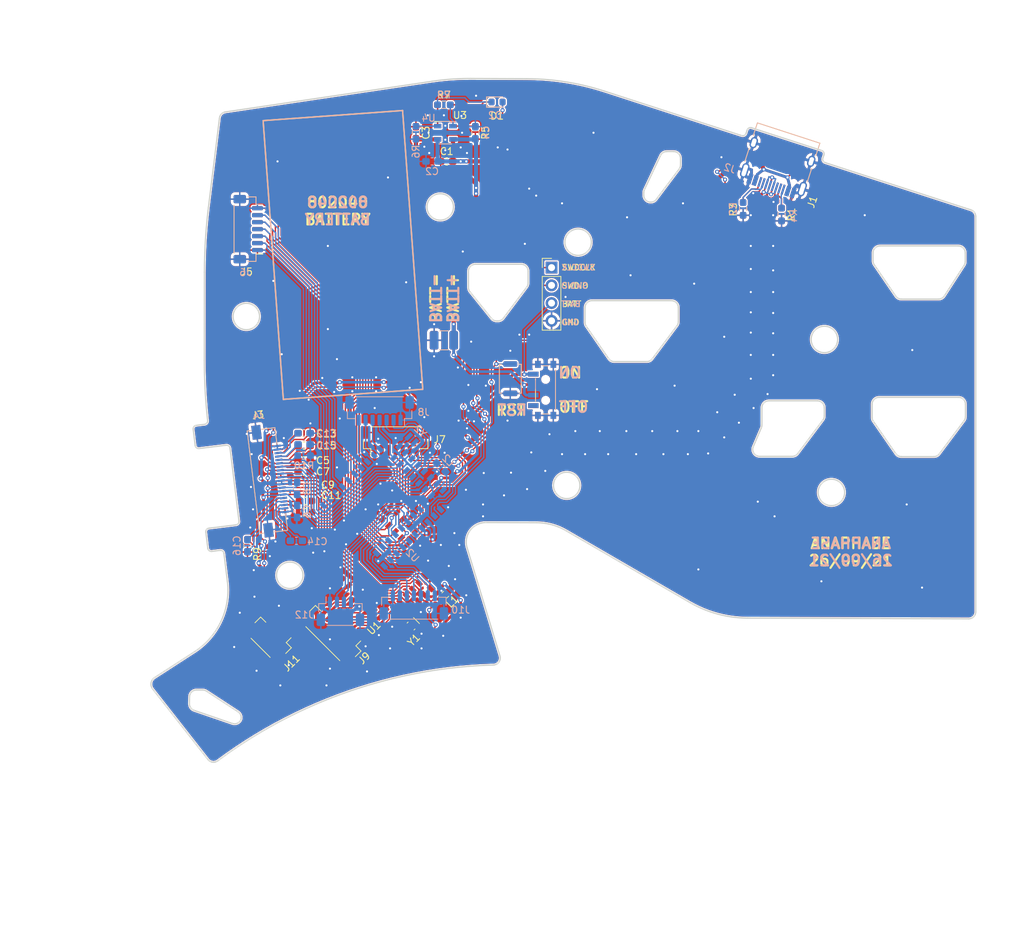
<source format=kicad_pcb>
(kicad_pcb (version 20210824) (generator pcbnew)
  (layers (0 "F.Cu" signal) (31 "B.Cu" signal) (34 "B.Paste" user) (35 "F.Paste" user) (36 "B.SilkS" user "B.Silkscreen") (37 "F.SilkS" user "F.Silkscreen") (38 "B.Mask" user) (39 "F.Mask" user) (44 "Edge.Cuts" user))
  (net 0 "")
  (net 2 "VBUS")
  (net 4 "/+BATT_RAW")
  (net 5 "+BATT")
  (net 8 "+1V8")
  (net 9 "/VCOMH_r")
  (net 10 "/VCC_r")
  (net 11 "Net-(C13-Pad1)")
  (net 12 "Net-(C13-Pad2)")
  (net 13 "Net-(C15-Pad1)")
  (net 14 "Net-(C15-Pad2)")
  (net 15 "/CC1_r")
  (net 16 "/CC2_r")
  (net 17 "/CS_r")
  (net 18 "/RES_r")
  (net 19 "/D{slash}C_r")
  (net 20 "/SCLK_r")
  (net 21 "/SDIN_r")
  (net 22 "/IREF_r")
  (net 23 "/SWDCLK")
  (net 24 "GND")
  (net 25 "/SWDIO")
  (net 26 "/DCCH_r")
  (net 27 "/CC1_l")
  (net 28 "/CC2_l")
  (net 32 "Net-(U1-Pad11)")
  (net 33 "Net-(U1-Pad13)")
  (net 34 "/R1C6_r")
  (net 35 "/R1C5_r")
  (net 36 "/R1C4_r")
  (net 37 "/R1C3_r")
  (net 38 "/R1C2_r")
  (net 39 "/R1C1_r")
  (net 40 "/R2C6_r")
  (net 41 "/R2C5_r")
  (net 42 "/R2C4_r")
  (net 43 "/R2C3_r")
  (net 44 "/R2C2_r")
  (net 45 "/R2C1_r")
  (net 46 "/R3C6_r")
  (net 47 "/R3C5_r")
  (net 48 "/R3C4_r")
  (net 49 "/R3C3_r")
  (net 50 "/R3C2_r")
  (net 51 "/R3C1_r")
  (net 52 "/R4C3_r")
  (net 53 "/R4C2_r")
  (net 54 "/R4C1_r")
  (net 55 "/RESET")
  (net 56 "/VCOMH_l")
  (net 57 "/VCC_l")
  (net 58 "Net-(C14-Pad1)")
  (net 59 "Net-(C14-Pad2)")
  (net 60 "Net-(C16-Pad1)")
  (net 61 "Net-(C16-Pad2)")
  (net 62 "/CS_l")
  (net 63 "/RES_l")
  (net 64 "/D{slash}C_l")
  (net 65 "/SCLK_l")
  (net 66 "/SDIN_l")
  (net 67 "/IREF_l")
  (net 68 "/R1C6_l")
  (net 69 "/R1C5_l")
  (net 70 "/R1C4_l")
  (net 71 "/R1C3_l")
  (net 72 "/R1C2_l")
  (net 73 "/R1C1_l")
  (net 74 "/R2C6_l")
  (net 75 "/R2C5_l")
  (net 76 "/R2C4_l")
  (net 77 "/R2C3_l")
  (net 78 "/R2C2_l")
  (net 79 "/R2C1_l")
  (net 80 "/R3C6_l")
  (net 81 "/R3C5_l")
  (net 82 "/R3C4_l")
  (net 83 "/R3C3_l")
  (net 84 "/R3C2_l")
  (net 85 "/R3C1_l")
  (net 86 "/R4C3_l")
  (net 87 "/R4C2_l")
  (net 88 "/R4C1_l")
  (net 89 "Net-(U2-Pad11)")
  (net 90 "/D+")
  (net 91 "/D-")
  (net 93 "Net-(U2-Pad13)")
  (net 98 "/DCCH_l")
  (net 99 "/lr")
  (net 100 "/ll")
  (net 101 "/pr")
  (net 102 "/pl")
  (net 103 "/sr")
  (net 104 "/sl")
  (footprint "Capacitor_SMD:C_0603_1608Metric_Pad1.08x0.95mm_HandSolder" (layer "F.Cu") (at 126.9 52.9 -90)
    (fp_text reference "C3")
    (fp_text value "4.7uF")
  )
  (footprint "Button_Switch_SMD:SW_Push_SPST_NO_Alps_SKRK" (layer "F.Cu") (at 140.4 88.1 -90)
    (fp_text reference "SW4" hide)
    (fp_text value "SW_Push")
  )
  (footprint "Connector_JST:JST_SH_BM07B-SRSS-TB_1x07-1MP_P1.00mm_Vertical" (layer "F.Cu") (at 124 97)
    (fp_text reference "J7")
    (fp_text value "JST-SH, R2")
  )
  (footprint "Inductor_SMD:L_1210_3225Metric" (layer "F.Cu") (at 130.9 82.6 180)
    (fp_text reference "J15" hide)
    (fp_text value "Battery pads")
  )
  (footprint "Capacitor_SMD:C_0603_1608Metric_Pad1.08x0.95mm_HandSolder" (layer "F.Cu") (at 131.3 57)
    (fp_text reference "C1")
    (fp_text value "4.7uF")
  )
  (footprint "Capacitor_SMD:C_0603_1608Metric_Pad1.08x0.95mm_HandSolder" (layer "F.Cu") (at 110.9 95.9)
    (fp_text reference "C13")
    (fp_text value "1uF")
  )
  (footprint "LED_SMD:LED_0603_1608Metric" (layer "F.Cu") (at 138.5 48.5)
    (fp_text reference "D1")
    (fp_text value "AMBER")
  )
  (footprint "Connector_JST:JST_SH_BM07B-SRSS-TB_1x07-1MP_P1.00mm_Vertical" (layer "F.Cu") (at 102.9 66.7 90)
    (fp_text reference "J5")
    (fp_text value "JST-SH, R1")
  )
  (footprint "Resistor_SMD:R_0603_1608Metric_Pad0.98x0.95mm_HandSolder" (layer "F.Cu") (at 102.8 112 -90)
    (fp_text reference "R9")
    (fp_text value "390k")
  )
  (footprint "Resistor_SMD:R_0603_1608Metric_Pad0.98x0.95mm_HandSolder" (layer "F.Cu") (at 135.4 52.9 -90)
    (fp_text reference "R5")
    (fp_text value "2.49k")
  )
  (footprint "anaphase:E73-2G4M08S1C-52840" (layer "F.Cu") (at 127.931081 119.731081 135)
    (fp_text reference "U1")
    (fp_text value "E73-2G4M08S1C-52840")
  )
  (footprint "Resistor_SMD:R_0603_1608Metric_Pad0.98x0.95mm_HandSolder" (layer "F.Cu") (at 173.7 63.8 -90)
    (fp_text reference "R3")
    (fp_text value "5.1k")
  )
  (footprint "Capacitor_SMD:C_0603_1608Metric_Pad1.08x0.95mm_HandSolder" (layer "F.Cu") (at 110.9 101.4 180)
    (fp_text reference "C7")
    (fp_text value "1uF")
  )
  (footprint "anaphase:Molex_5052782033" (layer "F.Cu") (at 107.63 102.45 -83)
    (fp_text reference "J3")
    (fp_text value "SSD1306 OLED")
  )
  (footprint "Capacitor_SMD:C_0603_1608Metric_Pad1.08x0.95mm_HandSolder" (layer "F.Cu") (at 110.9 97.7)
    (fp_text reference "C15")
    (fp_text value "1uF")
  )
  (footprint "anaphase:USB_C_Receptacle_HRO_TYPE-C-31-M-12" (layer "F.Cu") (at 179.01 56.65 162)
    (fp_text reference "J1")
    (fp_text value "HRO_TYPE-C-31-M-12")
  )
  (footprint "Connector_JST:JST_SH_BM04B-SRSS-TB_1x04-1MP_P1.00mm_Vertical" (layer "F.Cu") (at 106.1 125.2 135)
    (fp_text reference "J11")
    (fp_text value "JST-SH, R4")
  )
  (footprint "Capacitor_SMD:C_0603_1608Metric_Pad1.08x0.95mm_HandSolder" (layer "F.Cu") (at 111.1 105.6 180)
    (fp_text reference "C9")
    (fp_text value "4.7uF")
  )
  (footprint "Connector_JST:JST_SH_BM07B-SRSS-TB_1x07-1MP_P1.00mm_Vertical" (layer "F.Cu") (at 115 124.6 135)
    (fp_text reference "J9")
    (fp_text value "JST-SH, R3")
  )
  (footprint "Crystal:Crystal_SMD_MicroCrystal_CM9V-T1A-2Pin_1.6x1.0mm" (layer "F.Cu") (at 126.2 123.5 -135)
    (fp_text reference "Y1")
    (fp_text value "32.768kHz")
  )
  (footprint "Package_TO_SOT_SMD:SOT-23-5" (layer "F.Cu") (at 131.1 52.9)
    (fp_text reference "U3")
    (fp_text value "MCP73831-2-OT")
  )
  (footprint "Button_Switch_SMD:SW_SPDT_PCM12" (layer "F.Cu") (at 145.125 89.7 90)
    (fp_text reference "SW2" hide)
    (fp_text value "PCM12")
  )
  (footprint "Connector_PinHeader_2.54mm:PinHeader_1x04_P2.54mm_Vertical" (layer "F.Cu") (at 146.3 72.2)
    (fp_text reference "J13" hide)
    (fp_text value "SWD header")
  )
  (footprint "Capacitor_SMD:C_0603_1608Metric_Pad1.08x0.95mm_HandSolder" (layer "F.Cu") (at 111.1 107.2 180)
    (fp_text reference "C11")
    (fp_text value "4.7uF")
  )
  (footprint "Resistor_SMD:R_0603_1608Metric_Pad0.98x0.95mm_HandSolder" (layer "F.Cu") (at 130.9 48.9)
    (fp_text reference "R7")
    (fp_text value "3.9k")
  )
  (footprint "Resistor_SMD:R_0603_1608Metric_Pad0.98x0.95mm_HandSolder" (layer "F.Cu") (at 179.2 64.6 -90)
    (fp_text reference "R1")
    (fp_text value "5.1k")
  )
  (footprint "Capacitor_SMD:C_0603_1608Metric_Pad1.08x0.95mm_HandSolder" (layer "F.Cu") (at 110.9 99.8 180)
    (fp_text reference "C5")
    (fp_text value "4.7uF")
  )
  (footprint "Inductor_SMD:L_0603_1608Metric_Pad1.05x0.95mm_HandSolder" (layer "F.Cu") (at 131.1 119 -135)
    (fp_text reference "L1")
    (fp_text value "10uH")
  )
  (footprint "Capacitor_SMD:C_0603_1608Metric_Pad1.08x0.95mm_HandSolder" (layer "B.Cu") (at 109.9 103.8 90)
    (fp_text reference "C8")
    (fp_text value "1uF")
  )
  (footprint "Package_TO_SOT_SMD:SOT-23-5" (layer "B.Cu") (at 131.1 52.9 180)
    (fp_text reference "U4")
    (fp_text value "MCP73831-2-OT")
  )
  (footprint "Capacitor_SMD:C_0603_1608Metric_Pad1.08x0.95mm_HandSolder" (layer "B.Cu") (at 129.2 57)
    (fp_text reference "C2")
    (fp_text value "4.7uF")
  )
  (footprint "LED_SMD:LED_0603_1608Metric" (layer "B.Cu") (at 138.5 48.5)
    (fp_text reference "D2")
    (fp_text value "AMBER")
  )
  (footprint "Resistor_SMD:R_0603_1608Metric_Pad0.98x0.95mm_HandSolder" (layer "B.Cu") (at 130.9 48.9 180)
    (fp_text reference "R8")
    (fp_text value "3.9k")
  )
  (footprint "Resistor_SMD:R_0603_1608Metric_Pad0.98x0.95mm_HandSolder" (layer "B.Cu") (at 179.2 64.6 -90)
    (fp_text reference "R4")
    (fp_text value "5.1k")
  )
  (footprint "Connector_JST:JST_SH_BM07B-SRSS-TB_1x07-1MP_P1.00mm_Vertical" (layer "B.Cu") (at 102.9 66.7 -90)
    (fp_text reference "J6")
    (fp_text value "JST-SH, R1")
  )
  (footprint "Crystal:Crystal_SMD_MicroCrystal_CM9V-T1A-2Pin_1.6x1.0mm" (layer "B.Cu") (at 126.3 96.8 135)
    (fp_text reference "Y2")
    (fp_text value "32.768kHz")
  )
  (footprint "Connector_JST:JST_SH_BM04B-SRSS-TB_1x04-1MP_P1.00mm_Vertical" (layer "B.Cu") (at 116.1 121.4)
    (fp_text reference "J12")
    (fp_text value "JST-SH, R4")
  )
  (footprint "anaphase:E73-2G4M08S1C-52840" (layer "B.Cu") (at 127.931081 100.66892 -135)
    (fp_text reference "U2")
    (fp_text value "E73-2G4M08S1C-52840")
  )
  (footprint "Capacitor_SMD:C_0603_1608Metric_Pad1.08x0.95mm_HandSolder" (layer "B.Cu") (at 102.8 112 90)
    (fp_text reference "C16")
    (fp_text value "1uF")
  )
  (footprint "Capacitor_SMD:C_0603_1608Metric_Pad1.08x0.95mm_HandSolder" (layer "B.Cu") (at 110.9 97.5 180)
    (fp_text reference "C10")
    (fp_text value "4.7uF")
  )
  (footprint "Connector_JST:JST_SH_BM07B-SRSS-TB_1x07-1MP_P1.00mm_Vertical" (layer "B.Cu") (at 126.6 120.5)
    (fp_text reference "J10")
    (fp_text value "JST-SH, R3")
  )
  (footprint "Resistor_SMD:R_0603_1608Metric_Pad0.98x0.95mm_HandSolder" (layer "B.Cu") (at 126.9 52.9 -90)
    (fp_text reference "R6")
    (fp_text value "2.49k")
  )
  (footprint "anaphase:USB_C_Receptacle_HRO_TYPE-C-31-M-12" (layer "B.Cu") (at 179.01 56.65 -18)
    (fp_text reference "J2")
    (fp_text value "HRO_TYPE-C-31-M-12")
  )
  (footprint "Capacitor_SMD:C_0603_1608Metric_Pad1.08x0.95mm_HandSolder" (layer "B.Cu") (at 109.8 111.3 180)
    (fp_text reference "C14")
    (fp_text value "1uF")
  )
  (footprint "Inductor_SMD:L_0603_1608Metric_Pad1.05x0.95mm_HandSolder" (layer "B.Cu") (at 130.5 100.8 135)
    (fp_text reference "L2")
    (fp_text value "10uH")
  )
  (footprint "Capacitor_SMD:C_0603_1608Metric_Pad1.08x0.95mm_HandSolder" (layer "B.Cu") (at 109.9 107.1 90)
    (fp_text reference "C6")
    (fp_text value "4.7uF")
  )
  (footprint "Connector_JST:JST_SH_BM07B-SRSS-TB_1x07-1MP_P1.00mm_Vertical" (layer "B.Cu") (at 121.7 92.7 180)
    (fp_text reference "J8")
    (fp_text value "JST-SH, R2")
  )
  (footprint "Capacitor_SMD:C_0603_1608Metric_Pad1.08x0.95mm_HandSolder" (layer "B.Cu") (at 135.4 52.9 -90)
    (fp_text reference "C4")
    (fp_text value "4.7uF")
  )
  (footprint "Resistor_SMD:R_0603_1608Metric_Pad0.98x0.95mm_HandSolder" (layer "B.Cu") (at 173.7 63.8 -90)
    (fp_text reference "R2")
    (fp_text value "5.1k")
  )
  (footprint "Button_Switch_SMD:SW_Push_SPST_NO_Alps_SKRK" (layer "B.Cu") (at 140.4 88.1 -90)
    (fp_text reference "SW3" hide)
    (fp_text value "SW_Push")
  )
  (footprint "anaphase:Molex_5052782033" (layer "B.Cu") (at 107.63 102.45 97)
    (fp_text reference "J4")
    (fp_text value "SSD1306 OLED")
  )
  (footprint "Capacitor_SMD:C_0603_1608Metric_Pad1.08x0.95mm_HandSolder" (layer "B.Cu") (at 110.9 95.9 180)
    (fp_text reference "C12")
    (fp_text value "4.7uF")
  )
  (footprint "Inductor_SMD:L_1210_3225Metric" (layer "B.Cu") (at 130.9 82.6 180)
    (fp_text reference "J16" hide)
    (fp_text value "Battery pads")
  )
  (footprint "Resistor_SMD:R_0603_1608Metric_Pad0.98x0.95mm_HandSolder" (layer "B.Cu") (at 110.9 99.1)
    (fp_text reference "R10")
    (fp_text value "390k")
  )
  (footprint "Button_Switch_SMD:SW_SPDT_PCM12" (layer "B.Cu") (at 145.125 89.7 -90)
    (fp_text reference "SW1" hide)
    (fp_text value "PCM12")
  )
  (gr_line (start 124.987906 49.718367) (end 105.040184 51.16349) (layer "B.SilkS") (width 0.2))
  (gr_line (start 107.930429 91.058933) (end 127.878152 89.613811) (layer "B.SilkS") (width 0.2))
  (gr_line (start 105.040184 51.16349) (end 107.930429 91.058933) (layer "B.SilkS") (width 0.2))
  (gr_line (start 127.878152 89.613811) (end 124.987906 49.718367) (layer "B.SilkS") (width 0.2))
  (gr_line (start 107.930429 91.058933) (end 127.878152 89.613811) (layer "F.SilkS") (width 0.2))
  (gr_line (start 124.987906 49.718367) (end 105.040184 51.16349) (layer "F.SilkS") (width 0.2))
  (gr_line (start 105.040184 51.16349) (end 107.930429 91.058933) (layer "F.SilkS") (width 0.2))
  (gr_line (start 127.878152 89.613811) (end 124.987906 49.718367) (layer "F.SilkS") (width 0.2))
  (gr_line (start 138.462564 79.843638) (end 138.621953 79.843638) (layer "Edge.Cuts") (width 0.2))
  (gr_line (start 151.083607 77.923308) (end 151.083607 80.042189) (layer "Edge.Cuts") (width 0.2))
  (gr_arc (start 95.535262 95.280505) (end 95.474354 94.784229) (angle -90) (layer "Edge.Cuts") (width 0.2))
  (gr_line (start 193.279472 69.091339) (end 204.48426 69.091339) (layer "Edge.Cuts") (width 0.2))
  (gr_line (start 185.322301 93.424704) (end 185.322301 92.258164) (layer "Edge.Cuts") (width 0.2))
  (gr_arc (start 95.819097 97.593153) (end 95.322821 97.654062) (angle -90) (layer "Edge.Cuts") (width 0.2))
  (gr_arc (start 173.132516 85.588542) (end 96.632549 85.516841) (angle -6.43092063) (layer "Edge.Cuts") (width 0.2))
  (gr_line (start 174.125051 52.990515) (end 174.279271 52.514893) (layer "Edge.Cuts") (width 0.2))
  (gr_line (start 97.280906 109.503783) (end 101.151645 109.028721) (layer "Edge.Cuts") (width 0.2))
  (gr_arc (start 176.069521 98.222191) (end 175.149975 97.829208) (angle -113.1401977) (layer "Edge.Cuts") (width 0.2))
  (gr_line (start 163.444953 76.923308) (end 152.083607 76.923308) (layer "Edge.Cuts") (width 0.2))
  (gr_line (start 176.384972 92.258164) (end 176.384972 94.73469) (layer "Edge.Cuts") (width 0.2))
  (gr_line (start 184.322301 91.258164) (end 177.384972 91.258164) (layer "Edge.Cuts") (width 0.2))
  (gr_line (start 99.750745 97.614367) (end 95.880006 98.089429) (layer "Edge.Cuts") (width 0.2))
  (gr_arc (start 193.279472 71.234241) (end 192.279472 71.234241) (angle -34.38445536) (layer "Edge.Cuts") (width 0.2))
  (gr_arc (start 173.649429 52.836295) (end 173.495209 53.311917) (angle -90) (layer "Edge.Cuts") (width 0.2))
  (gr_arc (start 204.48426 70.091339) (end 205.48426 70.091339) (angle -90) (layer "Edge.Cuts") (width 0.2))
  (gr_arc (start 159.91161 84.661293) (end 159.91161 85.661293) (angle -53.26419357) (layer "Edge.Cuts") (width 0.2))
  (gr_arc (start 97.943558 141.987358) (end 97.156519 142.604261) (angle -88.5775869) (layer "Edge.Cuts") (width 0.2))
  (gr_line (start 176.069521 99.222191) (end 180.726774 99.222191) (layer "Edge.Cuts") (width 0.2))
  (gr_arc (start 184.322301 92.258164) (end 185.322301 92.258164) (angle -90) (layer "Edge.Cuts") (width 0.2))
  (gr_arc (start 138.621953 78.843638) (end 138.621953 79.843638) (angle -53.1498887) (layer "Edge.Cuts") (width 0.2))
  (gr_arc (start 144.11853 117.205875) (end 148.384406 109.853848) (angle -29.93945014) (layer "Edge.Cuts") (width 0.2))
  (gr_arc (start 90.101234 131.820102) (end 89.503672 130.896566) (angle -95.18599278) (layer "Edge.Cuts") (width 0.2))
  (gr_arc (start 204.513842 91.756828) (end 205.513842 91.756828) (angle -90) (layer "Edge.Cuts") (width 0.2))
  (gr_arc (start 135.405929 72.711787) (end 135.405929 71.711787) (angle -90) (layer "Edge.Cuts") (width 0.2))
  (gr_line (start 205.48426 70.091339) (end 205.48426 71.339647) (layer "Edge.Cuts") (width 0.2))
  (gr_arc (start 141.950823 74.40195) (end 142.75103 75.001674) (angle -36.8501113) (layer "Edge.Cuts") (width 0.2))
  (gr_line (start 160.483365 62.843638) (end 160.484296 62.843638) (layer "Edge.Cuts") (width 0.2))
  (gr_arc (start 100.910802 136.605853) (end 101.838879 136.978241) (angle -78.65638015) (layer "Edge.Cuts") (width 0.2))
  (gr_line (start 192.152496 91.756828) (end 192.152496 93.643781) (layer "Edge.Cuts") (width 0.2))
  (gr_arc (start 196.34861 98.262886) (end 195.526274 98.831888) (angle -55.31933116) (layer "Edge.Cuts") (width 0.2))
  (gr_arc (start 134.589742 81.638268) (end 134.74404 45.138594) (angle -8.687015286) (layer "Edge.Cuts") (width 0.2))
  (gr_line (start 134.405929 72.711787) (end 134.405929 75.040956) (layer "Edge.Cuts") (width 0.2))
  (gr_line (start 174.909113 52.193492) (end 184.935222 55.444453) (layer "Edge.Cuts") (width 0.2))
  (gr_line (start 134.74404 45.138594) (end 142.776648 45.172551) (layer "Edge.Cuts") (width 0.2))
  (gr_arc (start 193.152496 91.756828) (end 193.152496 90.756828) (angle -90) (layer "Edge.Cuts") (width 0.2))
  (gr_arc (start 136.890776 111.482609) (end 136.899777 108.682623) (angle -107.0698812) (layer "Edge.Cuts") (width 0.2))
  (gr_line (start 185.423805 57.179759) (end 206.281703 63.942924) (layer "Edge.Cuts") (width 0.2))
  (gr_line (start 204.513842 90.756828) (end 193.152496 90.756828) (layer "Edge.Cuts") (width 0.2))
  (gr_arc (start 204.48426 71.339647) (end 205.324223 71.882292) (angle -32.86382132) (layer "Edge.Cuts") (width 0.2))
  (gr_line (start 95.168684 135.578601) (end 100.633011 137.452085) (layer "Edge.Cuts") (width 0.2))
  (gr_line (start 155.279721 85.661293) (end 159.91161 85.661293) (layer "Edge.Cuts") (width 0.2))
  (gr_line (start 96.385191 132.643636) (end 95.506296 132.643636) (layer "Edge.Cuts") (width 0.2))
  (gr_arc (start 163.753114 56.577841) (end 164.753114 56.577841) (angle -90) (layer "Edge.Cuts") (width 0.2))
  (gr_circle (center 108.850295 116.235943) (end 106.950295 116.235943) (layer "Edge.Cuts") (width 0.2) (fill none))
  (gr_line (start 144.145856 108.705919) (end 136.899777 108.682623) (layer "Edge.Cuts") (width 0.2))
  (gr_arc (start 174.374193 105.857563) (end 166.093374 120.129145) (angle -29.93329001) (layer "Edge.Cuts") (width 0.2))
  (gr_line (start 97.129374 112.373615) (end 96.845539 110.060968) (layer "Edge.Cuts") (width 0.2))
  (gr_line (start 151.261271 80.611191) (end 154.457385 85.230295) (layer "Edge.Cuts") (width 0.2))
  (gr_arc (start 140.023457 198.507851) (end 137.985053 129.072994) (angle -34.98638578) (layer "Edge.Cuts") (width 0.2))
  (gr_line (start 96.632549 85.516841) (end 96.644405 72.867847) (layer "Edge.Cuts") (width 0.2))
  (gr_arc (start 163.444953 77.923308) (end 164.444953 77.923308) (angle -90) (layer "Edge.Cuts") (width 0.2))
  (gr_arc (start 200.980499 98.262886) (end 200.980499 99.262886) (angle -53.26419357) (layer "Edge.Cuts") (width 0.2))
  (gr_line (start 192.33016 94.212783) (end 195.526274 98.831888) (layer "Edge.Cuts") (width 0.2))
  (gr_arc (start 100.957335 136.506139) (end 100.633011 137.452085) (angle -80.75380793) (layer "Edge.Cuts") (width 0.2))
  (gr_line (start 195.524014 76.284937) (end 192.454205 71.798984) (layer "Edge.Cuts") (width 0.2))
  (gr_arc (start 135.405929 75.040956) (end 134.405929 75.040956) (angle -38.79267839) (layer "Edge.Cuts") (width 0.2))
  (gr_arc (start 142.622349 81.672225) (end 153.880422 46.95183) (angle -17.72305386) (layer "Edge.Cuts") (width 0.2))
  (gr_arc (start 138.462564 78.843638) (end 137.683146 79.470142) (angle -51.20732161) (layer "Edge.Cuts") (width 0.2))
  (gr_line (start 134.626511 75.66746) (end 137.683146 79.470142) (layer "Edge.Cuts") (width 0.2))
  (gr_arc (start 96.385191 133.643636) (end 96.93285 132.806934) (angle -33.20657032) (layer "Edge.Cuts") (width 0.2))
  (gr_arc (start 95.506296 133.643636) (end 95.506296 132.643636) (angle -89.2303095) (layer "Edge.Cuts") (width 0.2))
  (gr_line (start 196.34861 99.262886) (end 200.980499 99.262886) (layer "Edge.Cuts") (width 0.2))
  (gr_arc (start 99.811653 98.110644) (end 100.30793 98.049735) (angle -90) (layer "Edge.Cuts") (width 0.2))
  (gr_arc (start 152.083607 77.923308) (end 152.083607 76.923308) (angle -90) (layer "Edge.Cuts") (width 0.2))
  (gr_line (start 164.444953 79.927127) (end 164.444953 77.923308) (layer "Edge.Cuts") (width 0.2))
  (gr_line (start 192.279472 71.234241) (end 192.279472 70.091339) (layer "Edge.Cuts") (width 0.2))
  (gr_arc (start 137.955709 128.073424) (end 137.985053 129.072994) (angle -105.2041298) (layer "Edge.Cuts") (width 0.2))
  (gr_line (start 95.474354 94.784229) (end 96.669888 94.637499) (layer "Edge.Cuts") (width 0.2))
  (gr_arc (start 185.578025 56.704137) (end 185.102403 56.549917) (angle -90) (layer "Edge.Cuts") (width 0.2))
  (gr_line (start 205.324223 71.882292) (end 202.494242 76.262838) (layer "Edge.Cuts") (width 0.2))
  (gr_circle (center 102.638475 79.197967) (end 100.738475 79.197967) (layer "Edge.Cuts") (width 0.2) (fill none))
  (gr_line (start 161.283401 62.444829) (end 164.55222 58.099908) (layer "Edge.Cuts") (width 0.2))
  (gr_line (start 134.211494 112.295906) (end 138.912595 127.782961) (layer "Edge.Cuts") (width 0.2))
  (gr_line (start 159.483365 61.467179) (end 159.483365 61.843638) (layer "Edge.Cuts") (width 0.2))
  (gr_arc (start 196.34928 75.720194) (end 195.524014 76.284937) (angle -55.61554464) (layer "Edge.Cuts") (width 0.2))
  (gr_line (start 142.950823 74.40195) (end 142.950823 72.711787) (layer "Edge.Cuts") (width 0.2))
  (gr_line (start 98.877622 112.662802) (end 97.686559 112.808983) (layer "Edge.Cuts") (width 0.2))
  (gr_arc (start 163.444953 79.927127) (end 164.246355 80.525253) (angle -36.73580643) (layer "Edge.Cuts") (width 0.2))
  (gr_arc (start 177.384972 92.258164) (end 177.384972 91.258164) (angle -90) (layer "Edge.Cuts") (width 0.2))
  (gr_arc (start 141.950823 72.711787) (end 142.950823 72.711787) (angle -90) (layer "Edge.Cuts") (width 0.2))
  (gr_line (start 205.96994 122.462628) (end 174.319374 122.357472) (layer "Edge.Cuts") (width 0.2))
  (gr_circle (center 130.374775 63.51748) (end 128.474775 63.51748) (layer "Edge.Cuts") (width 0.2) (fill none))
  (gr_line (start 181.526981 98.821914) (end 185.122508 94.024428) (layer "Edge.Cuts") (width 0.2))
  (gr_arc (start 163.753114 57.498716) (end 164.55222 58.099908) (angle -36.95527037) (layer "Edge.Cuts") (width 0.2))
  (gr_arc (start 96.608979 94.141223) (end 96.669888 94.637499) (angle -89.38021342) (layer "Edge.Cuts") (width 0.2))
  (gr_line (start 201.781901 98.861012) (end 205.315244 94.126846) (layer "Edge.Cuts") (width 0.2))
  (gr_arc (start 97.62565 112.312707) (end 97.129374 112.373615) (angle -90) (layer "Edge.Cuts") (width 0.2))
  (gr_line (start 89.503672 130.896566) (end 95.209397 127.204751) (layer "Edge.Cuts") (width 0.2))
  (gr_circle (center 185.328499 82.482409) (end 183.428499 82.482409) (layer "Edge.Cuts") (width 0.2) (fill none))
  (gr_line (start 139.42216 79.443361) (end 142.75103 75.001674) (layer "Edge.Cuts") (width 0.2))
  (gr_line (start 185.256623 56.074295) (end 185.102403 56.549917) (layer "Edge.Cuts") (width 0.2))
  (gr_arc (start 101.090737 108.532445) (end 101.151645 109.028721) (angle -90) (layer "Edge.Cuts") (width 0.2))
  (gr_arc (start 205.973263 64.894167) (end 206.973263 64.894167) (angle -72.03473558) (layer "Edge.Cuts") (width 0.2))
  (gr_line (start 97.156519 142.604261) (end 89.235491 132.498696) (layer "Edge.Cuts") (width 0.2))
  (gr_line (start 101.458461 135.769152) (end 96.93285 132.806934) (layer "Edge.Cuts") (width 0.2))
  (gr_line (start 95.322821 97.654062) (end 95.038986 95.341414) (layer "Edge.Cuts") (width 0.2))
  (gr_circle (center 148.465743 103.37288) (end 146.565743 103.37288) (layer "Edge.Cuts") (width 0.2) (fill none))
  (gr_arc (start 174.754893 52.669113) (end 174.909113 52.193492) (angle -90) (layer "Edge.Cuts") (width 0.2))
  (gr_arc (start 184.322301 93.424704) (end 185.122508 94.024428) (angle -36.8501113) (layer "Edge.Cuts") (width 0.2))
  (gr_line (start 141.950823 71.711787) (end 135.405929 71.711787) (layer "Edge.Cuts") (width 0.2))
  (gr_line (start 153.880422 46.95183) (end 173.495209 53.311917) (layer "Edge.Cuts") (width 0.2))
  (gr_line (start 99.927196 117.110093) (end 99.434807 113.09817) (layer "Edge.Cuts") (width 0.2))
  (gr_line (start 164.753114 57.498716) (end 164.753114 56.577841) (layer "Edge.Cuts") (width 0.2))
  (gr_arc (start 160.483365 61.843638) (end 159.483365 61.843638) (angle -90) (layer "Edge.Cuts") (width 0.2))
  (gr_arc (start 173.144371 72.939549) (end 97.222107 63.555529) (angle -6.992341344) (layer "Edge.Cuts") (width 0.2))
  (gr_circle (center 186.328436 104.375774) (end 184.428436 104.375774) (layer "Edge.Cuts") (width 0.2) (fill none))
  (gr_circle (center 150.101107 68.561301) (end 148.201107 68.561301) (layer "Edge.Cuts") (width 0.2) (fill none))
  (gr_arc (start 98.93853 113.159078) (end 99.434807 113.09817) (angle -90) (layer "Edge.Cuts") (width 0.2))
  (gr_arc (start 152.083607 80.042189) (end 151.083607 80.042189) (angle -34.68066884) (layer "Edge.Cuts") (width 0.2))
  (gr_line (start 94.506386 133.630202) (end 94.493099 134.619222) (layer "Edge.Cuts") (width 0.2))
  (gr_line (start 201.65428 76.720194) (end 196.34928 76.720194) (layer "Edge.Cuts") (width 0.2))
  (gr_line (start 166.093374 120.129145) (end 148.384406 109.853848) (layer "Edge.Cuts") (width 0.2))
  (gr_line (start 161.879458 56.152037) (end 159.57855 61.041375) (layer "Edge.Cuts") (width 0.2))
  (gr_arc (start 175.384972 94.73469) (end 176.304518 95.127672) (angle -23.14019774) (layer "Edge.Cuts") (width 0.2))
  (gr_line (start 176.304518 95.127672) (end 175.149975 97.829208) (layer "Edge.Cuts") (width 0.2))
  (gr_arc (start 160.484296 61.843638) (end 160.484296 62.843638) (angle -53.04472963) (layer "Edge.Cuts") (width 0.2))
  (gr_line (start 163.753114 55.577841) (end 162.784273 55.577841) (layer "Edge.Cuts") (width 0.2))
  (gr_line (start 206.973263 64.894167) (end 206.973263 121.462633) (layer "Edge.Cuts") (width 0.2))
  (gr_arc (start 205.973263 121.462633) (end 205.96994 122.462628) (angle -90.19035836) (layer "Edge.Cuts") (width 0.2))
  (gr_arc (start 162.784273 56.577841) (end 162.784273 55.577841) (angle -64.79846052) (layer "Edge.Cuts") (width 0.2))
  (gr_line (start 97.222107 63.555529) (end 98.799589 50.79277) (layer "Edge.Cuts") (width 0.2))
  (gr_arc (start 99.792037 50.915437) (end 99.64518 49.926279) (angle -74.50915176) (layer "Edge.Cuts") (width 0.2))
  (gr_line (start 160.713012 85.259419) (end 164.246355 80.525253) (layer "Edge.Cuts") (width 0.2))
  (gr_line (start 99.64518 49.926279) (end 129.229476 45.534008) (layer "Edge.Cuts") (width 0.2))
  (gr_arc (start 97.341815 110.000059) (end 97.280906 109.503783) (angle -90) (layer "Edge.Cuts") (width 0.2))
  (gr_arc (start 180.726774 98.222191) (end 180.726774 99.222191) (angle -53.1498887) (layer "Edge.Cuts") (width 0.2))
  (gr_arc (start 95.493009 134.632656) (end 94.493099 134.619222) (angle -71.84504608) (layer "Edge.Cuts") (width 0.2))
  (gr_line (start 101.587013 108.471536) (end 100.30793 98.049735) (layer "Edge.Cuts") (width 0.2))
  (gr_arc (start 193.152496 93.643781) (end 192.152496 93.643781) (angle -34.68066884) (layer "Edge.Cuts") (width 0.2))
  (gr_arc (start 89.505394 118.389176) (end 95.209397 127.204751) (angle -64.09264579) (layer "Edge.Cuts") (width 0.2))
  (gr_arc (start 155.279721 84.661293) (end 154.457385 85.230295) (angle -55.31933116) (layer "Edge.Cuts") (width 0.2))
  (gr_arc (start 184.781002 55.920075) (end 185.256623 56.074295) (angle -90) (layer "Edge.Cuts") (width 0.2))
  (gr_arc (start 160.483365 61.467179) (end 159.57855 61.041375) (angle -25.20153948) (layer "Edge.Cuts") (width 0.2))
  (gr_arc (start 193.279472 70.091339) (end 193.279472 69.091339) (angle -90) (layer "Edge.Cuts") (width 0.2))
  (gr_arc (start 201.65428 75.720194) (end 201.65428 76.720194) (angle -57.13617868) (layer "Edge.Cuts") (width 0.2))
  (gr_line (start 205.513842 93.52872) (end 205.513842 91.756828) (layer "Edge.Cuts") (width 0.2))
  (gr_arc (start 204.513842 93.52872) (end 205.315244 94.126846) (angle -36.73580643) (layer "Edge.Cuts") (width 0.2))
  (gr_text "SWDCLK\n\nSWDIO\n\nBATT\n\nGND\n" (at 147.6 76.1) (layer "B.SilkS") (effects (font (size 0.8128 0.8128) (thickness 0.1524)) (justify right mirror)))
  (gr_text "ON\n\nOFF" (at 147.1 89.7) (layer "B.SilkS") (effects (font (size 1.524 1.524) (thickness 0.3048)) (justify right mirror)))
  (gr_text "RST" (at 138.4 92.6) (layer "B.SilkS") (effects (font (size 1.524 1.524) (thickness 0.3048)) (justify right mirror)))
  (gr_text "BATT+\nBATT-\n" (at 130.9 80.3 270) (layer "B.SilkS") (effects (font (size 1.524 1.524) (thickness 0.3048)) (justify left mirror)))
  (gr_text "ANAPHASE\n26/09/21\n" (at 189.1 112.9) (layer "B.SilkS") (effects (font (size 1.524 1.524) (thickness 0.3048)) (justify mirror)))
  (gr_text "802040\nBATTERY" (at 115.7 64.1) (layer "B.SilkS") (effects (font (size 1.524 1.524) (thickness 0.3048)) (justify mirror)))
  (gr_text "ANAPHASE\n26/09/21" (at 189.1 112.9) (layer "F.SilkS") (effects (font (size 1.524 1.524) (thickness 0.3048))))
  (gr_text "SWDCLK\n\nSWDIO\n\nBATT\n\nGND\n" (at 147.7 76.1) (layer "F.SilkS") (effects (font (size 0.8128 0.8128) (thickness 0.1524)) (justify left)))
  (gr_text "ON\n\nOFF" (at 147.2 89.7) (layer "F.SilkS") (effects (font (size 1.524 1.524) (thickness 0.3048)) (justify left)))
  (gr_text "802040\nBATTERY" (at 115.7 64.1) (layer "F.SilkS") (effects (font (size 1.524 1.524) (thickness 0.3048))))
  (gr_text "BATT-\nBATT+\n" (at 131 80.3 90) (layer "F.SilkS") (effects (font (size 1.524 1.524) (thickness 0.3048)) (justify left)))
  (gr_text "RST\n" (at 138.2 92.6) (layer "F.SilkS") (effects (font (size 1.524 1.524) (thickness 0.3048)) (justify left)))
  (segment (start 180.338725 59.011275) (end 180.05 59.3) (width 0.2) (layer "F.Cu") (net 2))
  (segment (start 144.2 60.8) (end 147.4 64) (width 0.6) (layer "F.Cu") (net 2))
  (segment (start 176.2 57.1) (end 176.65 58.15) (width 0.6) (layer "F.Cu") (net 2))
  (segment (start 189.4 79.3) (end 184.5 74.4) (width 0.2) (layer "F.Cu") (net 2))
  (segment (start 139.2875 56.9875) (end 139.3 57) (width 0.2) (layer "F.Cu") (net 2))
  (segment (start 129.521364 112.667791) (end 130.780047 112.667791) (width 0.2) (layer "F.Cu") (net 2))
  (segment (start 136.034994 106.8) (end 176.6 106.8) (width 0.2) (layer "F.Cu") (net 2))
  (segment (start 139.3 57) (end 140.4 57) (width 0.6) (layer "F.Cu") (net 2))
  (segment (start 175.75 58.85) (end 175.429938 59.739932) (width 0.4) (layer "F.Cu") (net 2))
  (segment (start 176.65 58.15) (end 175.75 58.85) (width 0.4) (layer "F.Cu") (net 2))
  (segment (start 139.2875 48.5) (end 139.2875 49.6875) (width 0.2) (layer "F.Cu") (net 2))
  (segment (start 134.1 57) (end 133.3 57) (width 0.6) (layer "F.Cu") (net 2))
  (segment (start 139.2875 49.6875) (end 139.2875 56.9875) (width 0.2) (layer "F.Cu") (net 2))
  (segment (start 176.6 106.8) (end 189.4 94) (width 0.2) (layer "F.Cu") (net 2))
  (segment (start 180.05 59.3) (end 176.65 58.15) (width 0.4) (layer "F.Cu") (net 2))
  (segment (start 180.090115 61.254115) (end 180.35 60.45) (width 0.4) (layer "F.Cu") (net 2))
  (segment (start 184.5 59.55) (end 181.1 58.45) (width 0.2) (layer "F.Cu") (net 2))
  (segment (start 140.4 57) (end 144.2 60.8) (width 0.6) (layer "F.Cu") (net 2))
  (segment (start 133.3 57) (end 132.1625 57) (width 0.6) (layer "F.Cu") (net 2))
  (segment (start 132.1625 57) (end 132.2 56.9625) (width 0.6) (layer "F.Cu") (net 2))
  (segment (start 132.999513 109.835481) (end 136.034994 106.8) (width 0.2) (layer "F.Cu") (net 2))
  (segment (start 132.2 56.9625) (end 132.2 53.85) (width 0.6) (layer "F.Cu") (net 2))
  (segment (start 189.4 94) (end 189.4 79.3) (width 0.2) (layer "F.Cu") (net 2))
  (segment (start 147.4 64) (end 165.6 64) (width 0.6) (layer "F.Cu") (net 2))
  (segment (start 180.35 60.45) (end 180.05 59.3) (width 0.4) (layer "F.Cu") (net 2))
  (segment (start 133.7 92.1) (end 133.7 71.3) (width 0.2) (layer "F.Cu") (net 2))
  (segment (start 130.780047 112.667791) (end 132.999511 110.448327) (width 0.2) (layer "F.Cu") (net 2))
  (segment (start 134.1 57) (end 139.3 57) (width 0.6) (layer "F.Cu") (net 2))
  (segment (start 184.5 74.4) (end 184.5 59.55) (width 0.2) (layer "F.Cu") (net 2))
  (segment (start 132.999511 110.448327) (end 132.999513 109.835481) (width 0.2) (layer "F.Cu") (net 2))
  (segment (start 173.4 56.2) (end 176.2 57.1) (width 0.6) (layer "F.Cu") (net 2))
  (segment (start 133.7 71.3) (end 144.2 60.8) (width 0.2) (layer "F.Cu") (net 2))
  (segment (start 181.1 58.45) (end 180.338725 59.011275) (width 0.2) (layer "F.Cu") (net 2))
  (segment (start 165.6 64) (end 173.4 56.2) (width 0.6) (layer "F.Cu") (net 2))
  (via (at 133.3 57) (size 0.6) (drill 0.3) (layers "F.Cu" "B.Cu") (net 2))
  (via (at 139.2875 49.6875) (size 0.6) (drill 0.3) (layers "F.Cu" "B.Cu") (net 2))
  (via (at 133.7 92.1) (size 0.6) (drill 0.3) (layers "F.Cu" "B.Cu") (net 2))
  (via (at 134.1 57) (size 0.6) (drill 0.3) (layers "F.Cu" "B.Cu") (net 2))
  (via (at 180.05 59.3) (size 0.6) (drill 0.3) (layers "F.Cu" "B.Cu") (net 2))
  (via (at 176.65 58.15) (size 0.6) (drill 0.3) (layers "F.Cu" "B.Cu") (net 2))
  (segment (start 175.75 58.85) (end 176.65 58.15) (width 0.4) (layer "B.Cu") (net 2))
  (segment (start 136.2 99.2) (end 132.15 103.25) (width 0.2) (layer "B.Cu") (net 2))
  (segment (start 175.75 58.85) (end 175.429938 59.739932) (width 0.4) (layer "B.Cu") (net 2))
  (segment (start 130 56.9375) (end 130 53.85) (width 0.6) (layer "B.Cu") (net 2))
  (segment (start 132.15 104.384994) (end 131.134514 105.40048) (width 0.2) (layer "B.Cu") (net 2))
  (segment (start 180.35 60.45) (end 180.05 59.3) (width 0.4) (layer "B.Cu") (net 2))
  (segment (start 180.05 59.3) (end 176.65 58.15) (width 0.4) (layer "B.Cu") (net 2))
  (segment (start 131.134514 105.40048) (end 130.09952 105.40048) (width 0.2) (layer "B.Cu") (net 2))
  (segment (start 134.1 57) (end 133.3 57) (width 0.6) (layer "B.Cu") (net 2))
  (segment (start 129.1 106.4) (end 129.1 107.310846) (width 0.2) (layer "B.Cu") (net 2))
  (segment (start 133.3 57) (end 130.0625 57) (width 0.6) (layer "B.Cu") (net 2))
  (segment (start 130.0625 57) (end 130 56.9375) (width 0.6) (layer "B.Cu") (net 2))
  (segment (start 133.7 92.1) (end 133.7 93.6) (width 0.2) (layer "B.Cu") (net 2))
  (segment (start 130.09952 105.40048) (end 129.1 106.4) (width 0.2) (layer "B.Cu") (net 2))
  (segment (start 180.090115 61.254115) (end 180.35 60.45) (width 0.4) (layer "B.Cu") (net 2))
  (segment (start 132.15 103.25) (end 132.15 104.384994) (width 0.2) (layer "B.Cu") (net 2))
  (segment (start 129.1 107.310846) (end 129.521364 107.73221) (width 0.2) (layer "B.Cu") (net 2))
  (segment (start 139.2875 49.6875) (end 139.2875 48.5) (width 0.2) (layer "B.Cu") (net 2))
  (segment (start 136.2 96.1) (end 136.2 99.2) (width 0.2) (layer "B.Cu") (net 2))
  (segment (start 133.7 93.6) (end 136.2 96.1) (width 0.2) (layer "B.Cu") (net 2))
  (segment (start 132.3 80.3) (end 132.3 82.6) (width 0.6) (layer "F.Cu") (net 4))
  (segment (start 142.45 88.95) (end 142.4 89) (width 0.4) (layer "F.Cu") (net 4))
  (segment (start 132.3 69.8) (end 132.3 80.3) (width 0.6) (layer "F.Cu") (net 4))
  (segment (start 126.9 58.4) (end 126.9 53.7625) (width 0.6) (layer "F.Cu") (net 4))
  (segment (start 135.5 60.8) (end 135.5 61.6) (width 0.6) (layer "F.Cu") (net 4))
  (segment (start 135.5 60.8) (end 135.5 60.2) (width 0.6) (layer "F.Cu") (net 4))
  (segment (start 132.3 82.6) (end 132.3 84.7) (width 0.4) (layer "F.Cu") (net 4))
  (segment (start 127.9 59.4) (end 126.9 58.4) (width 0.6) (layer "F.Cu") (net 4))
  (segment (start 135.5 60.2) (end 134.7 59.4) (width 0.6) (layer "F.Cu") (net 4))
  (segment (start 126.9875 53.85) (end 130 53.85) (width 0.6) (layer "F.Cu") (net 4))
  (segment (start 143.695 88.95) (end 142.45 88.95) (width 0.4) (layer "F.Cu") (net 4))
  (segment (start 126.9 53.7625) (end 126.9875 53.85) (width 0.6) (layer "F.Cu") (net 4))
  (segment (start 135.5 66.6) (end 132.3 69.8) (width 0.6) (layer "F.Cu") (net 4))
  (segment (start 134.7 59.4) (end 127.9 59.4) (width 0.6) (layer "F.Cu") (net 4))
  (segment (start 135.5 61.6) (end 135.5 66.6) (width 0.6) (layer "F.Cu") (net 4))
  (via (at 135.5 60.8) (size 0.6) (drill 0.3) (layers "F.Cu" "B.Cu") (net 4))
  (via (at 135.5 61.6) (size 0.6) (drill 0.3) (layers "F.Cu" "B.Cu") (net 4))
  (via (at 142.4 89) (size 0.6) (drill 0.3) (layers "F.Cu" "B.Cu") (net 4))
  (via (at 132.3 84.7) (size 0.6) (drill 0.3) (layers "F.Cu" "B.Cu") (net 4))
  (via (at 132.3 80.3) (size 0.6) (drill 0.3) (layers "F.Cu" "B.Cu") (net 4))
  (via (at 135.5 60.8) (size 0.6) (drill 0.3) (layers "F.Cu" "B.Cu") (net 4))
  (via (at 135.5 61.6) (size 0.6) (drill 0.3) (layers "F.Cu" "B.Cu") (net 4))
  (segment (start 134.7 87.1) (end 132.3 84.7) (width 0.4) (layer "B.Cu") (net 4))
  (segment (start 142.4 89) (end 140.5 87.1) (width 0.4) (layer "B.Cu") (net 4))
  (segment (start 143.695 90.45) (end 142.65 90.45) (width 0.4) (layer "B.Cu") (net 4))
  (segment (start 132.3 84.7) (end 132.3 82.6) (width 0.4) (layer "B.Cu") (net 4))
  (segment (start 135.5 53.8625) (end 135.4 53.7625) (width 0.6) (layer "B.Cu") (net 4))
  (segment (start 135.4 53.7625) (end 135.3125 53.85) (width 0.6) (layer "B.Cu") (net 4))
  (segment (start 142.65 90.45) (end 142.4 90.2) (width 0.4) (layer "B.Cu") (net 4))
  (segment (start 132.3 82.6) (end 132.3 80.3) (width 0.6) (layer "B.Cu") (net 4))
  (segment (start 135.5 60.8) (end 135.5 53.8625) (width 0.6) (layer "B.Cu") (net 4))
  (segment (start 140.5 87.1) (end 134.7 87.1) (width 0.4) (layer "B.Cu") (net 4))
  (segment (start 142.4 90.2) (end 142.4 89) (width 0.4) (layer "B.Cu") (net 4))
  (segment (start 135.3125 53.85) (end 132.2 53.85) (width 0.6) (layer "B.Cu") (net 4))
  (segment (start 135.5 60.8) (end 135.5 61.6) (width 0.6) (layer "B.Cu") (net 4))
  (segment (start 110.0375 99.8) (end 109.165006 99.8) (width 0.2) (layer "F.Cu") (net 5))
  (segment (start 116 88.600497) (end 115.900986 88.699511) (width 0.4) (layer "F.Cu") (net 5))
  (segment (start 109.165006 99.8) (end 108.761299 100.203707) (width 0.2) (layer "F.Cu") (net 5))
  (segment (start 131.857145 102.3) (end 130.519218 102.3) (width 0.4) (layer "F.Cu") (net 5))
  (segment (start 134.3 96.5) (end 132.7 94.9) (width 0.4) (layer "F.Cu") (net 5))
  (segment (start 133.3 120.719923) (end 133.3 119.8) (width 0.4) (layer "F.Cu") (net 5))
  (segment (start 106.014236 100.114236) (end 106.577201 100.114236) (width 0.2) (layer "F.Cu") (net 5))
  (segment (start 122.806907 125.79952) (end 128.220403 125.79952) (width 0.4) (layer "F.Cu") (net 5))
  (segment (start 130.749511 117.750489) (end 131 117.5) (width 0.4) (layer "F.Cu") (net 5))
  (segment (start 132.7 94.9) (end 126.4 88.6) (width 0.4) (layer "F.Cu") (net 5))
  (segment (start 104.70048 119.693092) (end 100.900481 123.493091) (width 0.4) (layer "F.Cu") (net 5))
  (segment (start 104.243241 111.469265) (end 104.788171 112.014195) (width 0.4) (layer "F.Cu") (net 5))
  (segment (start 107.34273 100.229835) (end 107.355794 100.216771) (width 0.2) (layer "F.Cu") (net 5))
  (segment (start 112.400489 88.699511) (end 105.5 95.6) (width 0.4) (layer "F.Cu") (net 5))
  (segment (start 105 105) (end 105.1 105.1) (width 0.4) (layer "F.Cu") (net 5))
  (segment (start 117.706427 130.9) (end 122.806907 125.79952) (width 0.4) (layer "F.Cu") (net 5))
  (segment (start 105.1 105.1) (end 105.116374 105.116374) (width 0.2) (layer "F.Cu") (net 5))
  (segment (start 106.6928 100.229835) (end 107.34273 100.229835) (width 0.2) (layer "F.Cu") (net 5))
  (segment (start 107.368858 100.203707) (end 107.355794 100.216771) (width 0.2) (layer "F.Cu") (net 5))
  (segment (start 105 102.7) (end 105 105) (width 0.4) (layer "F.Cu") (net 5))
  (segment (start 115.900986 88.699511) (end 112.400489 88.699511) (width 0.4) (layer "F.Cu") (net 5))
  (segment (start 105.1 107.675433) (end 104.243241 108.532192) (width 0.4) (layer "F.Cu") (net 5))
  (segment (start 132.808117 101.349028) (end 131.857145 102.3) (width 0.4) (layer "F.Cu") (net 5))
  (segment (start 107.355794 100.216771) (end 106.983229 100.216771) (width 0.2) (layer "F.Cu") (net 5))
  (segment (start 132.95 95.15) (end 132.7 94.9) (width 0.4) (layer "F.Cu") (net 5))
  (segment (start 104.4 114.4995) (end 104.4 114.688759) (width 0.4) (layer "F.Cu") (net 5))
  (segment (start 104.4 114.688759) (end 104.70048 114.989239) (width 0.4) (layer "F.Cu") (net 5))
  (segment (start 129.88906 117.234287) (end 130.405262 117.750489) (width 0.4) (layer "F.Cu") (net 5))
  (segment (start 104.8 99.4) (end 105.3 99.4) (width 0.2) (layer "F.Cu") (net 5))
  (segment (start 142.45 87.45) (end 142.4 87.5) (width 0.4) (layer "F.Cu") (net 5))
  (segment (start 130.405262 117.750489) (end 130.749511 117.750489) (width 0.4) (layer "F.Cu") (net 5))
  (segment (start 104.243241 108.532192) (end 104.243241 111.469265) (width 0.4) (layer "F.Cu") (net 5))
  (segment (start 104.7 102.4) (end 105 102.7) (width 0.4) (layer "F.Cu") (net 5))
  (segment (start 104.70048 114.989239) (end 104.70048 119.693092) (width 0.4) (layer "F.Cu") (net 5))
  (segment (start 143.695 87.45) (end 142.45 87.45) (width 0.4) (layer "F.Cu") (net 5))
  (segment (start 106.693572 130.9) (end 117.706427 130.9) (width 0.4) (layer "F.Cu") (net 5))
  (segment (start 105.3 99.4) (end 106.014236 100.114236) (width 0.2) (layer "F.Cu") (net 5))
  (segment (start 105.1 105.1) (end 105.1 107.675433) (width 0.4) (layer "F.Cu") (net 5))
  (segment (start 126.4 88.6) (end 122.3 88.6) (width 0.4) (layer "F.Cu") (net 5))
  (segment (start 133.15 95.15) (end 132.95 95.15) (width 0.4) (layer "F.Cu") (net 5))
  (segment (start 100.900481 125.106909) (end 106.693572 130.9) (width 0.4) (layer "F.Cu") (net 5))
  (segment (start 100.900481 123.493091) (end 100.900481 125.106909) (width 0.4) (layer "F.Cu") (net 5))
  (segment (start 108.761299 100.203707) (end 107.368858 100.203707) (width 0.2) (layer "F.Cu") (net 5))
  (segment (start 106.577201 100.114236) (end 106.6928 100.229835) (width 0.2) (layer "F.Cu") (net 5))
  (segment (start 128.220403 125.79952) (end 133.3 120.719923) (width 0.4) (layer "F.Cu") (net 5))
  (segment (start 142.4 87.5) (end 140.8 87.5) (width 0.4) (layer "F.Cu") (net 5))
  (segment (start 140.8 87.5) (end 133.15 95.15) (width 0.4) (layer "F.Cu") (net 5))
  (via (at 131 117.5) (size 0.6) (drill 0.3) (layers "F.Cu" "B.Cu") (net 5))
  (via (at 104.4 114.4995) (size 0.6) (drill 0.3) (layers "F.Cu" "B.Cu") (net 5))
  (via (at 104.7 102.4) (size 0.6) (drill 0.3) (layers "F.Cu" "B.Cu") (net 5))
  (via (at 132.808117 101.349028) (size 0.6) (drill 0.3) (layers "F.Cu" "B.Cu") (net 5))
  (via (at 105.5 95.6) (size 0.6) (drill 0.3) (layers "F.Cu" "B.Cu") (net 5))
  (via (at 116 88.600497) (size 0.6) (drill 0.3) (layers "F.Cu" "B.Cu") (net 5))
  (via (at 122.3 88.6) (size 0.6) (drill 0.3) (layers "F.Cu" "B.Cu") (net 5))
  (via (at 130.519218 102.3) (size 0.6) (drill 0.3) (layers "F.Cu" "B.Cu") (net 5))
  (via (at 133.3 119.8) (size 0.6) (drill 0.3) (layers "F.Cu" "B.Cu") (net 5))
  (via (at 104.8 99.4) (size 0.6) (drill 0.3) (layers "F.Cu" "B.Cu") (net 5))
  (via (at 142.4 87.5) (size 0.6) (drill 0.3) (layers "F.Cu" "B.Cu") (net 5))
  (via (at 104.788171 112.014195) (size 0.6) (drill 0.3) (layers "F.Cu" "B.Cu") (net 5))
  (via (at 105.1 105.1) (size 0.6) (drill 0.3) (layers "F.Cu" "B.Cu") (net 5))
  (via (at 134.3 96.5) (size 0.6) (drill 0.3) (layers "F.Cu" "B.Cu") (net 5))
  (segment (start 143.695 87.45) (end 142.45 87.45) (width 0.4) (layer "B.Cu") (net 5))
  (segment (start 142.4 87.5) (end 142.4 81.18) (width 0.2) (layer "B.Cu") (net 5))
  (segment (start 107.303707 104.696293) (end 107.891142 104.696293) (width 0.2) (layer "B.Cu") (net 5))
  (segment (start 122.3 88.6) (end 116.000497 88.6) (width 0.4) (layer "B.Cu") (net 5))
  (segment (start 142.45 87.45) (end 142.4 87.5) (width 0.4) (layer "B.Cu") (net 5))
  (segment (start 105.406954 104.793046) (end 107.206954 104.793046) (width 0.2) (layer "B.Cu") (net 5))
  (segment (start 129.88906 103.165714) (end 130.519218 102.535556) (width 0.4) (layer "B.Cu") (net 5))
  (segment (start 134.3 96.5) (end 135.676089 97.876089) (width 0.4) (layer "B.Cu") (net 5))
  (segment (start 109.8 106.2375) (end 109.8 105.9) (width 0.2) (layer "B.Cu") (net 5))
  (segment (start 142.4 81.18) (end 146.3 77.28) (width 0.2) (layer "B.Cu") (net 5))
  (segment (start 130.519218 102.535556) (end 130.519218 102.3) (width 0.4) (layer "B.Cu") (net 5))
  (segment (start 104.70048 114.009761) (end 104.4 114.310241) (width 0.4) (layer "B.Cu") (net 5))
  (segment (start 107.206954 104.793046) (end 107.303707 104.696293) (width 0.2) (layer "B.Cu") (net 5))
  (segment (start 104.70048 112.101886) (end 104.70048 114.009761) (width 0.4) (layer "B.Cu") (net 5))
  (segment (start 104.4 114.310241) (end 104.4 114.4995) (width 0.4) (layer "B.Cu") (net 5))
  (segment (start 135.676089 97.876089) (end 135.676089 98.842857) (width 0.4) (layer "B.Cu") (net 5))
  (segment (start 116.000497 88.6) (end 116 88.600497) (width 0.6) (layer "B.Cu") (net 5))
  (segment (start 135.676089 98.842857) (end 133.169918 101.349028) (width 0.4) (layer "B.Cu") (net 5))
  (segment (start 133.3 119.8) (end 131 117.5) (width 0.4) (layer "B.Cu") (net 5))
  (segment (start 105.5 95.6) (end 105.30048 95.79952) (width 0.4) (layer "B.Cu") (net 5))
  (segment (start 105.30048 95.79952) (end 105.30048 98.89952) (width 0.4) (layer "B.Cu") (net 5))
  (segment (start 104.8 102.3) (end 104.7 102.4) (width 0.4) (layer "B.Cu") (net 5))
  (segment (start 104.8 99.4) (end 104.8 102.3) (width 0.4) (layer "B.Cu") (net 5))
  (segment (start 109.8 105.9) (end 108.570165 104.670165) (width 0.2) (layer "B.Cu") (net 5))
  (segment (start 105.1 105.1) (end 105.406954 104.793046) (width 0.2) (layer "B.Cu") (net 5))
  (segment (start 104.788171 112.014195) (end 104.70048 112.101886) (width 0.4) (layer "B.Cu") (net 5))
  (segment (start 105.30048 98.89952) (end 104.8 99.4) (width 0.4) (layer "B.Cu") (net 5))
  (segment (start 133.169918 101.349028) (end 132.808117 101.349028) (width 0.4) (layer "B.Cu") (net 5))
  (segment (start 107.891142 104.696293) (end 107.904206 104.683229) (width 0.2) (layer "B.Cu") (net 5))
  (segment (start 108.570165 104.670165) (end 107.904206 104.670165) (width 0.2) (layer "B.Cu") (net 5))
  (segment (start 104.74276 108.739101) (end 104.74276 110.84276) (width 0.2) (layer "F.Cu") (net 8))
  (segment (start 129.06267 120) (end 129.36267 119.7) (width 0.2) (layer "F.Cu") (net 8))
  (segment (start 104.74276 110.84276) (end 105.3 111.4) (width 0.2) (layer "F.Cu") (net 8))
  (segment (start 115.9 89.3) (end 116 89.4) (width 0.2) (layer "F.Cu") (net 8))
  (segment (start 129.715332 123.315332) (end 129.715332 123.598164) (width 0.2) (layer "F.Cu") (net 8))
  (segment (start 117.5 130.4) (end 106.9 130.4) (width 0.2) (layer "F.Cu") (net 8))
  (segment (start 105.722381 101.222381) (end 107.477663 101.222381) (width 0.2) (layer "F.Cu") (net 8))
  (segment (start 101.4 123.7) (end 105.2 119.9) (width 0.2) (layer "F.Cu") (net 8))
  (segment (start 107.209317 101.209317) (end 107.477663 101.209317) (width 0.2) (layer "F.Cu") (net 8))
  (segment (start 129.36267 119.7) (end 130.4 119.7) (width 0.2) (layer "F.Cu") (net 8))
  (segment (start 105.2 119.9) (end 105.2 114.4995) (width 0.2) (layer "F.Cu") (net 8))
  (segment (start 105.6 107.881861) (end 104.74276 108.739101) (width 0.2) (layer "F.Cu") (net 8))
  (segment (start 105.6 105.447838) (end 105.6 107.881861) (width 0.2) (layer "F.Cu") (net 8))
  (segment (start 129.715332 123.598164) (end 128.013496 125.3) (width 0.2) (layer "F.Cu") (net 8))
  (segment (start 130.4 119.7) (end 130.481282 119.618718) (width 0.2) (layer "F.Cu") (net 8))
  (segment (start 110.0375 101.4) (end 109.833753 101.196253) (width 0.2) (layer "F.Cu") (net 8))
  (segment (start 129.06267 120) (end 129.06267 120.93733) (width 0.2) (layer "F.Cu") (net 8))
  (segment (start 122.6 125.3) (end 117.5 130.4) (width 0.2) (layer "F.Cu") (net 8))
  (segment (start 106.9 130.4) (end 101.4 124.9) (width 0.2) (layer "F.Cu") (net 8))
  (segment (start 112.506428 89.3) (end 115.9 89.3) (width 0.2) (layer "F.Cu") (net 8))
  (segment (start 105.7 105.347838) (end 105.6 105.447838) (width 0.2) (layer "F.Cu") (net 8))
  (segment (start 122.4 89.3) (end 122.3 89.4) (width 0.2) (layer "F.Cu") (net 8))
  (segment (start 105.7 103.794026) (end 105.7 102.318154) (width 0.2) (layer "F.Cu") (net 8))
  (segment (start 130 97.8) (end 130 94.5) (width 0.2) (layer "F.Cu") (net 8))
  (segment (start 130 94.5) (end 124.8 89.3) (width 0.2) (layer "F.Cu") (net 8))
  (segment (start 106.5 95.8) (end 106.5 95.306428) (width 0.2) (layer "F.Cu") (net 8))
  (segment (start 106.5 95.306428) (end 112.506428 89.3) (width 0.2) (layer "F.Cu") (net 8))
  (segment (start 129.06267 120.93733) (end 128.8 121.2) (width 0.2) (layer "F.Cu") (net 8))
  (segment (start 105.6 101.1) (end 105.722381 101.222381) (width 0.2) (layer "F.Cu") (net 8))
  (segment (start 128.093008 119.030338) (end 128.56267 119.5) (width 0.2) (layer "F.Cu") (net 8))
  (segment (start 101.4 124.9) (end 101.4 123.7) (width 0.2) (layer "F.Cu") (net 8))
  (segment (start 109.833753 101.196253) (end 107.477663 101.196253) (width 0.2) (layer "F.Cu") (net 8))
  (segment (start 128.56267 119.5) (end 128.8 119.73733) (width 0.2) (layer "F.Cu") (net 8))
  (segment (start 128.8 119.73733) (end 129.06267 120) (width 0.2) (layer "F.Cu") (net 8))
  (segment (start 124.8 89.3) (end 122.4 89.3) (width 0.2) (layer "F.Cu") (net 8))
  (segment (start 105.7 103.794026) (end 105.7 105.347838) (width 0.2) (layer "F.Cu") (net 8))
  (segment (start 128.013496 125.3) (end 122.6 125.3) (width 0.2) (layer "F.Cu") (net 8))
  (via (at 122.3 89.4) (size 0.6) (drill 0.3) (layers "F.Cu" "B.Cu") (net 8))
  (via (at 130 97.8) (size 0.6) (drill 0.3) (layers "F.Cu" "B.Cu") (net 8))
  (via (at 116 89.4) (size 0.6) (drill 0.3) (layers "F.Cu" "B.Cu") (net 8))
  (via (at 105.6 101.1) (size 0.6) (drill 0.3) (layers "F.Cu" "B.Cu") (net 8))
  (via (at 105.3 111.4) (size 0.6) (drill 0.3) (layers "F.Cu" "B.Cu") (net 8))
  (via (at 105.7 102.318154) (size 0.6) (drill 0.3) (layers "F.Cu" "B.Cu") (net 8))
  (via (at 129.715332 123.315332) (size 0.6) (drill 0.3) (layers "F.Cu" "B.Cu") (net 8))
  (via (at 106.5 95.8) (size 0.6) (drill 0.3) (layers "F.Cu" "B.Cu") (net 8))
  (via (at 128.8 121.2) (size 0.6) (drill 0.3) (layers "F.Cu" "B.Cu") (net 8))
  (via (at 105.7 103.794026) (size 0.6) (drill 0.3) (layers "F.Cu" "B.Cu") (net 8))
  (via (at 105.2 114.4995) (size 0.6) (drill 0.3) (layers "F.Cu" "B.Cu") (net 8))
  (segment (start 105.7 103.794026) (end 106.605974 103.794026) (width 0.2) (layer "B.Cu") (net 8))
  (segment (start 106.605974 103.794026) (end 106.696253 103.703747) (width 0.2) (layer "B.Cu") (net 8))
  (segment (start 109.659881 103.677619) (end 107.782337 103.677619) (width 0.2) (layer "B.Cu") (net 8))
  (segment (start 130 98.8) (end 128.662671 100.137329) (width 0.2) (layer "B.Cu") (net 8))
  (segment (start 105.8 96.5) (end 106.5 95.8) (width 0.2) (layer "B.Cu") (net 8))
  (segment (start 105.6 101.1) (end 105.8 100.9) (width 0.2) (layer "B.Cu") (net 8))
  (segment (start 105.7 101.2) (end 105.7 102.318154) (width 0.2) (layer "B.Cu") (net 8))
  (segment (start 105.4 112.4) (end 105.2 112.6) (width 0.2) (layer "B.Cu") (net 8))
  (segment (start 116 89.4) (end 116.1 89.3) (width 0.2) (layer "B.Cu") (net 8))
  (segment (start 130 97.8) (end 130 98.8) (width 0.2) (layer "B.Cu") (net 8))
  (segment (start 105.6 101.1) (end 105.7 101.2) (width 0.2) (layer "B.Cu") (net 8))
  (segment (start 106.696253 103.703747) (end 107.782337 103.703747) (width 0.2) (layer "B.Cu") (net 8))
  (segment (start 110.2 103.1375) (end 109.659881 103.677619) (width 0.2) (layer "B.Cu") (net 8))
  (segment (start 105.4 111.5) (end 105.4 112.4) (width 0.2) (layer "B.Cu") (net 8))
  (segment (start 129.715332 123.315332) (end 128.8 122.4) (width 0.2) (layer "B.Cu") (net 8))
  (segment (start 129.262564 100.8) (end 129.881282 100.181282) (width 0.2) (layer "B.Cu") (net 8))
  (segment (start 128.8 122.4) (end 128.8 121.2) (width 0.2) (layer "B.Cu") (net 8))
  (segment (start 105.3 111.4) (end 105.4 111.5) (width 0.2) (layer "B.Cu") (net 8))
  (segment (start 128.662671 100.137329) (end 128.662671 100.8) (width 0.2) (layer "B.Cu") (net 8))
  (segment (start 128.093008 101.369663) (end 128.662671 100.8) (width 0.2) (layer "B.Cu") (net 8))
  (segment (start 128.662671 100.8) (end 129.262564 100.8) (width 0.2) (layer "B.Cu") (net 8))
  (segment (start 116.1 89.3) (end 122.2 89.3) (width 0.2) (layer "B.Cu") (net 8))
  (segment (start 105.2 112.6) (end 105.2 114.4995) (width 0.2) (layer "B.Cu") (net 8))
  (segment (start 122.2 89.3) (end 122.3 89.4) (width 0.2) (layer "B.Cu") (net 8))
  (segment (start 105.8 100.9) (end 105.8 96.5) (width 0.2) (layer "B.Cu") (net 8))
  (segment (start 110.174789 105.662711) (end 108.026075 105.662711) (width 0.2) (layer "F.Cu") (net 9))
  (segment (start 110.2375 105.6) (end 110.174789 105.662711) (width 0.2) (layer "F.Cu") (net 9))
  (segment (start 109.196484 106.158984) (end 108.08701 106.158984) (width 0.2) (layer "F.Cu") (net 10))
  (segment (start 110.2375 107.2) (end 109.196484 106.158984) (width 0.2) (layer "F.Cu") (net 10))
  (segment (start 110.0375 95.9) (end 109.834994 95.9) (width 0.2) (layer "F.Cu") (net 11))
  (segment (start 107.782345 98.218615) (end 107.112055 98.218615) (width 0.2) (layer "F.Cu") (net 11))
  (segment (start 108.100481 97.634513) (end 108.100481 97.900479) (width 0.2) (layer "F.Cu") (net 11))
  (segment (start 108.100481 97.900479) (end 107.782345 98.218615) (width 0.2) (layer "F.Cu") (net 11))
  (segment (start 109.834994 95.9) (end 108.100481 97.634513) (width 0.2) (layer "F.Cu") (net 11))
  (segment (start 108.5 98.1) (end 107.9 98.7) (width 0.2) (layer "F.Cu") (net 12))
  (segment (start 108.5 97.8) (end 108.5 98.1) (width 0.2) (layer "F.Cu") (net 12))
  (segment (start 110.8625 96.8) (end 109.5 96.8) (width 0.2) (layer "F.Cu") (net 12))
  (segment (start 107.200942 98.7) (end 107.17299 98.727952) (width 0.2) (layer "F.Cu") (net 12))
  (segment (start 107.9 98.7) (end 107.200942 98.7) (width 0.2) (layer "F.Cu") (net 12))
  (segment (start 109.5 96.8) (end 108.5 97.8) (width 0.2) (layer "F.Cu") (net 12))
  (segment (start 111.7625 95.9) (end 110.8625 96.8) (width 0.2) (layer "F.Cu") (net 12))
  (segment (start 108.488839 99.211161) (end 107.233925 99.211161) (width 0.2) (layer "F.Cu") (net 13))
  (segment (start 110 97.7) (end 108.488839 99.211161) (width 0.2) (layer "F.Cu") (net 13))
  (segment (start 110.0375 97.7) (end 110 97.7) (width 0.2) (layer "F.Cu") (net 13))
  (segment (start 107.307923 99.707434) (end 107.294859 99.720498) (width 0.2) (layer "F.Cu") (net 14))
  (segment (start 110.98798 98.47452) (end 109.92548 98.47452) (width 0.2) (layer "F.Cu") (net 14))
  (segment (start 111.7625 97.7) (end 110.98798 98.47452) (width 0.2) (layer "F.Cu") (net 14))
  (segment (start 108.692566 99.707434) (end 107.307923 99.707434) (width 0.2) (layer "F.Cu") (net 14))
  (segment (start 109.92548 98.47452) (end 108.692566 99.707434) (width 0.2) (layer "F.Cu") (net 14))
  (segment (start 178.948847 60.883295) (end 178.65 61.8) (width 0.2) (layer "F.Cu") (net 15))
  (segment (start 179.2 62.35) (end 179.2 63.6875) (width 0.2) (layer "F.Cu") (net 15))
  (segment (start 178.65 61.8) (end 179.2 62.35) (width 0.2) (layer "F.Cu") (net 15))
  (segment (start 174.902162 60.95) (end 173.7 62.152162) (width 0.2) (layer "F.Cu") (net 16))
  (segment (start 176.095677 59.956244) (end 175.75 60.95) (width 0.2) (layer "F.Cu") (net 16))
  (segment (start 175.75 60.95) (end 174.902162 60.95) (width 0.2) (layer "F.Cu") (net 16))
  (segment (start 173.7 62.152162) (end 173.7 62.8875) (width 0.2) (layer "F.Cu") (net 16))
  (segment (start 107.673531 102.685073) (end 107.660467 102.698137) (width 0.2) (layer "F.Cu") (net 17))
  (segment (start 127.759575 116) (end 126.934994 116) (width 0.2) (layer "F.Cu") (net 17))
  (segment (start 114.598079 110.398079) (end 114.598079 104.538055) (width 0.2) (layer "F.Cu") (net 17))
  (segment (start 125.934514 117.00048) (end 124.704502 117.00048) (width 0.2) (layer "F.Cu") (net 17))
  (segment (start 128.231601 116.472026) (end 127.759575 116) (width 0.2) (layer "F.Cu") (net 17))
  (segment (start 122.20192 118.00192) (end 114.598079 110.398079) (width 0.2) (layer "F.Cu") (net 17))
  (segment (start 112.745097 102.685073) (end 107.673531 102.685073) (width 0.2) (layer "F.Cu") (net 17))
  (segment (start 123.703062 118.00192) (end 122.20192 118.00192) (width 0.2) (layer "F.Cu") (net 17))
  (segment (start 114.598079 104.538055) (end 112.745097 102.685073) (width 0.2) (layer "F.Cu") (net 17))
  (segment (start 126.934994 116) (end 125.934514 117.00048) (width 0.2) (layer "F.Cu") (net 17))
  (segment (start 124.704502 117.00048) (end 123.703062 118.00192) (width 0.2) (layer "F.Cu") (net 17))
  (segment (start 112.676364 103.181346) (end 107.734466 103.181346) (width 0.2) (layer "F.Cu") (net 18))
  (segment (start 122.036433 118.401439) (end 114.19856 110.563566) (width 0.2) (layer "F.Cu") (net 18))
  (segment (start 126.1 117.4) (end 124.869988 117.4) (width 0.2) (layer "F.Cu") (net 18))
  (segment (start 127.333576 117.370051) (end 126.863525 116.9) (width 0.2) (layer "F.Cu") (net 18))
  (segment (start 107.734466 103.181346) (end 107.721402 103.19441) (width 0.2) (layer "F.Cu") (net 18))
  (segment (start 114.19856 110.563566) (end 114.19856 104.703542) (width 0.2) (layer "F.Cu") (net 18))
  (segment (start 126.6 116.9) (end 126.1 117.4) (width 0.2) (layer "F.Cu") (net 18))
  (segment (start 126.863525 116.9) (end 126.6 116.9) (width 0.2) (layer "F.Cu") (net 18))
  (segment (start 114.19856 104.703542) (end 112.676364 103.181346) (width 0.2) (layer "F.Cu") (net 18))
  (segment (start 123.868548 118.40144) (end 122.036433 118.401439) (width 0.2) (layer "F.Cu") (net 18))
  (segment (start 124.869988 117.4) (end 123.868548 118.40144) (width 0.2) (layer "F.Cu") (net 18))
  (segment (start 113.799038 104.869026) (end 112.607631 103.677619) (width 0.2) (layer "F.Cu") (net 19))
  (segment (start 121.870946 118.800958) (end 113.799038 110.72905) (width 0.2) (layer "F.Cu") (net 19))
  (segment (start 125.967473 117.8) (end 125.034994 117.8) (width 0.2) (layer "F.Cu") (net 19))
  (segment (start 113.799038 110.72905) (end 113.799038 104.869026) (width 0.2) (layer "F.Cu") (net 19))
  (segment (start 126.43555 118.268077) (end 125.967473 117.8) (width 0.2) (layer "F.Cu") (net 19))
  (segment (start 124.034034 118.80096) (end 121.870946 118.800958) (width 0.2) (layer "F.Cu") (net 19))
  (segment (start 112.607631 103.677619) (end 107.782337 103.677619) (width 0.2) (layer "F.Cu") (net 19))
  (segment (start 125.034994 117.8) (end 124.034034 118.80096) (width 0.2) (layer "F.Cu") (net 19))
  (segment (start 107.856335 104.173892) (end 112.538898 104.173892) (width 0.2) (layer "F.Cu") (net 20))
  (segment (start 124.7 118.7) (end 124.19952 119.20048) (width 0.2) (layer "F.Cu") (net 20))
  (segment (start 125.071422 118.7) (end 124.7 118.7) (width 0.2) (layer "F.Cu") (net 20))
  (segment (start 121.705462 119.20048) (end 122.10048 119.20048) (width 0.2) (layer "F.Cu") (net 20))
  (segment (start 113.399519 110.894537) (end 121.705462 119.20048) (width 0.2) (layer "F.Cu") (net 20))
  (segment (start 112.538898 104.173892) (end 113.399519 105.034513) (width 0.2) (layer "F.Cu") (net 20))
  (segment (start 124.19952 119.20048) (end 122.10048 119.20048) (width 0.2) (layer "F.Cu") (net 20))
  (segment (start 125.537525 119.166103) (end 125.071422 118.7) (width 0.2) (layer "F.Cu") (net 20))
  (segment (start 107.843271 104.186956) (end 107.856335 104.173892) (width 0.2) (layer "F.Cu") (net 20))
  (segment (start 113.399519 105.034513) (end 113.399519 110.894537) (width 0.2) (layer "F.Cu") (net 20))
  (segment (start 124.639499 120.064128) (end 124.175371 119.6) (width 0.2) (layer "F.Cu") (net 21))
  (segment (start 124.175371 119.6) (end 121.539975 119.599999) (width 0.2) (layer "F.Cu") (net 21))
  (segment (start 107.91727 104.670165) (end 107.904206 104.683229) (width 0.2) (layer "F.Cu") (net 21))
  (segment (start 113 111.060024) (end 113 105.2) (width 0.2) (layer "F.Cu") (net 21))
  (segment (start 112.470165 104.670165) (end 107.91727 104.670165) (width 0.2) (layer "F.Cu") (net 21))
  (segment (start 121.539975 119.599999) (end 113 111.060024) (width 0.2) (layer "F.Cu") (net 21))
  (segment (start 113 105.2) (end 112.470165 104.670165) (width 0.2) (layer "F.Cu") (net 21))
  (segment (start 107.207434 105.192566) (end 106.9 105.5) (width 0.2) (layer "F.Cu") (net 22))
  (segment (start 107.6 111.6) (end 106.4 112.8) (width 0.2) (layer "F.Cu") (net 22))
  (segment (start 107.965141 105.179502) (end 107.952077 105.192566) (width 0.2) (layer "F.Cu") (net 22))
  (segment (start 104.5125 112.8) (end 102.8 111.0875) (width 0.2) (layer "F.Cu") (net 22))
  (segment (start 106.4 112.8) (end 104.5125 112.8) (width 0.2) (layer "F.Cu") (net 22))
  (segment (start 107.6 108.5) (end 107.6 111.6) (width 0.2) (layer "F.Cu") (net 22))
  (segment (start 106.9 105.5) (end 106.9 107.8) (width 0.2) (layer "F.Cu") (net 22))
  (segment (start 106.9 107.8) (end 107.6 108.5) (width 0.2) (layer "F.Cu") (net 22))
  (segment (start 107.952077 105.192566) (end 107.207434 105.192566) (width 0.2) (layer "F.Cu") (net 22))
  (segment (start 146.3 72.2) (end 144.8 72.2) (width 0.2) (layer "F.Cu") (net 23))
  (segment (start 135.20048 90.551182) (end 135.1 90.651662) (width 0.2) (layer "F.Cu") (net 23))
  (segment (start 136.8 95.95) (end 134.8756 97.8744) (width 0.2) (layer "F.Cu") (net 23))
  (segment (start 125.39952 106.012368) (end 125.39952 102.00048) (width 0.2) (layer "F.Cu") (net 23))
  (segment (start 132.200009 100.199011) (end 132.4 99.99902) (width 0.2) (layer "F.Cu") (net 23))
  (segment (start 144.8 72.2) (end 144.1 72.9) (width 0.2) (layer "F.Cu") (net 23))
  (segment (start 127.200989 100.199011) (end 132.200009 100.199011) (width 0.2) (layer "F.Cu") (net 23))
  (segment (start 123.427528 107.98532) (end 124.13321 107.279638) (width 0.2) (layer "F.Cu") (net 23))
  (segment (start 125.4 106.012848) (end 125.39952 106.012368) (width 0.2) (layer "F.Cu") (net 23))
  (segment (start 134.18159 98.366994) (end 134.233006 98.366994) (width 0.2) (layer "F.Cu") (net 23))
  (segment (start 136.8 94.011001) (end 136.8 95.95) (width 0.2) (layer "F.Cu") (net 23))
  (segment (start 134.8756 97.8744) (end 134.674184 97.8744) (width 0.2) (layer "F.Cu") (net 23))
  (segment (start 134.674184 97.8744) (end 134.18159 98.366994) (width 0.2) (layer "F.Cu") (net 23))
  (segment (start 135.1 90.651662) (end 135.1 91.6) (width 0.2) (layer "F.Cu") (net 23))
  (segment (start 136.699022 93.910023) (end 136.8 94.011001) (width 0.2) (layer "F.Cu") (net 23))
  (segment (start 135.200481 84.734513) (end 135.20048 90.551182) (width 0.2) (layer "F.Cu") (net 23))
  (segment (start 125.39952 102.00048) (end 127.200989 100.199011) (width 0.2) (layer "F.Cu") (net 23))
  (segment (start 144.1 75.834994) (end 135.200481 84.734513) (width 0.2) (layer "F.Cu") (net 23))
  (segment (start 144.1 72.9) (end 144.1 75.834994) (width 0.2) (layer "F.Cu") (net 23))
  (segment (start 124.13321 107.279638) (end 125.4 106.012848) (width 0.2) (layer "F.Cu") (net 23))
  (segment (start 123.427528 108.027512) (end 123.427528 107.98532) (width 0.2) (layer "F.Cu") (net 23))
  (via (at 123.427528 108.027512) (size 0.6) (drill 0.3) (layers "F.Cu" "B.Cu") (net 23))
  (via (at 135.1 91.6) (size 0.6) (drill 0.3) (layers "F.Cu" "B.Cu") (net 23))
  (via (at 132.4 99.99902) (size 0.6) (drill 0.3) (layers "F.Cu" "B.Cu") (net 23))
  (via (at 134.18159 98.366994) (size 0.6) (drill 0.3) (layers "F.Cu" "B.Cu") (net 23))
  (via (at 136.699022 93.910023) (size 0.6) (drill 0.3) (layers "F.Cu" "B.Cu") (net 23))
  (segment (start 123.6 112.2) (end 123.6 112.587153) (width 0.2) (layer "B.Cu") (net 23))
  (segment (start 123.6 112.587153) (end 124.13321 113.120363) (width 0.2) (layer "B.Cu") (net 23))
  (segment (start 123.4 109.034994) (end 123.00048 109.434514) (width 0.2) (layer "B.Cu") (net 23))
  (segment (start 136.699022 93.884482) (end 136.177168 93.362628) (width 0.2) (layer "B.Cu") (net 23))
  (segment (start 134.133006 98.366994) (end 132.50098 99.99902) (width 0.2) (layer "B.Cu") (net 23))
  (segment (start 136.177168 93.362628) (end 136.177168 93.079796) (width 0.2) (layer "B.Cu") (net 23))
  (segment (start 123.00048 110.356366) (end 124 111.355886) (width 0.2) (layer "B.Cu") (net 23))
  (segment (start 135.1 92.002628) (end 135.1 91.6) (width 0.2) (layer "B.Cu") (net 23))
  (segment (start 132.50098 99.99902) (end 132.4 99.99902) (width 0.2) (layer "B.Cu") (net 23))
  (segment (start 123.4 108.05504) (end 123.4 109.034994) (width 0.2) (layer "B.Cu") (net 23))
  (segment (start 124 111.8) (end 123.6 112.2) (width 0.2) (layer "B.Cu") (net 23))
  (segment (start 134.18159 98.366994) (end 134.133006 98.366994) (width 0.2) (layer "B.Cu") (net 23))
  (segment (start 123.427528 108.027512) (end 123.4 108.05504) (width 0.2) (layer "B.Cu") (net 23))
  (segment (start 136.177168 93.079796) (end 135.1 92.002628) (width 0.2) (layer "B.Cu") (net 23))
  (segment (start 123.00048 109.434514) (end 123.00048 110.356366) (width 0.2) (layer "B.Cu") (net 23))
  (segment (start 124 111.355886) (end 124 111.8) (width 0.2) (layer "B.Cu") (net 23))
  (segment (start 136.699022 93.910023) (end 136.699022 93.884482) (width 0.2) (layer "B.Cu") (net 23))
  (segment (start 108.2 108.429188) (end 107.3 107.529188) (width 0.2) (layer "F.Cu") (net 24))
  (segment (start 107.3 106.681385) (end 108.147945 106.681385) (width 0.2) (layer "F.Cu") (net 24))
  (segment (start 115.6 100.8) (end 115.6 109.5) (width 0.2) (layer "F.Cu") (net 24))
  (segment (start 126.9 104.4) (end 129.9 101.4) (width 0.2) (layer "F.Cu") (net 24))
  (segment (start 106.875848 111.324152) (end 106.875848 108.475848) (width 0.2) (layer "F.Cu") (net 24))
  (segment (start 106.218654 101.718654) (end 106.022993 101.718654) (width 0.2) (layer "F.Cu") (net 24))
  (segment (start 121 91.6) (end 121 54.1) (width 0.2) (layer "F.Cu") (net 24))
  (segment (start 121 92.3) (end 121 91.6) (width 0.2) (layer "F.Cu") (net 24))
  (segment (start 116.9 110.3) (end 116.65 110.55) (width 0.2) (layer "F.Cu") (net 24))
  (segment (start 173.934213 58.291853) (end 172.7 57.9) (width 0.4) (layer "F.Cu") (net 24))
  (segment (start 120.9 54) (end 107.3 54) (width 0.6) (layer "F.Cu") (net 24))
  (segment (start 175.225904 54.316437) (end 173.9 53.9) (width 0.4) (layer "F.Cu") (net 24))
  (segment (start 128.9 117) (end 128.9 118.041279) (width 0.2) (layer "F.Cu") (net 24))
  (segment (start 173.934213 58.291853) (end 173.4 59.9) (width 0.4) (layer "F.Cu") (net 24))
  (segment (start 128.638481 112.661519) (end 129.6 111.7) (width 0.2) (layer "F.Cu") (net 24))
  (segment (start 104.9 101.7) (end 102.3 101.7) (width 0.2) (layer "F.Cu") (net 24))
  (segment (start 174.669093 59.492718) (end 174.3 60.6) (width 0.4) (layer "F.Cu") (net 24))
  (segment (start 106.526108 100.726108) (end 107.416729 100.726108) (width 0.2) (layer "F.Cu") (net 24))
  (segment (start 100.75 114.15) (end 101 113.9) (width 0.2) (layer "F.Cu") (net 24))
  (segment (start 99.3 62) (end 99.3 69.6) (width 0.6) (layer "F.Cu") (net 24))
  (segment (start 112.6 128.4) (end 112.6 120.1) (width 0.2) (layer "F.Cu") (net 24))
  (segment (start 183.443032 56.986344) (end 183.1 58.05) (width 0.4) (layer "F.Cu") (net 24))
  (segment (start 111.7625 101.4) (end 111.7625 102.285553) (width 0.2) (layer "F.Cu") (net 24))
  (segment (start 132.2 119.6) (end 132.2 119.7) (width 0.6) (layer "F.Cu") (net 24))
  (segment (start 106.022993 101.718654) (end 107.538598 101.718654) (width 0.2) (layer "F.Cu") (net 24))
  (segment (start 102.3 98.1) (end 102.3 101.1) (width 0.6) (layer "F.Cu") (net 24))
  (segment (start 132.2 119.7) (end 128.5 123.4) (width 0.6) (layer "F.Cu") (net 24))
  (segment (start 100.75 114.15) (end 101.6 115) (width 0.6) (layer "F.Cu") (net 24))
  (segment (start 102.3 102.3) (end 102.3 109) (width 0.6) (layer "F.Cu") (net 24))
  (segment (start 182.151341 60.96176) (end 181.7 62.4) (width 0.4) (layer "F.Cu") (net 24))
  (segment (start 126.9 105.6) (end 126.9 104.4) (width 0.2) (layer "F.Cu") (net 24))
  (segment (start 129.703627 115) (end 133.4 115) (width 0.2) (layer "F.Cu") (net 24))
  (segment (start 106.313756 100.513756) (end 106.526108 100.726108) (width 0.2) (layer "F.Cu") (net 24))
  (segment (start 104.918654 101.718654) (end 104.9 101.7) (width 0.2) (layer "F.Cu") (net 24))
  (segment (start 111.55 108.95) (end 111.55 109.05) (width 0.2) (layer "F.Cu") (net 24))
  (segment (start 129.3 116.6) (end 128.9 117) (width 0.2) (layer "F.Cu") (net 24))
  (segment (start 103 100.4) (end 105.734994 100.4) (width 0.2) (layer "F.Cu") (net 24))
  (segment (start 182.151341 60.96176) (end 183.3 61.3) (width 0.4) (layer "F.Cu") (net 24))
  (segment (start 99.4 69.7) (end 99.3 69.6) (width 0.2) (layer "F.Cu") (net 24))
  (segment (start 174.669093 59.492718) (end 174.9 58.7) (width 0.4) (layer "F.Cu") (net 24))
  (segment (start 130.55 118.45) (end 130.4 118.6) (width 0.2) (layer "F.Cu") (net 24))
  (segment (start 108.4 94.9) (end 113 94.9) (width 0.2) (layer "F.Cu") (net 24))
  (segment (start 102.3 101.1) (end 103 100.4) (width 0.2) (layer "F.Cu") (net 24))
  (segment (start 181.611772 61.501329) (end 182.151341 60.96176) (width 0.2) (layer "F.Cu") (net 24))
  (segment (start 111.9625 107.2) (end 111.9625 108.5375) (width 0.2) (layer "F.Cu") (net 24))
  (segment (start 101.9 97.7) (end 102.3 98.1) (width 0.6) (layer "F.Cu") (net 24))
  (segment (start 120.861519 114.761519) (end 128.638481 114.761519) (width 0.2) (layer "F.Cu") (net 24))
  (segment (start 106.8 111.4) (end 106.875848 111.324152) (width 0.2) (layer "F.Cu") (net 24))
  (segment (start 174.291853 58.291853) (end 173.934213 58.291853) (width 0.2) (layer "F.Cu") (net 24))
  (segment (start 183.443032 56.986344) (end 184.4 57.3) (width 0.4) (layer "F.Cu") (net 24))
  (segment (start 128.638481 115.082854) (end 128.638481 114.761519) (width 0.2) (layer "F.Cu") (net 24))
  (segment (start 130.4 118.6) (end 129.458721 118.6) (width 0.2) (layer "F.Cu") (net 24))
  (segment (start 180.85096 61.501329) (end 182 61.5) (width 0.4) (layer "F.Cu") (net 24))
  (segment (start 183.443032 56.986344) (end 183.9 55.6) (width 0.4) (layer "F.Cu") (net 24))
  (segment (start 104.225 69.7) (end 99.4 69.7) (width 0.2) (layer "F.Cu") (net 24))
  (segment (start 133.4 115) (end 133.4 118.4) (width 0.6) (layer "F.Cu") (net 24))
  (segment (start 133.4 118.4) (end 132.2 119.6) (width 0.6) (layer "F.Cu") (net 24))
  (segment (start 130 52.9) (end 128.6 52.9) (width 0.6) (layer "F.Cu") (net 24))
  (segment (start 113.1 100.8) (end 113 100.7) (width 0.2) (layer "F.Cu") (net 24))
  (segment (start 129.129627 115.574) (end 129.703627 115) (width 0.2) (layer "F.Cu") (net 24))
  (segment (start 173.934213 58.291853) (end 173.934213 59.184213) (width 0.2) (layer "F.Cu") (net 24))
  (segment (start 130.55 118.45) (end 131.7 119.6) (width 0.2) (layer "F.Cu") (net 24))
  (segment (start 113 100.7) (end 113 98.3) (width 0.2) (layer "F.Cu") (net 24))
  (segment (start 107.599533 102.201863) (end 106.901863 102.201863) (width 0.2) (layer "F.Cu") (net 24))
  (segment (start 129.129627 115.574) (end 129.3 115.744373) (width 0.2) (layer "F.Cu") (net 24))
  (segment (start 182.151341 60.96176) (end 182.6 59.55) (width 0.4) (layer "F.Cu") (net 24))
  (segment (start 114.9 128.942641) (end 118.058237 125.784404) (width 0.2) (layer "F.Cu") (net 24))
  (segment (start 99.3 93.5) (end 99.3 95.1) (width 0.6) (layer "F.Cu") (net 24))
  (segment (start 105.84875 100.513756) (end 106.313756 100.513756) (width 0.2) (layer "F.Cu") (net 24))
  (segment (start 130.26695 111.7) (end 130.464173 111.897223) (width 0.2) (layer "F.Cu") (net 24))
  (segment (start 111.7625 102.285553) (end 112.885553 102.285553) (width 0.2) (layer "F.Cu") (net 24))
  (segment (start 128.9 118.041279) (end 128.991034 118.132313) (width 0.2) (layer "F.Cu") (net 24))
  (segment (start 106.3 107.9) (end 106.3 101.8) (width 0.2) (layer "F.Cu") (net 24))
  (segment (start 129.458721 118.6) (end 128.991034 118.132313) (width 0.2) (layer "F.Cu") (net 24))
  (segment (start 102.3 109) (end 100.75 110.55) (width 0.6) (layer "F.Cu") (net 24))
  (segment (start 111.55 109.05) (end 112 109.5) (width 0.2) (layer "F.Cu") (net 24))
  (segment (start 106.064594 97.735406) (end 106.029188 97.7) (width 0.2) (layer "F.Cu") (net 24))
  (segment (start 111.55 108.95) (end 110.4 110.1) (width 0.2) (layer "F.Cu") (net 24))
  (segment (start 115 101.4) (end 111.7625 101.4) (width 0.2) (layer "F.Cu") (net 24))
  (segment (start 121 98.325) (end 121 91.6) (width 0.2) (layer "F.Cu") (net 24))
  (segment (start 129.6 111.7) (end 130.26695 111.7) (width 0.2) (layer "F.Cu") (net 24))
  (segment (start 130 52.9) (end 131.4 52.9) (width 0.6) (layer "F.Cu") (net 24))
  (segment (start 128.638481 114.761519) (end 128.638481 112.661519) (width 0.2) (layer "F.Cu") (net 24))
  (segment (start 106.035406 97.264594) (end 108.4 94.9) (width 0.2) (layer "F.Cu") (net 24))
  (segment (start 175.225904 54.316437) (end 174.9 55.4) (width 0.4) (layer "F.Cu") (net 24))
  (segment (start 106.418654 101.718654) (end 106.218654 101.718654) (width 0.2) (layer "F.Cu") (net 24))
  (segment (start 102.3 101.7) (end 102.3 102.3) (width 0.6) (layer "F.Cu") (net 24))
  (segment (start 106.022993 101.718654) (end 104.918654 101.718654) (width 0.2) (layer "F.Cu") (net 24))
  (segment (start 111.9625 108.5375) (end 111.55 108.95) (width 0.2) (layer "F.Cu") (net 24))
  (segment (start 129.3 115.744373) (end 129.3 116.6) (width 0.2) (layer "F.Cu") (net 24))
  (segment (start 106.035406 97.735406) (end 106.064594 97.735406) (width 0.2) (layer "F.Cu") (net 24))
  (segment (start 99.3 69.6) (end 99.3 93.5) (width 0.6) (layer "F.Cu") (net 24))
  (segment (start 100.8125 112.9125) (end 100.75 112.85) (width 0.2) (layer "F.Cu") (net 24))
  (segment (start 100.75 112.85) (end 100.75 114.15) (width 0.6) (layer "F.Cu") (net 24))
  (segment (start 106.901863 102.201863) (end 106.418654 101.718654) (width 0.2) (layer "F.Cu") (net 24))
  (segment (start 121 54.1) (end 120.9 54) (width 0.2) (layer "F.Cu") (net 24))
  (segment (start 111.7625 102.285553) (end 110.585553 102.285553) (width 0.2) (layer "F.Cu") (net 24))
  (segment (start 174.9 58.7) (end 174.9 58.2) (width 0.4) (layer "F.Cu") (net 24))
  (segment (start 99.3 95.1) (end 101.9 97.7) (width 0.6) (layer "F.Cu") (net 24))
  (segment (start 111.7625 99.8) (end 113 99.8) (width 0.2) (layer "F.Cu") (net 24))
  (segment (start 107.051121 97.735406) (end 106.035406 97.735406) (width 0.2) (layer "F.Cu") (net 24))
  (segment (start 110.4 110.1) (end 108.2 110.1) (width 0.2) (layer "F.Cu") (net 24))
  (segment (start 180.85096 61.501329) (end 181.1 60.7) (width 0.4) (layer "F.Cu") (net 24))
  (segment (start 106.035406 97.735406) (end 106.035406 97.264594) (width 0.2) (layer "F.Cu") (net 24))
  (segment (start 102.8 112.9125) (end 100.8125 112.9125) (width 0.2) (layer "F.Cu") (net 24))
  (segment (start 108.2 113.9) (end 108.2 110.1) (width 0.2) (layer "F.Cu") (net 24))
  (segment (start 112.6 120.1) (end 114.6 118.1) (width 0.2) (layer "F.Cu") (net 24))
  (segment (start 100.75 110.55) (end 100.75 112.85) (width 0.6) (layer "F.Cu") (net 24))
  (segment (start 105.734994 100.4) (end 105.84875 100.513756) (width 0.2) (layer "F.Cu") (net 24))
  (segment (start 106.029188 97.7) (end 101.9 97.7) (width 0.2) (layer "F.Cu") (net 24))
  (segment (start 128.7 115.144373) (end 128.638481 115.082854) (width 0.2) (layer "F.Cu") (net 24))
  (segment (start 106.3 101.8) (end 106.218654 101.718654) (width 0.2) (layer "F.Cu") (net 24))
  (segment (start 113 99.8) (end 113 98.3) (width 0.2) (layer "F.Cu") (net 24))
  (segment (start 118.5 110.3) (end 116.9 110.3) (width 0.2) (layer "F.Cu") (net 24))
  (segment (start 131.7 119.6) (end 132.2 119.6) (width 0.2) (layer "F.Cu") (net 24))
  (segment (start 116.904951 118.1) (end 114.6 118.1) (width 0.2) (layer "F.Cu") (net 24))
  (segment (start 117.275689 117.729262) (end 116.904951 118.1) (width 0.2) (layer "F.Cu") (net 24))
  (segment (start 116.65 110.55) (end 120.861519 114.761519) (width 0.2) (layer "F.Cu") (net 24))
  (segment (start 181.4 60.4) (end 182.3 60.7) (width 0.4) (layer "F.Cu") (net 24))
  (segment (start 129.129627 115.574) (end 128.7 115.144373) (width 0.2) (layer "F.Cu") (net 24))
  (segment (start 107.3 54) (end 99.3 62) (width 0.6) (layer "F.Cu") (net 24))
  (segment (start 181.1 60.7) (end 181.4 60.4) (width 0.4) (layer "F.Cu") (net 24))
  (segment (start 115.6 109.5) (end 116.65 110.55) (width 0.2) (layer "F.Cu") (net 24))
  (segment (start 108.2 110.1) (end 108.2 108.429188) (width 0.2) (layer "F.Cu") (net 24))
  (segment (start 102.3 101.1) (end 102.3 101.7) (width 0.6) (layer "F.Cu") (net 24))
  (segment (start 180.85096 61.501329) (end 180.5 62.6) (width 0.4) (layer "F.Cu") (net 24))
  (segment (start 115.6 100.8) (end 115 101.4) (width 0.2) (layer "F.Cu") (net 24))
  (segment (start 107.3 107.164594) (end 108.208879 107.164594) (width 0.2) (layer "F.Cu") (net 24))
  (segment (start 111.7625 101.4) (end 111.7625 99.8) (width 0.2) (layer "F.Cu") (net 24))
  (segment (start 174.9 58.2) (end 174 57.9) (width 0.4) (layer "F.Cu") (net 24))
  (segment (start 101 113.9) (end 108.2 113.9) (width 0.2) (layer "F.Cu") (net 24))
  (segment (start 174.669093 59.492718) (end 173.8 58.9) (width 0.4) (layer "F.Cu") (net 24))
  (segment (start 111.9625 105.6) (end 111.9625 107.2) (width 0.2) (layer "F.Cu") (net 24))
  (segment (start 107.3 107.529188) (end 107.3 106.681385) (width 0.2) (layer "F.Cu") (net 24))
  (segment (start 106.875848 108.475848) (end 106.3 107.9) (width 0.2) (layer "F.Cu") (net 24))
  (segment (start 180.85096 61.501329) (end 180.85096 61.14904) (width 0.2) (layer "F.Cu") (net 24))
  (segment (start 113 98.3) (end 113 94.9) (width 0.2) (layer "F.Cu") (net 24))
  (segment (start 175.225904 54.316437) (end 175.7 52.9) (width 0.4) (layer "F.Cu") (net 24))
  (via (at 129.5 84.9) (size 0.6) (drill 0.3) (layers "F.Cu" "B.Cu") (net 24))
  (via (at 131.1 55.4) (size 0.6) (drill 0.3) (layers "F.Cu" "B.Cu") (net 24))
  (via (at 163.9 89.1) (size 0.6) (drill 0.3) (layers "F.Cu" "B.Cu") (net 24))
  (via (at 140 94.1) (size 0.6) (drill 0.3) (layers "F.Cu" "B.Cu") (net 24))
  (via (at 143.1 60.9) (size 0.6) (drill 0.3) (layers "F.Cu" "B.Cu") (net 24))
  (via (at 111.552125 91.102125) (size 0.6) (drill 0.3) (layers "F.Cu" "B.Cu") (net 24))
  (via (at 123.5 123.6) (size 0.6) (drill 0.3) (layers "F.Cu" "B.Cu") (net 24))
  (via (at 121.2 87.9005) (size 0.6) (drill 0.3) (layers "F.Cu" "B.Cu") (net 24))
  (via (at 173.1 94.4) (size 0.6) (drill 0.3) (layers "F.Cu" "B.Cu") (net 24))
  (via (at 170 92.9) (size 0.6) (drill 0.3) (layers "F.Cu" "B.Cu") (net 24))
  (via (at 171 96.5) (size 0.6) (drill 0.3) (layers "F.Cu" "B.Cu") (net 24))
  (via (at 118.5 110.3) (size 0.6) (drill 0.3) (layers "F.Cu" "B.Cu") (net 24))
  (via (at 107.3 120.6) (size 0.6) (drill 0.3) (layers "F.Cu" "B.Cu") (net 24))
  (via (at 139.5 104.8) (size 0.6) (drill 0.3) (layers "F.Cu" "B.Cu") (net 24))
  (via (at 113.5 88.000011) (size 0.6) (drill 0.3) (layers "F.Cu" "B.Cu") (net 24))
  (via (at 149.7 95.6) (size 0.6) (drill 0.3) (layers "F.Cu" "B.Cu") (net 24))
  (via (at 144.1 61.9) (size 0.6) (drill 0.3) (layers "F.Cu" "B.Cu") (net 24))
  (via (at 191.1 64.7) (size 0.6) (drill 0.3) (layers "F.Cu" "B.Cu") (net 24))
  (via (at 131.6 114.9) (size 0.6) (drill 0.3) (layers "F.Cu" "B.Cu") (net 24))
  (via (at 119.7 126.4) (size 0.6) (drill 0.3) (layers "F.Cu" "B.Cu") (net 24))
  (via (at 121.3 120.2) (size 0.6) (drill 0.3) (layers "F.Cu" "B.Cu") (net 24))
  (via (at 127.5 112) (size 0.6) (drill 0.3) (layers "F.Cu" "B.Cu") (net 24))
  (via (at 152.3 52.9) (size 0.6) (drill 0.3) (layers "F.Cu" "B.Cu") (net 24))
  (via (at 126.9 105.6) (size 0.6) (drill 0.3) (layers "F.Cu" "B.Cu") (net 24))
  (via (at 135.5 47.6) (size 0.6) (drill 0.3) (layers "F.Cu" "B.Cu") (net 24))
  (via (at 116.6 108.4) (size 0.6) (drill 0.3) (layers "F.Cu" "B.Cu") (net 24))
  (via (at 103.7 115.5) (size 0.6) (drill 0.3) (layers "F.Cu" "B.Cu") (net 24))
  (via (at 162.3 98.9) (size 0.6) (drill 0.3) (layers "F.Cu" "B.Cu") (net 24))
  (via (at 138.6 55) (size 0.6) (drill 0.3) (layers "F.Cu" "B.Cu") (net 24))
  (via (at 174.8 64.7) (size 0.6) (drill 0.3) (layers "F.Cu" "B.Cu") (net 24))
  (via (at 178 81.6) (size 0.6) (drill 0.3) (layers "F.Cu" "B.Cu") (net 24))
  (via (at 130.8 124.9) (size 0.6) (drill 0.3) (layers "F.Cu" "B.Cu") (net 24))
  (via (at 128.1 54.9) (size 0.6) (drill 0.3) (layers "F.Cu" "B.Cu") (net 24))
  (via (at 178 78.7) (size 0.6) (drill 0.3) (layers "F.Cu" "B.Cu") (net 24))
  (via (at 136.5 107.8) (size 0.6) (drill 0.3) (layers "F.Cu" "B.Cu") (net 24))
  (via (at 133.5 52.9) (size 0.6) (drill 0.3) (layers "F.Cu" "B.Cu") (net 24))
  (via (at 132.5 116.8) (size 0.6) (drill 0.3) (layers "F.Cu" "B.Cu") (net 24))
  (via (at 147.8 98.9) (size 0.6) (drill 0.3) (layers "F.Cu" "B.Cu") (net 24))
  (via (at 130.9 50.4) (size 0.6) (drill 0.3) (layers "F.Cu" "B.Cu") (net 24))
  (via (at 131.1 51.9) (size 0.6) (drill 0.3) (layers "F.Cu" "B.Cu") (net 24))
  (via (at 128.638481 114.138481) (size 0.6) (drill 0.3) (layers "F.Cu" "B.Cu") (net 24))
  (via (at 146 96.05) (size 0.6) (drill 0.3) (layers "F.Cu" "B.Cu") (net 24))
  (via (at 133.4 50.5) (size 0.6) (drill 0.3) (layers "F.Cu" "B.Cu") (net 24))
  (via (at 119.3 118.3) (size 0.6) (drill 0.3) (layers "F.Cu" "B.Cu") (net 24))
  (via (at 128.1 93.6) (size 0.6) (drill 0.3) (layers "F.Cu" "B.Cu") (net 24))
  (via (at 115.6 85.3) (size 0.6) (drill 0.3) (layers "F.Cu" "B.Cu") (net 24))
  (via (at 129.9 101.4) (size 0.6) (drill 0.3) (layers "F.Cu" "B.Cu") (net 24))
  (via (at 133.6 69.9) (size 0.6) (drill 0.3) (layers "F.Cu" "B.Cu") (net 24))
  (via (at 172.5 90.4) (size 0.6) (drill 0.3) (layers "F.Cu" "B.Cu") (net 24))
  (via (at 123.5 104.1) (size 0.6) (drill 0.3) (layers "F.Cu" "B.Cu") (net 24))
  (via (at 128.7 52.9) (size 0.6) (drill 0.3) (layers "F.Cu" "B.Cu") (net 24))
  (via (at 178 84.7) (size 0.6) (drill 0.3) (layers "F.Cu" "B.Cu") (net 24))
  (via (at 128.6 50.4) (size 0.6) (drill 0.3) (layers "F.Cu" "B.Cu") (net 24))
  (via (at 130.55 118.45) (size 0.6) (drill 0.3) (layers "F.Cu" "B.Cu") (net 24))
  (via (at 136.9 89.1) (size 0.6) (drill 0.3) (layers "F.Cu" "B.Cu") (net 24))
  (via (at 107.1 57) (size 0.6) (drill 0.3) (layers "F.Cu" "B.Cu") (net 24))
  (via (at 100.9 126.5) (size 0.6) (drill 0.3) (layers "F.Cu" "B.Cu") (net 24))
  (via (at 133.1 111.9) (size 0.6) (drill 0.3) (layers "F.Cu" "B.Cu") (net 24))
  (via (at 178 69.1) (size 0.6) (drill 0.3) (layers "F.Cu" "B.Cu") (net 24))
  (via (at 108.7 129.1) (size 0.6) (drill 0.3) (layers "F.Cu" "B.Cu") (net 24))
  (via (at 175.8 105.7) (size 0.6) (drill 0.3) (layers "F.Cu" "B.Cu") (net 24))
  (via (at 112.2 113) (size 0.6) (drill 0.3) (layers "F.Cu" "B.Cu") (net 24))
  (via (at 101.7 121.6) (size 0.6) (drill 0.3) (layers "F.Cu" "B.Cu") (net 24))
  (via (at 157.6 73.3) (size 0.6) (drill 0.3) (layers "F.Cu" "B.Cu") (net 24))
  (via (at 103.2 109.4) (size 0.6) (drill 0.3) (layers "F.Cu" "B.Cu") (net 24))
  (via (at 152.8 89.6) (size 0.6) (drill 0.3) (layers "F.Cu" "B.Cu") (net 24))
  (via (at 154.4 98.9) (size 0.6) (drill 0.3) (layers "F.Cu" "B.Cu") (net 24))
  (via (at 134.2 55.8) (size 0.6) (drill 0.3) (layers "F.Cu" "B.Cu") (net 24))
  (via (at 170.6 56.4) (size 0.6) (drill 0.3) (layers "F.Cu" "B.Cu") (net 24))
  (via (at 117.8 87.9005) (size 0.6) (drill 0.3) (layers "F.Cu" "B.Cu") (net 24))
  (via (at 108.5 108.1) (size 0.6) (drill 0.3) (layers "F.Cu" "B.Cu") (net 24))
  (via (at 174.8 78.6) (size 0.6) (drill 0.3) (layers "F.Cu" "B.Cu") (net 24))
  (via (at 124.8 105.6) (size 0.6) (drill 0.3) (layers "F.Cu" "B.Cu") (net 24))
  (via (at 134.4 89) (size 0.6) (drill 0.3) (layers "F.Cu" "B.Cu") (net 24))
  (via (at 119.7 106.8) (size 0.6) (drill 0.3) (layers "F.Cu" "B.Cu") (net 24))
  (via (at 157.1 65) (size 0.6) (drill 0.3) (layers "F.Cu" "B.Cu") (net 24))
  (via (at 124 96.6) (size 0.6) (drill 0.3) (layers "F.Cu" "B.Cu") (net 24))
  (via (at 107.5 132) (size 0.6) (drill 0.3) (layers "F.Cu" "B.Cu") (net 24))
  (via (at 116 93.8) (size 0.6) (drill 0.3) (layers "F.Cu" "B.Cu") (net 24))
  (via (at 121.5 114.2) (size 0.6) (drill 0.3) (layers "F.Cu" "B.Cu") (net 24))
  (via (at 106.8 111.4) (size 0.6) (drill 0.3) (layers "F.Cu" "B.Cu") (net 24))
  (via (at 184.9 117.1) (size 0.6) (drill 0.3) (layers "F.Cu" "B.Cu") (net 24))
  (via (at 136.6 101.6) (size 0.6) (drill 0.3) (layers "F.Cu" "B.Cu") (net 24))
  (via (at 107.7 84.6) (size 0.6) (drill 0.3) (layers "F.Cu" "B.Cu") (net 24))
  (via (at 142.8 103.9) (size 0.6) (drill 0.3) (layers "F.Cu" "B.Cu") (net 24))
  (via (at 141.7 81.8) (size 0.6) (drill 0.3) (layers "F.Cu" "B.Cu") (net 24))
  (via (at 168.7 98.8) (size 0.6) (drill 0.3) (layers "F.Cu" "B.Cu") (net 24))
  (via (at 103.6 106.8) (size 0.6) (drill 0.3) (layers "F.Cu" "B.Cu") (net 24))
  (via (at 116.9 111.8) (size 0.6) (drill 0.3) (layers "F.Cu" "B.Cu") (net 24))
  (via (at 153.2 95.6) (size 0.6) (drill 0.3) (layers "F.Cu" "B.Cu") (net 24))
  (via (at 115.6 100.8) (size 0.6) (drill 0.3) (layers "F.Cu" "B.Cu") (net 24))
  (via (at 103.4 98.9) (size 0.6) (drill 0.3) (layers "F.Cu" "B.Cu") (net 24))
  (via (at 148.3 76.4) (size 0.6) (drill 0.3) (layers "F.Cu" "B.Cu") (net 24))
  (via (at 131 98.7) (size 0.6) (drill 0.3) (layers "F.Cu" "B.Cu") (net 24))
  (via (at 178 72.6) (size 0.6) (drill 0.3) (layers "F.Cu" "B.Cu") (net 24))
  (via (at 140.5 101.55) (size 0.6) (drill 0.3) (layers "F.Cu" "B.Cu") (net 24))
  (via (at 123.2 126.7) (size 0.6) (drill 0.3) (layers "F.Cu" "B.Cu") (net 24))
  (via (at 121.3 100.3) (size 0.6) (drill 0.3) (layers "F.Cu" "B.Cu") (net 24))
  (via (at 143.4 98.65) (size 0.6) (drill 0.3) (layers "F.Cu" "B.Cu") (net 24))
  (via (at 142.480556 68.797639) (size 0.6) (drill 0.3) (layers "F.Cu" "B.Cu") (net 24))
  (via (at 113.8 112.8) (size 0.6) (drill 0.3) (layers "F.Cu" "B.Cu") (net 24))
  (via (at 114.6 118.1) (size 0.6) (drill 0.3) (layers "F.Cu" "B.Cu") (net 24))
  (via (at 199.3 118) (size 0.6) (drill 0.3) (layers "F.Cu" "B.Cu") (net 24))
  (via (at 145.4 101.3) (size 0.6) (drill 0.3) (layers "F.Cu" "B.Cu") (net 24))
  (via (at 114.6 125.4) (size 0.6) (drill 0.3) (layers "F.Cu" "B.Cu") (net 24))
  (via (at 133.3 55) (size 0.6) (drill 0.3) (layers "F.Cu" "B.Cu") (net 24))
  (via (at 132.4 110.2) (size 0.6) (drill 0.3) (layers "F.Cu" "B.Cu") (net 24))
  (via (at 134.4 92.7) (size 0.6) (drill 0.3) (layers "F.Cu" "B.Cu") (net 24))
  (via (at 134.8 82.8) (size 0.6) (drill 0.3) (layers "F.Cu" "B.Cu") (net 24))
  (via (at 135.2 94.2) (size 0.6) (drill 0.3) (layers "F.Cu" "B.Cu") (net 24))
  (via (at 166.7 74.5) (size 0.6) (drill 0.3) (layers "F.Cu" "B.Cu") (net 24))
  (via (at 121.5 96.7) (size 0.6) (drill 0.3) (layers "F.Cu" "B.Cu") (net 24))
  (via (at 134.1 119.1) (size 0.6) (drill 0.3) (layers "F.Cu" "B.Cu") (net 24))
  (via (at 174.8 84.7) (size 0.6) (drill 0.3) (layers "F.Cu" "B.Cu") (net 24))
  (via (at 178 64.7) (size 0.6) (drill 0.3) (layers "F.Cu" "B.Cu") (net 24))
  (via (at 167.3 95.6) (size 0.6) (drill 0.3) (layers "F.Cu" "B.Cu") (net 24))
  (via (at 121.5 106.1) (size 0.6) (drill 0.3) (layers "F.Cu" "B.Cu") (net 24))
  (via (at 127.7 124.6) (size 0.6) (drill 0.3) (layers "F.Cu" "B.Cu") (net 24))
  (via (at 126 89.4) (size 0.6) (drill 0.3) (layers "F.Cu" "B.Cu") (net 24))
  (via (at 175.15 61.55) (size 0.6) (drill 0.3) (layers "F.Cu" "B.Cu") (net 24))
  (via (at 121.6 124.8) (size 0.6) (drill 0.3) (layers "F.Cu" "B.Cu") (net 24))
  (via (at 114.1 132) (size 0.6) (drill 0.3) (layers "F.Cu" "B.Cu") (net 24))
  (via (at 104.1 129.9) (size 0.6) (drill 0.3) (layers "F.Cu" "B.Cu") (net 24))
  (via (at 130.464173 111.897223) (size 0.6) (drill 0.3) (layers "F.Cu" "B.Cu") (net 24))
  (via (at 106.5 74.1) (size 0.6) (drill 0.3) (layers "F.Cu" "B.Cu") (net 24))
  (via (at 174.8 88.1) (size 0.6) (drill 0.3) (layers "F.Cu" "B.Cu") (net 24))
  (via (at 140 55.3) (size 0.6) (drill 0.3) (layers "F.Cu" "B.Cu") (net 24))
  (via (at 128.8 55.8) (size 0.6) (drill 0.3) (layers "F.Cu" "B.Cu") (net 24))
  (via (at 103.3 103.6) (size 0.6) (drill 0.3) (layers "F.Cu" "B.Cu") (net 24))
  (via (at 131.5 106.5) (size 0.6) (drill 0.3) (layers "F.Cu" "B.Cu") (net 24))
  (via (at 114.3 69.1) (size 0.6) (drill 0.3) (layers "F.Cu" "B.Cu") (net 24))
  (via (at 158.4 98.9) (size 0.6) (drill 0.3) (layers "F.Cu" "B.Cu") (net 24))
  (via (at 177.2 90.3) (size 0.6) (drill 0.3) (layers "F.Cu" "B.Cu") (net 24))
  (via (at 174.8 72.4) (size 0.6) (drill 0.3) (layers "F.Cu" "B.Cu") (net 24))
  (via (at 171 82.1) (size 0.6) (drill 0.3) (layers "F.Cu" "B.Cu") (net 24))
  (via (at 108 96.6) (size 0.6) (drill 0.3) (layers "F.Cu" "B.Cu") (net 24))
  (via (at 164.3 95.6) (size 0.6) (drill 0.3) (layers "F.Cu" "B.Cu") (net 24))
  (via (at 178 75.7) (size 0.6) (drill 0.3) (layers "F.Cu" "B.Cu") (net 24))
  (via (at 133.3 122.3) (size 0.6) (drill 0.3) (layers "F.Cu" "B.Cu") (net 24))
  (via (at 157 95.6) (size 0.6) (drill 0.3) (layers "F.Cu" "B.Cu") (net 24))
  (via (at 136.5 106.1) (size 0.6) (drill 0.3) (layers "F.Cu" "B.Cu") (net 24))
  (via (at 127.7 126.7) (size 0.6) (drill 0.3) (layers "F.Cu" "B.Cu") (net 24))
  (via (at 127.6 88.6) (size 0.6) (drill 0.3) (layers "F.Cu" "B.Cu") (net 24))
  (via (at 122.9 59.3) (size 0.6) (drill 0.3) (layers "F.Cu" "B.Cu") (net 24))
  (via (at 116.1 115.1) (size 0.6) (drill 0.3) (layers "F.Cu" "B.Cu") (net 24))
  (via (at 119.5 98.6) (size 0.6) (drill 0.3) (layers "F.Cu" "B.Cu") (net 24))
  (via (at 121 92.3) (size 0.6) (drill 0.3) (layers "F.Cu" "B.Cu") (net 24))
  (via (at 143.1 81.8) (size 0.6) (drill 0.3) (layers "F.Cu" "B.Cu") (net 24))
  (via (at 119.9 130) (size 0.6) (drill 0.3) (layers "F.Cu" "B.Cu") (net 24))
  (via (at 128.9 98.7) (size 0.6) (drill 0.3) (layers "F.Cu" "B.Cu") (net 24))
  (via (at 103.8 119.3) (size 0.6) (drill 0.3) (layers "F.Cu" "B.Cu") (net 24))
  (via (at 174.8 81.5) (size 0.6) (drill 0.3) (layers "F.Cu" "B.Cu") (net 24))
  (via (at 114.3 81) (size 0.6) (drill 0.3) (layers "F.Cu" "B.Cu") (net 24))
  (via (at 165.8 98.9) (size 0.6) (drill 0.3) (layers "F.Cu" "B.Cu") (net 24))
  (via (at 174.8 75.7) (size 0.6) (drill 0.3) (layers "F.Cu" "B.Cu") (net 24))
  (via (at 140.4 84.1) (size 0.6) (drill 0.3) (layers "F.Cu" "B.Cu") (net 24))
  (via (at 102.7 96) (size 0.6) (drill 0.3) (layers "F.Cu" "B.Cu") (net 24))
  (via (at 151.1 98.9) (size 0.6) (drill 0.3) (layers "F.Cu" "B.Cu") (net 24))
  (via (at 121.2 89.9) (size 0.6) (drill 0.3) (layers "F.Cu" "B.Cu") (net 24))
  (via (at 178 87.6) (size 0.6) (drill 0.3) (layers "F.Cu" "B.Cu") (net 24))
  (via (at 114.6 129.6) (size 0.6) (drill 0.3) (layers "F.Cu" "B.Cu") (net 24))
  (via (at 111.8 94.5) (size 0.6) (drill 0.3) (layers "F.Cu" "B.Cu") (net 24))
  (via (at 131.1 53.9) (size 0.6) (drill 0.3) (layers "F.Cu" "B.Cu") (net 24))
  (via (at 129.5 80.3) (size 0.6) (drill 0.3) (layers "F.Cu" "B.Cu") (net 24))
  (via (at 125.5 74.3) (size 0.6) (drill 0.3) (layers "F.Cu" "B.Cu") (net 24))
  (via (at 121.823911 103.123911) (size 0.6) (drill 0.3) (layers "F.Cu" "B.Cu") (net 24))
  (via (at 112 109.5) (size 0.6) (drill 0.3) (layers "F.Cu" "B.Cu") (net 24))
  (via (at 115.2 90) (size 0.6) (drill 0.3) (layers "F.Cu" "B.Cu") (net 24))
  (via (at 167.3 115.4) (size 0.6) (drill 0.3) (layers "F.Cu" "B.Cu") (net 24))
  (via (at 128.6 106) (size 0.6) (drill 0.3) (layers "F.Cu" "B.Cu") (net 24))
  (via (at 197.9 84) (size 0.6) (drill 0.3) (layers "F.Cu" "B.Cu") (net 24))
  (via (at 110.280378 89.830378) (size 0.6) (drill 0.3) (layers "F.Cu" "B.Cu") (net 24))
  (via (at 127.6 121.5) (size 0.6) (drill 0.3) (layers "F.Cu" "B.Cu") (net 24))
  (via (at 178.05 62.8) (size 0.6) (drill 0.3) (layers "F.Cu" "B.Cu") (net 24))
  (via (at 147.8 63) (size 0.6) (drill 0.3) (layers "F.Cu" "B.Cu") (net 24))
  (via (at 117.8 89.9) (size 0.6) (drill 0.3) (layers "F.Cu" "B.Cu") (net 24))
  (via (at 133 94.1) (size 0.6) (drill 0.3) (layers "F.Cu" "B.Cu") (net 24))
  (via (at 134.05 104) (size 0.6) (drill 0.3) (layers "F.Cu" "B.Cu") (net 24))
  (via (at 115.3 109.7) (size 0.6) (drill 0.3) (layers "F.Cu" "B.Cu") (net 24))
  (via (at 178.2 107.8) (size 0.6) (drill 0.3) (layers "F.Cu" "B.Cu") (net 24))
  (via (at 113.1 100.8) (size 0.6) (drill 0.3) (layers "F.Cu" "B.Cu") (net 24))
  (via (at 118.8 120.7) (size 0.6) (drill 0.3) (layers "F.Cu" "B.Cu") (net 24))
  (via (at 160.7 95.6) (size 0.6) (drill 0.3) (layers "F.Cu" "B.Cu") (net 24))
  (via (at 132.9 86.5) (size 0.6) (drill 0.3) (layers "F.Cu" "B.Cu") (net 24))
  (via (at 106 113.5) (size 0.6) (drill 0.3) (layers "F.Cu" "B.Cu") (net 24))
  (via (at 165.1 63) (size 0.6) (drill 0.3) (layers "F.Cu" "B.Cu") (net 24))
  (via (at 175.2 92.3) (size 0.6) (drill 0.3) (layers "F.Cu" "B.Cu") (net 24))
  (via (at 174.8 69.1) (size 0.6) (drill 0.3) (layers "F.Cu" "B.Cu") (net 24))
  (via (at 134.2 95.2) (size 0.6) (drill 0.3) (layers "F.Cu" "B.Cu") (net 24))
  (via (at 197.1 106.1) (size 0.6) (drill 0.3) (layers "F.Cu" "B.Cu") (net 24))
  (segment (start 111.7625 95.9) (end 111.7625 94.9375) (width 0.2) (layer "B.Cu") (net 24))
  (segment (start 106.49441 103.19441) (end 106.97762 102.7112) (width 0.2) (layer "B.Cu") (net 24))
  (segment (start 123.6 119.175) (end 123.6 125.7) (width 0.2) (layer "B.Cu") (net 24))
  (segment (start 132.2 52.9) (end 133.5 52.9) (width 0.6) (layer "B.Cu") (net 24))
  (segment (start 181.611772 61.501329) (end 182.151341 60.96176) (width 0.2) (layer "B.Cu") (net 24))
  (segment (start 109.9 107.9625) (end 109.9 107.8) (width 0.2) (layer "B.Cu") (net 24))
  (segment (start 129.3 104.655628) (end 129.129627 104.826001) (width 0.2) (layer "B.Cu") (net 24))
  (segment (start 128.638481 114.138481) (end 130.464173 112.312789) (width 0.2) (layer "B.Cu") (net 24))
  (segment (start 182.151341 60.96176) (end 183.3 61.3) (width 0.4) (layer "B.Cu") (net 24))
  (segment (start 180.85096 61.501329) (end 181.1 60.7) (width 0.4) (layer "B.Cu") (net 24))
  (segment (start 109.9 104.6625) (end 109.314639 104.077139) (width 0.2) (layer "B.Cu") (net 24))
  (segment (start 128.6 107.723692) (end 129.899511 109.023203) (width 0.2) (layer "B.Cu") (net 24))
  (segment (start 113.1 100.8) (end 113.1 99.1) (width 0.2) (layer "B.Cu") (net 24))
  (segment (start 175.225904 54.316437) (end 173.9 53.9) (width 0.4) (layer "B.Cu") (net 24))
  (segment (start 117.1 131.3) (end 122.6 125.8) (width 0.6) (layer "B.Cu") (net 24))
  (segment (start 133.2 107.1) (end 132.35 106.25) (width 0.2) (layer "B.Cu") (net 24))
  (segment (start 130.464173 111.235827) (end 130.5 111.2) (width 0.2) (layer "B.Cu") (net 24))
  (segment (start 107.432503 107.332503) (end 107.587348 107.177658) (width 0.2) (layer "B.Cu") (net 24))
  (segment (start 114.3 111.8) (end 112.8 113.3) (width 0.2) (layer "B.Cu") (net 24))
  (segment (start 133.340168 118.259832) (end 133.4 118.2) (width 0.2) (layer "B.Cu") (net 24))
  (segment (start 107.432503 107.932503) (end 107.432503 107.332503) (width 0.2) (layer "B.Cu") (net 24))
  (segment (start 114.5 131.3) (end 117.1 131.3) (width 0.6) (layer "B.Cu") (net 24))
  (segment (start 181.4 60.4) (end 182 60.6) (width 0.4) (layer "B.Cu") (net 24))
  (segment (start 106.25 115.55) (end 100.75 115.55) (width 0.2) (layer "B.Cu") (net 24))
  (segment (start 173.934213 58.291853) (end 173.4 59.9) (width 0.4) (layer "B.Cu") (net 24))
  (segment (start 110.9 109.2) (end 110.90988 109.20988) (width 0.2) (layer "B.Cu") (net 24))
  (segment (start 102.064594 97.735406) (end 102 97.8) (width 0.2) (layer "B.Cu") (net 24))
  (segment (start 107.721402 103.19441) (end 106.49441 103.19441) (width 0.2) (layer "B.Cu") (net 24))
  (segment (start 118.5 110.3) (end 117.8 109.6) (width 0.2) (layer "B.Cu") (net 24))
  (segment (start 180.85096 61.501329) (end 180.85096 61.14904) (width 0.2) (layer "B.Cu") (net 24))
  (segment (start 102.3 106) (end 102.3 108.9) (width 0.6) (layer "B.Cu") (net 24))
  (segment (start 182.151341 60.96176) (end 183.9 55.6) (width 0.4) (layer "B.Cu") (net 24))
  (segment (start 102.3 98.1) (end 102.3 98.6) (width 0.6) (layer "B.Cu") (net 24))
  (segment (start 181.1 60.7) (end 181.4 60.4) (width 0.4) (layer "B.Cu") (net 24))
  (segment (start 112.8 113.3) (end 107.2 113.3) (width 0.2) (layer "B.Cu") (net 24))
  (segment (start 183.443032 56.986344) (end 184.4 57.3) (width 0.4) (layer "B.Cu") (net 24))
  (segment (start 129.129627 104.826001) (end 129.617497 105.313871) (width 0.2) (layer "B.Cu") (net 24))
  (segment (start 128.9 103.4) (end 129.3 103.8) (width 0.2) (layer "B.Cu") (net 24))
  (segment (start 122.6 125.8) (end 123.7 125.8) (width 0.6) (layer "B.Cu") (net 24))
  (segment (start 106.49441 103.19441) (end 102.49441 103.19441) (width 0.2) (layer "B.Cu") (net 24))
  (segment (start 107.2 114.6) (end 106.25 115.55) (width 0.2) (layer "B.Cu") (net 24))
  (segment (start 174.669093 59.492718) (end 174.3 60.6) (width 0.4) (layer "B.Cu") (net 24))
  (segment (start 102.3 102.7) (end 102.3 103) (width 0.6) (layer "B.Cu") (net 24))
  (segment (start 114.6 120.075) (end 114.6 131.2) (width 0.2) (layer "B.Cu") (net 24))
  (segment (start 112 109.5) (end 110.90988 109.5) (width 0.2) (layer "B.Cu") (net 24))
  (segment (start 109.314639 104.077139) (end 108.9 104.077139) (width 0.2) (layer "B.Cu") (net 24))
  (segment (start 112.7 113.3) (end 107.2 113.3) (width 0.2) (layer "B.Cu") (net 24))
  (segment (start 109.8 107.9625) (end 109.8 109.2) (width 0.2) (layer "B.Cu") (net 24))
  (segment (start 128.931368 106) (end 128.6 106) (width 0.2) (layer "B.Cu") (net 24))
  (segment (start 100.75 126.85) (end 100.75 115.55) (width 0.6) (layer "B.Cu") (net 24))
  (segment (start 106.2 98.35) (end 106.2 98.9) (width 0.2) (layer "B.Cu") (net 24))
  (segment (start 110.90988 109.5) (end 110.90988 109.20988) (width 0.2) (layer "B.Cu") (net 24))
  (segment (start 128.455628 105.355628) (end 128.1 105) (width 0.2) (layer "B.Cu") (net 24))
  (segment (start 108.7 129.1) (end 103 129.1) (width 0.6) (layer "B.Cu") (net 24))
  (segment (start 124.3 92.3) (end 121 92.3) (width 0.2) (layer "B.Cu") (net 24))
  (segment (start 107.587348 107.177658) (end 108.208879 107.177658) (width 0.2) (layer "B.Cu") (net 24))
  (segment (start 112 109.5) (end 114.3 111.8) (width 0.2) (layer "B.Cu") (net 24))
  (segment (start 182.151341 60.96176) (end 182.151341 60.534723) (width 0.2) (layer "B.Cu") (net 24))
  (segment (start 106.2 97.85) (end 106.2 96.95) (width 0.2) (layer "B.Cu") (net 24))
  (segment (start 133.2 107.1) (end 134.8 108.7) (width 0.2) (layer "B.Cu") (net 24))
  (segment (start 107.2 113.3) (end 107.2 114.6) (width 0.2) (layer "B.Cu") (net 24))
  (segment (start 99.3 62) (end 99.3 63.9) (width 0.6) (layer "B.Cu") (net 24))
  (segment (start 110.90988 109.20988) (end 110.90988 108.20988) (width 0.2) (layer "B.Cu") (net 24))
  (segment (start 128.1 105) (end 126.9 105) (width 0.2) (layer "B.Cu") (net 24))
  (segment (start 111.7625 92.9625) (end 110.9 92.1) (width 0.2) (layer "B.Cu") (net 24))
  (segment (start 104.225 63.7) (end 99.5 63.7) (width 0.2) (layer "B.Cu") (net 24))
  (segment (start 102 97.8) (end 102.3 98.1) (width 0.6) (layer "B.Cu") (net 24))
  (segment (start 110.7 105.3625) (end 110.2 104.8625) (width 0.2) (layer "B.Cu") (net 24))
  (segment (start 128.991034 102.267688) (end 129.032312 102.267688) (width 0.2) (layer "B.Cu") (net 24))
  (segment (start 109.9 107.8) (end 109.2 107.1) (width 0.2) (layer "B.Cu") (net 24))
  (segment (start 133.4 111.1) (end 133.4 110.1) (width 0.6) (layer "B.Cu") (net 24))
  (segment (start 111.7625 94.9375) (end 108.3625 94.9375) (width 0.2) (layer "B.Cu") (net 24))
  (segment (start 129.129627 104.826001) (end 128.6 105.355628) (width 0.2) (layer "B.Cu") (net 24))
  (segment (start 108.3625 94.9375) (end 106.65 96.65) (width 0.2) (layer "B.Cu") (net 24))
  (segment (start 111.8125 95.95) (end 111.7625 95.9) (width 0.2) (layer "B.Cu") (net 24))
  (segment (start 107.051121 97.735406) (end 106.2 97.85) (width 0.2) (layer "B.Cu") (net 24))
  (segment (start 128.6 105.355628) (end 128.455628 105.355628) (width 0.2) (layer "B.Cu") (net 24))
  (segment (start 106.2 97.85) (end 106.2 98.35) (width 0.2) (layer "B.Cu") (net 24))
  (segment (start 117.9 103.37497) (end 118.787485 102.487485) (width 0.2) (layer "B.Cu") (net 24))
  (segment (start 110.90988 108.20988) (end 110.7 108) (width 0.2) (layer "B.Cu") (net 24))
  (segment (start 126.9 105) (end 121.1 105) (width 0.2) (layer "B.Cu") (net 24))
  (segment (start 129.931368 105) (end 130.5 105) (width 0.2) (layer "B.Cu") (net 24))
  (segment (start 117.9 103.37497) (end 114.187485 107.087485) (width 0.2) (layer "B.Cu") (net 24))
  (segment (start 174.669093 59.492718) (end 174.9 58.7) (width 0.4) (layer "B.Cu") (net 24))
  (segment (start 123.6 125.7) (end 123.7 125.8) (width 0.2) (layer "B.Cu") (net 24))
  (segment (start 102.3 104.1) (end 102.40002 104.20002) (width 0.2) (layer "B.Cu") (net 24))
  (segment (start 106.97762 102.7112) (end 107.660467 102.7112) (width 0.2) (layer "B.Cu") (net 24))
  (segment (start 133.4 110.1) (end 134.8 108.7) (width 0.6) (layer "B.Cu") (net 24))
  (segment (start 107.2 113.3) (end 107.2 111.8) (width 0.2) (layer "B.Cu") (net 24))
  (segment (start 130.464173 112.312789) (end 130.464173 111.897223) (width 0.2) (layer "B.Cu") (net 24))
  (segment (start 124.7 94) (end 124.7 92.7) (width 0.2) (layer "B.Cu") (net 24))
  (segment (start 134.3 122.9) (end 134.3 119.1) (width 0.6) (layer "B.Cu") (net 24))
  (segment (start 100.7 92.1) (end 99.3 93.5) (width 0.2) (layer "B.Cu") (net 24))
  (segment (start 117.8 109.6) (end 116.5 109.6) (width 0.2) (layer "B.Cu") (net 24))
  (segment (start 111.7625 94.9375) (end 111.7625 92.9625) (width 0.2) (layer "B.Cu") (net 24))
  (segment (start 128.6 105.355628) (end 128.6 107.723692) (width 0.2) (layer "B.Cu") (net 24))
  (segment (start 129.129627 104.826001) (end 129.073999 104.826001) (width 0.2) (layer "B.Cu") (net 24))
  (segment (start 113.1 99.1) (end 111.8125 99.1) (width 0.2) (layer "B.Cu") (net 24))
  (segment (start 131.4 125.8) (end 134.3 122.9) (width 0.6) (layer "B.Cu") (net 24))
  (segment (start 99.3 95.1) (end 102 97.8) (width 0.6) (layer "B.Cu") (net 24))
  (segment (start 107.2 111.8) (end 106.8 111.4) (width 0.2) (layer "B.Cu") (net 24))
  (segment (start 106.86519 104.393526) (end 107.058696 104.20002) (width 0.2) (layer "B.Cu") (net 24))
  (segment (start 130.6 111.2) (end 133.3 111.2) (width 0.2) (layer "B.Cu") (net 24))
  (segment (start 103 129.1) (end 100.75 126.85) (width 0.6) (layer "B.Cu") (net 24))
  (segment (start 129.899511 111.2) (end 130.5 111.2) (width 0.2) (layer "B.Cu") (net 24))
  (segment (start 108.7 129.1) (end 110.9 131.3) (width 0.6) (layer "B.Cu") (net 24))
  (segment (start 123.7 125.8) (end 131.4 125.8) (width 0.6) (layer "B.Cu") (net 24))
  (segment (start 110.7 108) (end 110.7 105.3625) (width 0.2) (layer "B.Cu") (net 24))
  (segment (start 116.5 109.6) (end 114.3 111.8) (width 0.2) (layer "B.Cu") (net 24))
  (segment (start 134.8 108.7) (end 135.7 107.8) (width 0.6) (layer "B.Cu") (net 24))
  (segment (start 133.4 118.2) (end 133.4 111.1) (width 0.6) (layer "B.Cu") (net 24))
  (segment (start 107.112055 98.231679) (end 106.2 98.35) (width 0.2) (layer "B.Cu") (net 24))
  (segment (start 182.151341 60.96176) (end 181.7 62.4) (width 0.4) (layer "B.Cu") (net 24))
  (segment (start 102.3 106) (end 103.1 106) (width 0.2) (layer "B.Cu") (net 24))
  (segment (start 100.75 110.45) (end 100.75 115.55) (width 0.6) (layer "B.Cu") (net 24))
  (segment (start 109.8 109.2) (end 108.7 109.2) (width 0.2) (layer "B.Cu") (net 24))
  (segment (start 124.7 92.7) (end 124.3 92.3) (width 0.2) (layer "B.Cu") (net 24))
  (segment (start 180.85096 61.501329) (end 181.9 61.5) (width 0.4) (layer "B.Cu") (net 24))
  (segment (start 174.9 58.7) (end 174.9 58.2) (width 0.4) (layer "B.Cu") (net 24))
  (segment (start 130.5 111.2) (end 130.6 111.2) (width 0.2) (layer "B.Cu") (net 24))
  (segment (start 128.9 102.358722) (end 128.9 103.4) (width 0.2) (layer "B.Cu") (net 24))
  (segment (start 110.9 92.1) (end 100.7 92.1) (width 0.2) (layer "B.Cu") (net 24))
  (segment (start 132.3 106.3) (end 129.899511 108.700489) (width 0.2) (layer "B.Cu") (net 24))
  (segment (start 104.706474 104.393526) (end 106.86519 104.393526) (width 0.2) (layer "B.Cu") (net 24))
  (segment (start 109.8 109.2) (end 110.9 109.2) (width 0.2) (layer "B.Cu") (net 24))
  (segment (start 102.79441 103.19441) (end 102.3 102.7) (width 0.2) (layer "B.Cu") (net 24))
  (segment (start 117.9 103.29505) (end 117.9 103.37497) (width 0.2) (layer "B.Cu") (net 24))
  (segment (start 134.3 119.1) (end 133.4 118.2) (width 0.6) (layer "B.Cu") (net 24))
  (segment (start 102.3 108.9) (end 100.75 110.45) (width 0.6) (layer "B.Cu") (net 24))
  (segment (start 129.032312 102.267688) (end 129.9 101.4) (width 0.2) (layer "B.Cu") (net 24))
  (segment (start 130.464173 111.897223) (end 130.464173 111.235827) (width 0.2) (layer "B.Cu") (net 24))
  (segment (start 133.3 111.2) (end 133.4 111.1) (width 0.2) (layer "B.Cu") (net 24))
  (segment (start 102.3 103) (end 102.3 106) (width 0.6) (layer "B.Cu") (net 24))
  (segment (start 132.35 106.25) (end 132.3 106.3) (width 0.2) (layer "B.Cu") (net 24))
  (segment (start 107.058696 104.20002) (end 107.843271 104.20002) (width 0.2) (layer "B.Cu") (net 24))
  (segment (start 99.3 63.9) (end 99.3 95.1) (width 0.6) (layer "B.Cu") (net 24))
  (segment (start 102.3 98.6) (end 102.3 102.7) (width 0.6) (layer "B.Cu") (net 24))
  (segment (start 175.225904 54.316437) (end 183.443032 56.986344) (width 0.4) (layer "B.Cu") (net 24))
  (segment (start 128.991034 102.267688) (end 128.9 102.358722) (width 0.2) (layer "B.Cu") (net 24))
  (segment (start 126.9 105.6) (end 126.9 105) (width 0.2) (layer "B.Cu") (net 24))
  (segment (start 121.1 105) (end 116.5 109.6) (width 0.2) (layer "B.Cu") (net 24))
  (segment (start 124.7 94.025) (end 124.7 94) (width 0.2) (layer "B.Cu") (net 24))
  (segment (start 110.9 131.3) (end 114.5 131.3) (width 0.6) (layer "B.Cu") (net 24))
  (segment (start 111.8125 99.1) (end 111.8125 95.95) (width 0.2) (layer "B.Cu") (net 24))
  (segment (start 129.617497 105.313871) (end 129.931368 105) (width 0.2) (layer "B.Cu") (net 24))
  (segment (start 103.1 106) (end 104.706474 104.393526) (width 0.2) (layer "B.Cu") (net 24))
  (segment (start 132.2 52.9) (end 130.8 52.9) (width 0.6) (layer "B.Cu") (net 24))
  (segment (start 117.275689 102.670739) (end 115.6 100.99505) (width 0.2) (layer "B.Cu") (net 24))
  (segment (start 174.9 58.2) (end 174 57.9) (width 0.4) (layer "B.Cu") (net 24))
  (segment (start 129.617497 105.313871) (end 128.931368 106) (width 0.2) (layer "B.Cu") (net 24))
  (segment (start 129.3 103.8) (end 129.3 104.655628) (width 0.2) (layer "B.Cu") (net 24))
  (segment (start 108.7 109.2) (end 107.432503 107.932503) (width 0.2) (layer "B.Cu") (net 24))
  (segment (start 174.669093 59.492718) (end 173.8 58.9) (width 0.4) (layer "B.Cu") (net 24))
  (segment (start 115.6 100.99505) (end 115.6 100.8) (width 0.2) (layer "B.Cu") (net 24))
  (segment (start 173.934213 58.291853) (end 172.7 57.9) (width 0.4) (layer "B.Cu") (net 24))
  (segment (start 99.5 63.7) (end 99.3 63.9) (width 0.2) (layer "B.Cu") (net 24))
  (segment (start 117.275689 102.670739) (end 117.9 103.29505) (width 0.2) (layer "B.Cu") (net 24))
  (segment (start 173.934213 58.291853) (end 175.7 52.9) (width 0.4) (layer "B.Cu") (net 24))
  (segment (start 102.49441 103.19441) (end 102.3 103) (width 0.2) (layer "B.Cu") (net 24))
  (segment (start 173.934213 58.757838) (end 173.934213 58.291853) (width 0.2) (layer "B.Cu") (net 24))
  (segment (start 114.6 118.1) (end 114.6 120.075) (width 0.2) (layer "B.Cu") (net 24))
  (segment (start 114.6 131.2) (end 114.5 131.3) (width 0.2) (layer "B.Cu") (net 24))
  (segment (start 137.3 94.334283) (end 137.19952 94.434763) (width 0.2) (layer "F.Cu") (net 25))
  (segment (start 144.6 75.2) (end 145.06 74.74) (width 0.2) (layer "F.Cu") (net 25))
  (segment (start 137.19952 94.434763) (end 137.19952 96.115486) (width 0.2) (layer "F.Cu") (net 25))
  (segment (start 144.6 75.9) (end 144.6 75.2) (width 0.2) (layer "F.Cu") (net 25))
  (segment (start 125.799519 102.200481) (end 127.401469 100.598531) (width 0.2) (layer "F.Cu") (net 25))
  (segment (start 125.799519 107.40938) (end 125.799519 102.200481) (width 0.2) (layer "F.Cu") (net 25))
  (segment (start 137.3 93.637622) (end 137.3 94.334283) (width 0.2) (layer "F.Cu") (net 25))
  (segment (start 124.5 109.1) (end 124.5 108.708899) (width 0.2) (layer "F.Cu") (net 25))
  (segment (start 135.6995 90.9) (end 135.6 90.8005) (width 0.2) (layer "F.Cu") (net 25))
  (segment (start 137.19952 96.115486) (end 134.973911 98.341095) (width 0.2) (layer "F.Cu") (net 25))
  (segment (start 127.401469 100.598531) (end 132.931156 100.598531) (width 0.2) (layer "F.Cu") (net 25))
  (segment (start 145.06 74.74) (end 146.3 74.74) (width 0.2) (layer "F.Cu") (net 25))
  (segment (start 134.973911 98.473911) (end 134.973911 98.326089) (width 0.2) (layer "F.Cu") (net 25))
  (segment (start 135.6 84.9) (end 144.6 75.9) (width 0.2) (layer "F.Cu") (net 25))
  (segment (start 125.031236 108.177663) (end 125.799519 107.40938) (width 0.2) (layer "F.Cu") (net 25))
  (segment (start 124.5 108.708899) (end 125.031236 108.177663) (width 0.2) (layer "F.Cu") (net 25))
  (segment (start 136.776679 93.114301) (end 137.3 93.637622) (width 0.2) (layer "F.Cu") (net 25))
  (segment (start 132.931156 100.598531) (end 132.96468 100.565007) (width 0.2) (layer "F.Cu") (net 25))
  (segment (start 134.973911 98.341095) (end 134.973911 98.473911) (width 0.2) (layer "F.Cu") (net 25))
  (segment (start 135.6 90.8005) (end 135.6 84.9) (width 0.2) (layer "F.Cu") (net 25))
  (segment (start 125.6 110.2) (end 124.5 109.1) (width 0.2) (layer "F.Cu") (net 25))
  (via (at 136.776679 93.114301) (size 0.6) (drill 0.3) (layers "F.Cu" "B.Cu") (net 25))
  (via (at 134.973911 98.473911) (size 0.6) (drill 0.3) (layers "F.Cu" "B.Cu") (net 25))
  (via (at 125.6 110.2) (size 0.6) (drill 0.3) (layers "F.Cu" "B.Cu") (net 25))
  (via (at 132.96468 100.565007) (size 0.6) (drill 0.3) (layers "F.Cu" "B.Cu") (net 25))
  (via (at 135.6995 90.9) (size 0.6) (drill 0.3) (layers "F.Cu" "B.Cu") (net 25))
  (segment (start 135.6995 92.037122) (end 136.776679 93.114301) (width 0.2) (layer "B.Cu") (net 25))
  (segment (start 134.973911 98.473911) (end 134.926089 98.473911) (width 0.2) (layer "B.Cu") (net 25))
  (segment (start 124.5 111.3) (end 124.5 111.691102) (width 0.2) (layer "B.Cu") (net 25))
  (segment (start 132.96468 100.43532) (end 132.96468 100.565007) (width 0.2) (layer "B.Cu") (net 25))
  (segment (start 125.6 110.2) (end 124.5 111.3) (width 0.2) (layer "B.Cu") (net 25))
  (segment (start 135.6995 90.9) (end 135.6995 92.037122) (width 0.2) (layer "B.Cu") (net 25))
  (segment (start 124.5 111.691102) (end 125.031236 112.222338) (width 0.2) (layer "B.Cu") (net 25))
  (segment (start 134.926089 98.473911) (end 132.96468 100.43532) (width 0.2) (layer "B.Cu") (net 25))
  (segment (start 131.718718 117.267894) (end 130.787085 116.336261) (width 0.2) (layer "F.Cu") (net 26))
  (segment (start 131.518718 118.181282) (end 131.718718 117.981282) (width 0.2) (layer "F.Cu") (net 26))
  (segment (start 131.718718 117.981282) (end 131.718718 117.267894) (width 0.2) (layer "F.Cu") (net 26))
  (segment (start 175.398327 60.950489) (end 174.901673 60.950489) (width 0.2) (layer "B.Cu") (net 27))
  (segment (start 174.901673 60.950489) (end 173.7 62.152162) (width 0.2) (layer "B.Cu") (net 27))
  (segment (start 176.2 61) (end 175.447838 61) (width 0.2) (layer "B.Cu") (net 27))
  (segment (start 176.571206 60.110752) (end 176.3 60.9) (width 0.2) (layer "B.Cu") (net 27))
  (segment (start 173.7 62.152162) (end 173.7 62.8875) (width 0.2) (layer "B.Cu") (net 27))
  (segment (start 176.3 60.9) (end 176.2 61) (width 0.2) (layer "B.Cu") (net 27))
  (segment (start 175.447838 61) (end 175.398327 60.950489) (width 0.2) (layer "B.Cu") (net 27))
  (segment (start 179.2 63.6875) (end 179.15 63.6375) (width 0.2) (layer "B.Cu") (net 28))
  (segment (start 179.15 63.6375) (end 179.15 61.9) (width 0.2) (layer "B.Cu") (net 28))
  (segment (start 179.15 61.9) (end 179.424375 61.037803) (width 0.2) (layer "B.Cu") (net 28))
  (segment (start 125.775736 123.924264) (end 125.775736 123.897271) (width 0.2) (layer "F.Cu") (net 32))
  (segment (start 125.775736 123.897271) (end 124.500906 122.622441) (width 0.2) (layer "F.Cu") (net 32))
  (segment (start 126.624264 122.949747) (end 125.398932 121.724415) (width 0.2) (layer "F.Cu") (net 33))
  (segment (start 126.624264 123.075736) (end 126.624264 122.949747) (width 0.2) (layer "F.Cu") (net 33))
  (segment (start 116.802881 91.772089) (end 118.5024 90.07257) (width 0.2) (layer "F.Cu") (net 34))
  (segment (start 118.5024 81.9024) (end 105.3 68.7) (width 0.2) (layer "F.Cu") (net 34))
  (segment (start 126.911525 114.2) (end 123.304982 114.2) (width 0.2) (layer "F.Cu") (net 34))
  (segment (start 105.3 68.7) (end 104.225 68.7) (width 0.2) (layer "F.Cu") (net 34))
  (segment (start 116.802881 107.697899) (end 116.802881 91.772089) (width 0.2) (layer "F.Cu") (net 34))
  (segment (start 118.5024 90.07257) (end 118.5024 81.9024) (width 0.2) (layer "F.Cu") (net 34))
  (segment (start 123.304982 114.2) (end 116.802881 107.697899) (width 0.2) (layer "F.Cu") (net 34))
  (segment (start 127.513181 113.598344) (end 126.911525 114.2) (width 0.2) (layer "F.Cu") (net 34))
  (segment (start 126.015473 113.3) (end 126.615155 112.700318) (width 0.2) (layer "F.Cu") (net 35))
  (segment (start 117.202401 91.937575) (end 117.202401 107.532413) (width 0.2) (layer "F.Cu") (net 35))
  (segment (start 122.969988 113.3) (end 126.015473 113.3) (width 0.2) (layer "F.Cu") (net 35))
  (segment (start 117.202401 107.532413) (end 122.969988 113.3) (width 0.2) (layer "F.Cu") (net 35))
  (segment (start 105.3 67.7) (end 105.6 68) (width 0.2) (layer "F.Cu") (net 35))
  (segment (start 118.90192 90.238056) (end 117.202401 91.937575) (width 0.2) (layer "F.Cu") (net 35))
  (segment (start 118.90192 81.736914) (end 118.90192 90.238056) (width 0.2) (layer "F.Cu") (net 35))
  (segment (start 105.6 68) (end 105.6 68.434994) (width 0.2) (layer "F.Cu") (net 35))
  (segment (start 105.6 68.434994) (end 118.90192 81.736914) (width 0.2) (layer "F.Cu") (net 35))
  (segment (start 104.225 67.7) (end 105.3 67.7) (width 0.2) (layer "F.Cu") (net 35))
  (segment (start 117.601921 92.103061) (end 117.601921 107.366927) (width 0.2) (layer "F.Cu") (net 36))
  (segment (start 105.999519 67.399519) (end 105.999519 68.269507) (width 0.2) (layer "F.Cu") (net 36))
  (segment (start 104.225 66.7) (end 105.3 66.7) (width 0.2) (layer "F.Cu") (net 36))
  (segment (start 119.30144 81.571428) (end 119.30144 90.403542) (width 0.2) (layer "F.Cu") (net 36))
  (segment (start 105.3 66.7) (end 105.999519 67.399519) (width 0.2) (layer "F.Cu") (net 36))
  (segment (start 125.119423 112.4) (end 125.71713 111.802293) (width 0.2) (layer "F.Cu") (net 36))
  (segment (start 105.999519 68.269507) (end 119.30144 81.571428) (width 0.2) (layer "F.Cu") (net 36))
  (segment (start 122.634994 112.4) (end 125.119423 112.4) (width 0.2) (layer "F.Cu") (net 36))
  (segment (start 119.30144 90.403542) (end 117.601921 92.103061) (width 0.2) (layer "F.Cu") (net 36))
  (segment (start 117.601921 107.366927) (end 122.634994 112.4) (width 0.2) (layer "F.Cu") (net 36))
  (segment (start 119.70096 90.569028) (end 118.001441 92.268547) (width 0.2) (layer "F.Cu") (net 37))
  (segment (start 106.399038 66.799038) (end 106.399038 68.10402) (width 0.2) (layer "F.Cu") (net 37))
  (segment (start 104.225 65.7) (end 105.3 65.7) (width 0.2) (layer "F.Cu") (net 37))
  (segment (start 118.001441 92.268547) (end 118.001441 107.201441) (width 0.2) (layer "F.Cu") (net 37))
  (segment (start 105.3 65.7) (end 106.399038 66.799038) (width 0.2) (layer "F.Cu") (net 37))
  (segment (start 119.70096 81.405942) (end 119.70096 90.569028) (width 0.2) (layer "F.Cu") (net 37))
  (segment (start 124.223371 111.5) (end 124.819104 110.904267) (width 0.2) (layer "F.Cu") (net 37))
  (segment (start 118.001441 107.201441) (end 122.3 111.5) (width 0.2) (layer "F.Cu") (net 37))
  (segment (start 122.3 111.5) (end 124.223371 111.5) (width 0.2) (layer "F.Cu") (net 37))
  (segment (start 106.399038 68.10402) (end 119.70096 81.405942) (width 0.2) (layer "F.Cu") (net 37))
  (segment (start 118.40096 92.434034) (end 118.40096 107.030972) (width 0.2) (layer "F.Cu") (net 38))
  (segment (start 120.10048 90.734514) (end 118.40096 92.434034) (width 0.2) (layer "F.Cu") (net 38))
  (segment (start 120.10048 81.50048) (end 120.10048 90.734514) (width 0.2) (layer "F.Cu") (net 38))
  (segment (start 121.969988 110.6) (end 123.327319 110.6) (width 0.2) (layer "F.Cu") (net 38))
  (segment (start 120.100479 81.240455) (end 120.10048 81.50048) (width 0.2) (layer "F.Cu") (net 38))
  (segment (start 105.3 64.7) (end 106.798557 66.198557) (width 0.2) (layer "F.Cu") (net 38))
  (segment (start 106.798557 67.938533) (end 120.100479 81.240455) (width 0.2) (layer "F.Cu") (net 38))
  (segment (start 104.225 64.7) (end 105.3 64.7) (width 0.2) (layer "F.Cu") (net 38))
  (segment (start 118.40096 107.030972) (end 121.969988 110.6) (width 0.2) (layer "F.Cu") (net 38))
  (segment (start 123.327319 110.6) (end 123.921078 110.006241) (width 0.2) (layer "F.Cu") (net 38))
  (segment (start 106.798557 66.198557) (end 106.798557 67.938533) (width 0.2) (layer "F.Cu") (net 38))
  (segment (start 105.3 63.7) (end 107.198077 65.598077) (width 0.2) (layer "F.Cu") (net 39))
  (segment (start 121.634994 109.7) (end 122.431269 109.7) (width 0.2) (layer "F.Cu") (net 39))
  (segment (start 107.198076 66.364044) (end 107.198076 67.773046) (width 0.2) (layer "F.Cu") (net 39))
  (segment (start 104.225 63.7) (end 105.3 63.7) (width 0.2) (layer "F.Cu") (net 39))
  (segment (start 120.499999 81.074968) (end 120.5 90.9) (width 0.2) (layer "F.Cu") (net 39))
  (segment (start 107.198077 65.598077) (end 107.198076 66.364044) (width 0.2) (layer "F.Cu") (net 39))
  (segment (start 118.80048 106.865486) (end 121.634994 109.7) (width 0.2) (layer "F.Cu") (net 39))
  (segment (start 120.5 90.9) (end 118.80048 92.59952) (width 0.2) (layer "F.Cu") (net 39))
  (segment (start 107.198076 67.773046) (end 120.499999 81.074968) (width 0.2) (layer "F.Cu") (net 39))
  (segment (start 122.431269 109.7) (end 123.023053 109.108216) (width 0.2) (layer "F.Cu") (net 39))
  (segment (start 118.80048 92.59952) (end 118.80048 106.865486) (width 0.2) (layer "F.Cu") (net 39))
  (segment (start 123.80144 101.20144) (end 122 99.4) (width 0.2) (layer "F.Cu") (net 40))
  (segment (start 120.344119 105.455881) (end 123.80144 101.99856) (width 0.2) (layer "F.Cu") (net 40))
  (segment (start 120.344119 107.844119) (end 120.344119 105.455881) (width 0.2) (layer "F.Cu") (net 40))
  (segment (start 121.3 108.8) (end 120.344119 107.844119) (width 0.2) (layer "F.Cu") (net 40))
  (segment (start 122.125027 108.21019) (end 121.535217 108.8) (width 0.2) (layer "F.Cu") (net 40))
  (segment (start 123.80144 101.99856) (end 123.80144 101.20144) (width 0.2) (layer "F.Cu") (net 40))
  (segment (start 121.535217 108.8) (end 121.3 108.8) (width 0.2) (layer "F.Cu") (net 40))
  (segment (start 122 99.4) (end 122 98.325) (width 0.2) (layer "F.Cu") (net 40))
  (segment (start 124.20096 102.164046) (end 124.20096 100.50096) (width 0.2) (layer "F.Cu") (net 41))
  (segment (start 123 99.3) (end 123 98.325) (width 0.2) (layer "F.Cu") (net 41))
  (segment (start 124.20096 100.50096) (end 123 99.3) (width 0.2) (layer "F.Cu") (net 41))
  (segment (start 120.8 105.565006) (end 124.20096 102.164046) (width 0.2) (layer "F.Cu") (net 41))
  (segment (start 120.8 106.885163) (end 120.8 105.565006) (width 0.2) (layer "F.Cu") (net 41))
  (segment (start 121.227002 107.312165) (end 120.8 106.885163) (width 0.2) (layer "F.Cu") (net 41))
  (segment (start 124 99.3) (end 124 98.325) (width 0.2) (layer "F.Cu") (net 42))
  (segment (start 123.9 105) (end 124.60048 104.29952) (width 0.2) (layer "F.Cu") (net 42))
  (segment (start 124.60048 99.90048) (end 124 99.3) (width 0.2) (layer "F.Cu") (net 42))
  (segment (start 122.337159 105.483586) (end 122.820745 105) (width 0.2) (layer "F.Cu") (net 42))
  (segment (start 124.60048 104.29952) (end 124.60048 99.90048) (width 0.2) (layer "F.Cu") (net 42))
  (segment (start 122.820745 105) (end 123.9 105) (width 0.2) (layer "F.Cu") (net 42))
  (segment (start 123.235185 106.264815) (end 125 104.5) (width 0.2) (layer "F.Cu") (net 43))
  (segment (start 123.235185 106.381612) (end 123.235185 106.264815) (width 0.2) (layer "F.Cu") (net 43))
  (segment (start 125 104.5) (end 125 98.325) (width 0.2) (layer "F.Cu") (net 43))
  (segment (start 132.799509 99.399509) (end 133.564191 100.164191) (width 0.2) (layer "F.Cu") (net 44))
  (segment (start 132.105456 102.899511) (end 129.700489 102.899511) (width 0.2) (layer "F.Cu") (net 44))
  (segment (start 127.499511 107.50544) (end 125.929262 109.075689) (width 0.2) (layer "F.Cu") (net 44))
  (segment (start 133.564191 101.440776) (end 132.105456 102.899511) (width 0.2) (layer "F.Cu") (net 44))
  (segment (start 131.751691 99.799491) (end 132.151673 99.399509) (width 0.2) (layer "F.Cu") (net 44))
  (segment (start 126.499491 99.799491) (end 131.751691 99.799491) (width 0.2) (layer "F.Cu") (net 44))
  (segment (start 126 99.3) (end 126.499491 99.799491) (width 0.2) (layer "F.Cu") (net 44))
  (segment (start 126 98.325) (end 126 99.3) (width 0.2) (layer "F.Cu") (net 44))
  (segment (start 133.564191 100.164191) (end 133.564191 101.440776) (width 0.2) (layer "F.Cu") (net 44))
  (segment (start 127.499511 105.100489) (end 127.499511 107.50544) (width 0.2) (layer "F.Cu") (net 44))
  (segment (start 132.151673 99.399509) (end 132.799509 99.399509) (width 0.2) (layer "F.Cu") (net 44))
  (segment (start 129.700489 102.899511) (end 127.499511 105.100489) (width 0.2) (layer "F.Cu") (net 44))
  (segment (start 132.270942 103.299031) (end 129.865975 103.299031) (width 0.2) (layer "F.Cu") (net 45))
  (segment (start 127.3 109.501002) (end 126.827287 109.973715) (width 0.2) (layer "F.Cu") (net 45))
  (segment (start 127 99.2) (end 127.199971 99.399971) (width 0.2) (layer "F.Cu") (net 45))
  (segment (start 131.986187 98.999989) (end 132.964996 98.99999) (width 0.2) (layer "F.Cu") (net 45))
  (segment (start 127.899031 105.265975) (end 127.89903 107.670927) (width 0.2) (layer "F.Cu") (net 45))
  (segment (start 133.96371 101.606263) (end 132.270942 103.299031) (width 0.2) (layer "F.Cu") (net 45))
  (segment (start 127.3 108.269957) (end 127.3 109.501002) (width 0.2) (layer "F.Cu") (net 45))
  (segment (start 129.865975 103.299031) (end 127.899031 105.265975) (width 0.2) (layer "F.Cu") (net 45))
  (segment (start 133.963711 99.998705) (end 133.96371 100.329678) (width 0.2) (layer "F.Cu") (net 45))
  (segment (start 127.199971 99.399971) (end 131.586205 99.399971) (width 0.2) (layer "F.Cu") (net 45))
  (segment (start 132.964996 98.99999) (end 133.963711 99.998705) (width 0.2) (layer "F.Cu") (net 45))
  (segment (start 127.89903 107.670927) (end 127.3 108.269957) (width 0.2) (layer "F.Cu") (net 45))
  (segment (start 133.96371 100.329678) (end 133.96371 101.606263) (width 0.2) (layer "F.Cu") (net 45))
  (segment (start 131.586205 99.399971) (end 131.986187 98.999989) (width 0.2) (layer "F.Cu") (net 45))
  (segment (start 127 98.325) (end 127 99.2) (width 0.2) (layer "F.Cu") (net 45))
  (segment (start 121.8 123.8) (end 118.628427 123.8) (width 0.2) (layer "F.Cu") (net 46))
  (segment (start 118.628427 123.8) (end 117.35113 125.077297) (width 0.2) (layer "F.Cu") (net 46))
  (segment (start 123.741473 120.962154) (end 123.1 121.603627) (width 0.2) (layer "F.Cu") (net 46))
  (segment (start 123.1 121.603627) (end 123.1 122.5) (width 0.2) (layer "F.Cu") (net 46))
  (segment (start 123.1 122.5) (end 121.8 123.8) (width 0.2) (layer "F.Cu") (net 46))
  (segment (start 120.985207 123) (end 121.765817 122.21939) (width 0.2) (layer "F.Cu") (net 47))
  (segment (start 118.014213 123) (end 120.985207 123) (width 0.2) (layer "F.Cu") (net 47))
  (segment (start 116.644023 124.37019) (end 118.014213 123) (width 0.2) (layer "F.Cu") (net 47))
  (segment (start 120.867791 121.321364) (end 119.989155 122.2) (width 0.2) (layer "F.Cu") (net 48))
  (segment (start 117.4 122.2) (end 115.936916 123.663084) (width 0.2) (layer "F.Cu") (net 48))
  (segment (start 119.989155 122.2) (end 117.4 122.2) (width 0.2) (layer "F.Cu") (net 48))
  (segment (start 118.793105 121.6) (end 116.585787 121.6) (width 0.2) (layer "F.Cu") (net 49))
  (segment (start 119.969766 120.423339) (end 118.793105 121.6) (width 0.2) (layer "F.Cu") (net 49))
  (segment (start 116.585787 121.6) (end 115.22981 122.955977) (width 0.2) (layer "F.Cu") (net 49))
  (segment (start 117.697053 120.9) (end 115.871573 120.9) (width 0.2) (layer "F.Cu") (net 50))
  (segment (start 119.07174 119.525313) (end 117.697053 120.9) (width 0.2) (layer "F.Cu") (net 50))
  (segment (start 115.871573 120.9) (end 114.522703 122.24887) (width 0.2) (layer "F.Cu") (net 50))
  (segment (start 118.173715 118.627287) (end 116.701002 120.1) (width 0.2) (layer "F.Cu") (net 51))
  (segment (start 116.701002 120.1) (end 115.257359 120.1) (width 0.2) (layer "F.Cu") (net 51))
  (segment (start 115.257359 120.1) (end 113.815596 121.541763) (width 0.2) (layer "F.Cu") (net 51))
  (segment (start 107.39047 124.60953) (end 107.39047 124.616637) (width 0.2) (layer "F.Cu") (net 52))
  (segment (start 108.1 123.312848) (end 108.1 123.9) (width 0.2) (layer "F.Cu") (net 52))
  (segment (start 108.1 123.9) (end 107.39047 124.60953) (width 0.2) (layer "F.Cu") (net 52))
  (segment (start 115.479638 115.93321) (end 108.1 123.312848) (width 0.2) (layer "F.Cu") (net 52))
  (segment (start 113.567497 116.0493) (end 113.567497 117.280345) (width 0.2) (layer "F.Cu") (net 53))
  (segment (start 114.581612 115.035185) (end 113.567497 116.0493) (width 0.2) (layer "F.Cu") (net 53))
  (segment (start 107.492893 123.1) (end 106.683363 123.90953) (width 0.2) (layer "F.Cu") (net 53))
  (segment (start 107.747842 123.1) (end 107.492893 123.1) (width 0.2) (layer "F.Cu") (net 53))
  (segment (start 113.567497 117.280345) (end 107.747842 123.1) (width 0.2) (layer "F.Cu") (net 53))
  (segment (start 107.882836 122.4) (end 113.1 117.182836) (width 0.2) (layer "F.Cu") (net 54))
  (segment (start 113.1 114.720745) (end 113.683586 114.137159) (width 0.2) (layer "F.Cu") (net 54))
  (segment (start 113.1 117.182836) (end 113.1 114.720745) (width 0.2) (layer "F.Cu") (net 54))
  (segment (start 105.976256 123.202423) (end 106.778679 122.4) (width 0.2) (layer "F.Cu") (net 54))
  (segment (start 106.778679 122.4) (end 107.882836 122.4) (width 0.2) (layer "F.Cu") (net 54))
  (segment (start 133.399032 110.000968) (end 133.399031 110.613813) (width 0.2) (layer "F.Cu") (net 55))
  (segment (start 184.89952 59.384514) (end 184.89952 74.234514) (width 0.2) (layer "F.Cu") (net 55))
  (segment (start 138.4 83.4) (end 138.4 86) (width 0.2) (layer "F.Cu") (net 55))
  (segment (start 138.4 86) (end 140.4 86) (width 0.2) (layer "F.Cu") (net 55))
  (segment (start 184.9 59.25) (end 184.89952 59.384514) (width 0.2) (layer "F.Cu") (net 55))
  (segment (start 189.799519 94.165487) (end 176.765006 107.2) (width 0.2) (layer "F.Cu") (net 55))
  (segment (start 137.7 86.7) (end 138.4 86) (width 0.2) (layer "F.Cu") (net 55))
  (segment (start 176.765006 107.2) (end 136.2 107.2) (width 0.2) (layer "F.Cu") (net 55))
  (segment (start 130.447027 113.565817) (end 130.41939 113.565817) (width 0.2) (layer "F.Cu") (net 55))
  (segment (start 149.6 82.6) (end 139.2 82.6) (width 0.2) (layer "F.Cu") (net 55))
  (segment (start 171.115332 59.615332) (end 171.115332 76.784668) (width 0.2) (layer "F.Cu") (net 55))
  (segment (start 154 87) (end 149.6 82.6) (width 0.2) (layer "F.Cu") (net 55))
  (segment (start 137.7 88.6) (end 137.7 86.7) (width 0.2) (layer "F.Cu") (net 55))
  (segment (start 133.399031 110.613813) (end 130.447027 113.565817) (width 0.2) (layer "F.Cu") (net 55))
  (segment (start 189.799519 79.134513) (end 189.799519 94.165487) (width 0.2) (layer "F.Cu") (net 55))
  (segment (start 173.25 55.45) (end 184.9 59.25) (width 0.2) (layer "F.Cu") (net 55))
  (segment (start 136.2 107.2) (end 133.399032 110.000968) (width 0.2) (layer "F.Cu") (net 55))
  (segment (start 170.215332 58.484668) (end 169.984668 58.484668) (width 0.2) (layer "F.Cu") (net 55))
  (segment (start 171.115332 76.784668) (end 160.9 87) (width 0.2) (layer "F.Cu") (net 55))
  (segment (start 184.89952 74.234514) (end 189.799519 79.134513) (width 0.2) (layer "F.Cu") (net 55))
  (segment (start 173.25 55.45) (end 170.215332 58.484668) (width 0.2) (layer "F.Cu") (net 55))
  (segment (start 160.9 87) (end 154 87) (width 0.2) (layer "F.Cu") (net 55))
  (segment (start 139.2 82.6) (end 138.4 83.4) (width 0.2) (layer "F.Cu") (net 55))
  (via (at 169.984668 58.484668) (size 0.6) (drill 0.3) (layers "F.Cu" "B.Cu") (net 55))
  (via (at 171.115332 59.615332) (size 0.6) (drill 0.3) (layers "F.Cu" "B.Cu") (net 55))
  (via (at 138.4 86) (size 0.6) (drill 0.3) (layers "F.Cu" "B.Cu") (net 55))
  (via (at 137.7 88.6) (size 0.6) (drill 0.3) (layers "F.Cu" "B.Cu") (net 55))
  (segment (start 138.4 86) (end 140.4 86) (width 0.2) (layer "B.Cu") (net 55))
  (segment (start 137.8 88.7) (end 137.8 94.37697) (width 0.2) (layer "B.Cu") (net 55))
  (segment (start 137.7 88.6) (end 137.8 88.7) (width 0.2) (layer "B.Cu") (net 55))
  (segment (start 130.3 105.8) (end 130 106.1) (width 0.2) (layer "B.Cu") (net 55))
  (segment (start 136.599519 99.365487) (end 132.54952 103.415486) (width 0.2) (layer "B.Cu") (net 55))
  (segment (start 136.599519 95.577451) (end 136.599519 99.365487) (width 0.2) (layer "B.Cu") (net 55))
  (segment (start 132.54952 104.55048) (end 131.3 105.8) (width 0.2) (layer "B.Cu") (net 55))
  (segment (start 169.984668 58.484668) (end 171.115332 59.615332) (width 0.2) (layer "B.Cu") (net 55))
  (segment (start 130 106.1) (end 130 106.414794) (width 0.2) (layer "B.Cu") (net 55))
  (segment (start 130 106.414794) (end 130.41939 106.834184) (width 0.2) (layer "B.Cu") (net 55))
  (segment (start 132.54952 103.415486) (end 132.54952 104.55048) (width 0.2) (layer "B.Cu") (net 55))
  (segment (start 131.3 105.8) (end 130.3 105.8) (width 0.2) (layer "B.Cu") (net 55))
  (segment (start 137.8 94.37697) (end 136.599519 95.577451) (width 0.2) (layer "B.Cu") (net 55))
  (segment (start 110.0375 97.5) (end 108.326339 99.211161) (width 0.2) (layer "B.Cu") (net 56))
  (segment (start 108.326339 99.211161) (end 107.233925 99.211161) (width 0.2) (layer "B.Cu") (net 56))
  (segment (start 108.085112 98.714888) (end 107.17299 98.714888) (width 0.2) (layer "B.Cu") (net 57))
  (segment (start 108.9 97.0375) (end 108.9 97.9) (width 0.2) (layer "B.Cu") (net 57))
  (segment (start 108.9 97.9) (end 108.085112 98.714888) (width 0.2) (layer "B.Cu") (net 57))
  (segment (start 110.0375 95.9) (end 108.9 97.0375) (width 0.2) (layer "B.Cu") (net 57))
  (segment (start 107.032984 107.167016) (end 107.032984 108.09799) (width 0.2) (layer "B.Cu") (net 58))
  (segment (start 108.147945 106.681385) (end 107.518615 106.681385) (width 0.2) (layer "B.Cu") (net 58))
  (segment (start 107.518615 106.681385) (end 107.032984 107.167016) (width 0.2) (layer "B.Cu") (net 58))
  (segment (start 109.88125 110.51875) (end 110.6625 111.3) (width 0.2) (layer "B.Cu") (net 58))
  (segment (start 107.032984 108.09799) (end 109.453744 110.51875) (width 0.2) (layer "B.Cu") (net 58))
  (segment (start 109.453744 110.51875) (end 109.88125 110.51875) (width 0.2) (layer "B.Cu") (net 58))
  (segment (start 108.073946 106.185112) (end 107.449882 106.185112) (width 0.2) (layer "B.Cu") (net 59))
  (segment (start 106.633465 107.001529) (end 106.633465 108.263477) (width 0.2) (layer "B.Cu") (net 59))
  (segment (start 108.08701 106.172048) (end 108.073946 106.185112) (width 0.2) (layer "B.Cu") (net 59))
  (segment (start 107.449882 106.185112) (end 106.633465 107.001529) (width 0.2) (layer "B.Cu") (net 59))
  (segment (start 106.633465 108.263477) (end 108.9375 110.567512) (width 0.2) (layer "B.Cu") (net 59))
  (segment (start 108.9375 110.567512) (end 108.9375 111.3) (width 0.2) (layer "B.Cu") (net 59))
  (segment (start 102.8 112.85) (end 103.7 111.95) (width 0.2) (layer "B.Cu") (net 60))
  (segment (start 103.7 110.802506) (end 104.742759 109.759747) (width 0.2) (layer "B.Cu") (net 60))
  (segment (start 102.8 112.8625) (end 102.8 112.85) (width 0.2) (layer "B.Cu") (net 60))
  (segment (start 104.742759 109.759747) (end 104.74276 109.44276) (width 0.2) (layer "B.Cu") (net 60))
  (segment (start 104.74276 108.05724) (end 107.111161 105.688839) (width 0.2) (layer "B.Cu") (net 60))
  (segment (start 107.111161 105.688839) (end 108.026075 105.688839) (width 0.2) (layer "B.Cu") (net 60))
  (segment (start 103.7 111.95) (end 103.7 110.802506) (width 0.2) (layer "B.Cu") (net 60))
  (segment (start 104.74276 109.44276) (end 104.74276 108.05724) (width 0.2) (layer "B.Cu") (net 60))
  (segment (start 104.34324 107.85676) (end 104.34324 109.59426) (width 0.2) (layer "B.Cu") (net 61))
  (segment (start 107.965141 105.192566) (end 107.007434 105.192566) (width 0.2) (layer "B.Cu") (net 61))
  (segment (start 104.34324 109.59426) (end 102.8 111.1375) (width 0.2) (layer "B.Cu") (net 61))
  (segment (start 107.007434 105.192566) (end 104.34324 107.85676) (width 0.2) (layer "B.Cu") (net 61))
  (segment (start 108.896754 102.092046) (end 108.8 102.1888) (width 0.2) (layer "B.Cu") (net 62))
  (segment (start 123.803542 102.49856) (end 121.60144 102.49856) (width 0.2) (layer "B.Cu") (net 62))
  (segment (start 127.659576 104.5) (end 125.804982 104.5) (width 0.2) (layer "B.Cu") (net 62))
  (segment (start 108.8 102.1888) (end 107.599533 102.1888) (width 0.2) (layer "B.Cu") (net 62))
  (segment (start 110.392046 102.092046) (end 108.896754 102.092046) (width 0.2) (layer "B.Cu") (net 62))
  (segment (start 121.60144 102.49856) (end 114.9 109.2) (width 0.2) (layer "B.Cu") (net 62))
  (segment (start 128.231601 103.927975) (end 127.659576 104.5) (width 0.2) (layer "B.Cu") (net 62))
  (segment (start 125.804982 104.5) (end 123.803542 102.49856) (width 0.2) (layer "B.Cu") (net 62))
  (segment (start 112.8 109.2) (end 111.10192 107.50192) (width 0.2) (layer "B.Cu") (net 62))
  (segment (start 114.9 109.2) (end 112.8 109.2) (width 0.2) (layer "B.Cu") (net 62))
  (segment (start 111.10192 107.50192) (end 111.10192 102.80192) (width 0.2) (layer "B.Cu") (net 62))
  (segment (start 111.10192 102.80192) (end 110.392046 102.092046) (width 0.2) (layer "B.Cu") (net 62))
  (segment (start 110.557532 101.692526) (end 107.538598 101.692526) (width 0.2) (layer "B.Cu") (net 63))
  (segment (start 112.965486 108.80048) (end 111.501439 107.336433) (width 0.2) (layer "B.Cu") (net 63))
  (segment (start 111.501439 102.636433) (end 110.557532 101.692526) (width 0.2) (layer "B.Cu") (net 63))
  (segment (start 123.969028 102.09904) (end 121.435953 102.099041) (width 0.2) (layer "B.Cu") (net 63))
  (segment (start 114.734514 108.80048) (end 112.965486 108.80048) (width 0.2) (layer "B.Cu") (net 63))
  (segment (start 126.763526 103.6) (end 125.469988 103.6) (width 0.2) (layer "B.Cu") (net 63))
  (segment (start 121.435953 102.099041) (end 114.734514 108.80048) (width 0.2) (layer "B.Cu") (net 63))
  (segment (start 125.469988 103.6) (end 123.969028 102.09904) (width 0.2) (layer "B.Cu") (net 63))
  (segment (start 127.333576 103.02995) (end 126.763526 103.6) (width 0.2) (layer "B.Cu") (net 63))
  (segment (start 111.501439 107.336433) (end 111.501439 102.636433) (width 0.2) (layer "B.Cu") (net 63))
  (segment (start 114.569028 108.40096) (end 113.130972 108.40096) (width 0.2) (layer "B.Cu") (net 64))
  (segment (start 111.900958 107.170946) (end 111.900958 102.470946) (width 0.2) (layer "B.Cu") (net 64))
  (segment (start 113.130972 108.40096) (end 111.900958 107.170946) (width 0.2) (layer "B.Cu") (net 64))
  (segment (start 126.43555 102.131924) (end 125.867474 102.7) (width 0.2) (layer "B.Cu") (net 64))
  (segment (start 124.134514 101.69952) (end 121.270466 101.699522) (width 0.2) (layer "B.Cu") (net 64))
  (segment (start 121.270466 101.699522) (end 114.569028 108.40096) (width 0.2) (layer "B.Cu") (net 64))
  (segment (start 125.867474 102.7) (end 125.134994 102.7) (width 0.2) (layer "B.Cu") (net 64))
  (segment (start 125.134994 102.7) (end 124.134514 101.69952) (width 0.2) (layer "B.Cu") (net 64))
  (segment (start 110.626265 101.196253) (end 107.477663 101.196253) (width 0.2) (layer "B.Cu") (net 64))
  (segment (start 111.900958 102.470946) (end 110.626265 101.196253) (width 0.2) (layer "B.Cu") (net 64))
  (segment (start 113.296458 108.00144) (end 112.30048 107.005462) (width 0.2) (layer "B.Cu") (net 65))
  (segment (start 110.694998 100.69998) (end 107.416729 100.69998) (width 0.2) (layer "B.Cu") (net 65))
  (segment (start 125.537525 101.233898) (end 124.971423 101.8) (width 0.2) (layer "B.Cu") (net 65))
  (segment (start 112.30048 107.005462) (end 112.30048 102.305462) (width 0.2) (layer "B.Cu") (net 65))
  (segment (start 121.104982 101.3) (end 114.403542 108.00144) (width 0.2) (layer "B.Cu") (net 65))
  (segment (start 112.30048 102.305462) (end 110.694998 100.69998) (width 0.2) (layer "B.Cu") (net 65))
  (segment (start 114.403542 108.00144) (end 113.296458 108.00144) (width 0.2) (layer "B.Cu") (net 65))
  (segment (start 124.3 101.3) (end 121.104982 101.3) (width 0.2) (layer "B.Cu") (net 65))
  (segment (start 124.8 101.8) (end 124.3 101.3) (width 0.2) (layer "B.Cu") (net 65))
  (segment (start 124.971423 101.8) (end 124.8 101.8) (width 0.2) (layer "B.Cu") (net 65))
  (segment (start 124.075372 100.9) (end 120.939976 100.9) (width 0.2) (layer "B.Cu") (net 66))
  (segment (start 124.639499 100.335873) (end 124.075372 100.9) (width 0.2) (layer "B.Cu") (net 66))
  (segment (start 110.763731 100.203707) (end 107.355794 100.203707) (width 0.2) (layer "B.Cu") (net 66))
  (segment (start 112.699999 102.139975) (end 110.763731 100.203707) (width 0.2) (layer "B.Cu") (net 66))
  (segment (start 114.238056 107.60192) (end 113.461944 107.60192) (width 0.2) (layer "B.Cu") (net 66))
  (segment (start 120.939976 100.9) (end 114.238056 107.60192) (width 0.2) (layer "B.Cu") (net 66))
  (segment (start 112.699999 106.839975) (end 112.699999 102.139975) (width 0.2) (layer "B.Cu") (net 66))
  (segment (start 113.461944 107.60192) (end 112.699999 106.839975) (width 0.2) (layer "B.Cu") (net 66))
  (segment (start 109.9875 99.1) (end 109.9 99.1) (width 0.2) (layer "B.Cu") (net 67))
  (segment (start 109.292566 99.707434) (end 107.294859 99.707434) (width 0.2) (layer "B.Cu") (net 67))
  (segment (start 109.9 99.1) (end 109.292566 99.707434) (width 0.2) (layer "B.Cu") (net 67))
  (segment (start 107.24856 66.64856) (end 107.24856 68.82353) (width 0.2) (layer "B.Cu") (net 68))
  (segment (start 115.2976 97.100548) (end 119.07174 100.874688) (width 0.2) (layer "B.Cu") (net 68))
  (segment (start 112.8 88.539976) (end 115.297599 91.037575) (width 0.2) (layer "B.Cu") (net 68))
  (segment (start 107.24856 68.82353) (end 112.8 74.37497) (width 0.2) (layer "B.Cu") (net 68))
  (segment (start 112.8 74.37497) (end 112.8 88.539976) (width 0.2) (layer "B.Cu") (net 68))
  (segment (start 115.297599 91.037575) (end 115.2976 97.100548) (width 0.2) (layer "B.Cu") (net 68))
  (segment (start 104.225 64.7) (end 105.3 64.7) (width 0.2) (layer "B.Cu") (net 68))
  (segment (start 105.3 64.7) (end 107.24856 66.64856) (width 0.2) (layer "B.Cu") (net 68))
  (segment (start 117.6 101.198999) (end 118.173715 101.772714) (width 0.2) (layer "B.Cu") (net 69))
  (segment (start 112.40048 74.540456) (end 112.40048 88.705462) (width 0.2) (layer "B.Cu") (net 69))
  (segment (start 105.3 65.7) (end 106.84904 67.24904) (width 0.2) (layer "B.Cu") (net 69))
  (segment (start 106.84904 68.989016) (end 112.40048 74.540456) (width 0.2) (layer "B.Cu") (net 69))
  (segment (start 114.89808 91.203062) (end 114.89808 97.266034) (width 0.2) (layer "B.Cu") (net 69))
  (segment (start 104.225 65.7) (end 105.3 65.7) (width 0.2) (layer "B.Cu") (net 69))
  (segment (start 106.84904 67.24904) (end 106.84904 68.989016) (width 0.2) (layer "B.Cu") (net 69))
  (segment (start 117.6 99.967954) (end 117.6 101.198999) (width 0.2) (layer "B.Cu") (net 69))
  (segment (start 114.89808 97.266034) (end 117.6 99.967954) (width 0.2) (layer "B.Cu") (net 69))
  (segment (start 112.40048 88.705462) (end 114.89808 91.203062) (width 0.2) (layer "B.Cu") (net 69))
  (segment (start 112.00096 88.870948) (end 114.498558 91.368546) (width 0.2) (layer "B.Cu") (net 70))
  (segment (start 112.00096 74.705942) (end 112.00096 88.870948) (width 0.2) (layer "B.Cu") (net 70))
  (segment (start 104.225 66.7) (end 105.3 66.7) (width 0.2) (layer "B.Cu") (net 70))
  (segment (start 105.3 66.7) (end 106.44952 67.84952) (width 0.2) (layer "B.Cu") (net 70))
  (segment (start 106.44952 69.154502) (end 112.00096 74.705942) (width 0.2) (layer "B.Cu") (net 70))
  (segment (start 114.498558 97.431518) (end 115 97.93296) (width 0.2) (layer "B.Cu") (net 70))
  (segment (start 115 102.191102) (end 116.377663 103.568765) (width 0.2) (layer "B.Cu") (net 70))
  (segment (start 106.44952 67.84952) (end 106.44952 69.154502) (width 0.2) (layer "B.Cu") (net 70))
  (segment (start 114.498558 91.368546) (end 114.498558 97.431518) (width 0.2) (layer "B.Cu") (net 70))
  (segment (start 115 97.93296) (end 115 102.191102) (width 0.2) (layer "B.Cu") (net 70))
  (segment (start 114.099039 97.597005) (end 114.099039 91.534033) (width 0.2) (layer "B.Cu") (net 71))
  (segment (start 111.60144 89.036434) (end 111.601438 74.871426) (width 0.2) (layer "B.Cu") (net 71))
  (segment (start 115.479638 104.466791) (end 114.60048 103.587633) (width 0.2) (layer "B.Cu") (net 71))
  (segment (start 105.3 67.7) (end 104.225 67.7) (width 0.2) (layer "B.Cu") (net 71))
  (segment (start 106.05 69.319988) (end 106.05 68.45) (width 0.2) (layer "B.Cu") (net 71))
  (segment (start 114.099039 91.534033) (end 111.60144 89.036434) (width 0.2) (layer "B.Cu") (net 71))
  (segment (start 111.601438 74.871426) (end 106.05 69.319988) (width 0.2) (layer "B.Cu") (net 71))
  (segment (start 106.05 68.45) (end 105.3 67.7) (width 0.2) (layer "B.Cu") (net 71))
  (segment (start 114.60048 98.098446) (end 114.099039 97.597005) (width 0.2) (layer "B.Cu") (net 71))
  (segment (start 114.60048 103.587633) (end 114.60048 98.098446) (width 0.2) (layer "B.Cu") (net 71))
  (segment (start 114 104.3) (end 114.200961 104.099039) (width 0.2) (layer "B.Cu") (net 72))
  (segment (start 111.20192 89.20192) (end 111.201919 75.036913) (width 0.2) (layer "B.Cu") (net 72))
  (segment (start 114.581612 105.364816) (end 114 104.783204) (width 0.2) (layer "B.Cu") (net 72))
  (segment (start 111.201919 75.036913) (end 105.582503 69.417497) (width 0.2) (layer "B.Cu") (net 72))
  (segment (start 113.699519 97.762491) (end 113.69952 91.69952) (width 0.2) (layer "B.Cu") (net 72))
  (segment (start 105.582503 69.417497) (end 105.582503 68.982503) (width 0.2) (layer "B.Cu") (net 72))
  (segment (start 105.582503 68.982503) (end 105.3 68.7) (width 0.2) (layer "B.Cu") (net 72))
  (segment (start 105.3 68.7) (end 104.225 68.7) (width 0.2) (layer "B.Cu") (net 72))
  (segment (start 114.200961 104.099039) (end 114.200961 98.263933) (width 0.2) (layer "B.Cu") (net 72))
  (segment (start 114.200961 98.263933) (end 113.699519 97.762491) (width 0.2) (layer "B.Cu") (net 72))
  (segment (start 113.69952 91.69952) (end 111.20192 89.20192) (width 0.2) (layer "B.Cu") (net 72))
  (segment (start 114 104.783204) (end 114 104.3) (width 0.2) (layer "B.Cu") (net 72))
  (segment (start 113.801441 103.933553) (end 113.801441 98.429419) (width 0.2) (layer "B.Cu") (net 73))
  (segment (start 113.60048 104.89952) (end 113.60048 104.134514) (width 0.2) (layer "B.Cu") (net 73))
  (segment (start 113.2 105.779256) (end 113.2 105.3) (width 0.2) (layer "B.Cu") (net 73))
  (segment (start 113.60048 104.134514) (end 113.801441 103.933553) (width 0.2) (layer "B.Cu") (net 73))
  (segment (start 113.801441 98.429419) (end 113.3 97.927978) (width 0.2) (layer "B.Cu") (net 73))
  (segment (start 113.683586 106.262842) (end 113.2 105.779256) (width 0.2) (layer "B.Cu") (net 73))
  (segment (start 110.8024 89.4024) (end 110.8024 75.2024) (width 0.2) (layer "B.Cu") (net 73))
  (segment (start 113.3 91.9) (end 110.8024 89.4024) (width 0.2) (layer "B.Cu") (net 73))
  (segment (start 110.8024 75.2024) (end 105.3 69.7) (width 0.2) (layer "B.Cu") (net 73))
  (segment (start 105.3 69.7) (end 104.225 69.7) (width 0.2) (layer "B.Cu") (net 73))
  (segment (start 113.2 105.3) (end 113.60048 104.89952) (width 0.2) (layer "B.Cu") (net 73))
  (segment (start 113.3 97.927978) (end 113.3 91.9) (width 0.2) (layer "B.Cu") (net 73))
  (segment (start 127.7 98.8) (end 127.7 99.96662) (width 0.2) (layer "B.Cu") (net 74))
  (segment (start 125.717017 94.482983) (end 126.747989 94.482983) (width 0.2) (layer "B.Cu") (net 74))
  (segment (start 128.79952 97.70048) (end 127.7 98.8) (width 0.2) (layer "B.Cu") (net 74))
  (segment (start 125 95.2) (end 125.717017 94.482983) (width 0.2) (layer "B.Cu") (net 74))
  (segment (start 126.747989 94.482983) (end 128.79952 96.534514) (width 0.2) (layer "B.Cu") (net 74))
  (segment (start 123.7 94.025) (end 123.7 95.1) (width 0.2) (layer "B.Cu") (net 74))
  (segment (start 123.7 95.1) (end 123.8 95.2) (width 0.2) (layer "B.Cu") (net 74))
  (segment (start 127.7 99.96662) (end 127.194983 100.471637) (width 0.2) (layer "B.Cu") (net 74))
  (segment (start 123.8 95.2) (end 125 95.2) (width 0.2) (layer "B.Cu") (net 74))
  (segment (start 128.79952 96.534514) (end 128.79952 97.70048) (width 0.2) (layer "B.Cu") (net 74))
  (segment (start 122.7 95.13982) (end 122.7 94.025) (width 0.2) (layer "B.Cu") (net 75))
  (segment (start 125.165006 95.6) (end 123.16018 95.6) (width 0.2) (layer "B.Cu") (net 75))
  (segment (start 128.4 96.7) (end 126.582503 94.882503) (width 0.2) (layer "B.Cu") (net 75))
  (segment (start 126.296957 99.573612) (end 128.4 97.470569) (width 0.2) (layer "B.Cu") (net 75))
  (segment (start 128.4 97.470569) (end 128.4 96.7) (width 0.2) (layer "B.Cu") (net 75))
  (segment (start 123.16018 95.6) (end 122.7 95.13982) (width 0.2) (layer "B.Cu") (net 75))
  (segment (start 125.882503 94.882503) (end 125.165006 95.6) (width 0.2) (layer "B.Cu") (net 75))
  (segment (start 126.582503 94.882503) (end 125.882503 94.882503) (width 0.2) (layer "B.Cu") (net 75))
  (segment (start 123.2 98.896374) (end 123.741473 99.437847) (width 0.2) (layer "B.Cu") (net 76))
  (segment (start 123.2 97) (end 123.2 98.896374) (width 0.2) (layer "B.Cu") (net 76))
  (segment (start 121.7 95.5) (end 123.2 97) (width 0.2) (layer "B.Cu") (net 76))
  (segment (start 121.7 94.025) (end 121.7 95.5) (width 0.2) (layer "B.Cu") (net 76))
  (segment (start 120.7 97.114794) (end 121.765817 98.180611) (width 0.2) (layer "B.Cu") (net 77))
  (segment (start 120.7 94.025) (end 120.7 97.114794) (width 0.2) (layer "B.Cu") (net 77))
  (segment (start 119.7 97.910846) (end 120.867791 99.078637) (width 0.2) (layer "B.Cu") (net 78))
  (segment (start 119.7 94.025) (end 119.7 97.910846) (width 0.2) (layer "B.Cu") (net 78))
  (segment (start 118.7 98.706896) (end 119.969766 99.976662) (width 0.2) (layer "B.Cu") (net 79))
  (segment (start 119.969766 99.976662) (end 119.969766 99.869766) (width 0.2) (layer "B.Cu") (net 79))
  (segment (start 118.7 94.025) (end 118.7 98.706896) (width 0.2) (layer "B.Cu") (net 79))
  (segment (start 121.834513 117.199519) (end 124.399519 117.199519) (width 0.2) (layer "B.Cu") (net 80))
  (segment (start 119.00048 114.365486) (end 121.834513 117.199519) (width 0.2) (layer "B.Cu") (net 80))
  (segment (start 124.027039 108.972961) (end 124.027039 107.779185) (width 0.2) (layer "B.Cu") (net 80))
  (segment (start 123.921078 110.39376) (end 123.4 109.872682) (width 0.2) (layer "B.Cu") (net 80))
  (segment (start 119.00048 112.39952) (end 119.00048 114.365486) (width 0.2) (layer "B.Cu") (net 80))
  (segment (start 122.8 107.807202) (end 122.8 108.6) (width 0.2) (layer "B.Cu") (net 80))
  (segment (start 123.179201 107.428001) (end 122.8 107.807202) (width 0.2) (layer "B.Cu") (net 80))
  (segment (start 124.6 117.4) (end 124.6 119.175) (width 0.2) (layer "B.Cu") (net 80))
  (segment (start 122.8 108.6) (end 119.00048 112.39952) (width 0.2) (layer "B.Cu") (net 80))
  (segment (start 124.399519 117.199519) (end 124.6 117.4) (width 0.2) (layer "B.Cu") (net 80))
  (segment (start 124.027039 107.779185) (end 123.675855 107.428001) (width 0.2) (layer "B.Cu") (net 80))
  (segment (start 123.675855 107.428001) (end 123.179201 107.428001) (width 0.2) (layer "B.Cu") (net 80))
  (segment (start 123.89376 110.39376) (end 123.921078 110.39376) (width 0.2) (layer "B.Cu") (net 80))
  (segment (start 123.4 109.6) (end 124.027039 108.972961) (width 0.2) (layer "B.Cu") (net 80))
  (segment (start 123.4 109.872682) (end 123.4 109.6) (width 0.2) (layer "B.Cu") (net 80))
  (segment (start 125.6 117) (end 125.4 116.8) (width 0.2) (layer "B.Cu") (net 81))
  (segment (start 119.4 114.2) (end 119.4 112.634994) (width 0.2) (layer "B.Cu") (net 81))
  (segment (start 122.531268 110.8) (end 123.023053 111.291785) (width 0.2) (layer "B.Cu") (net 81))
  (segment (start 125.4 116.8) (end 122 116.8) (width 0.2) (layer "B.Cu") (net 81))
  (segment (start 122 116.8) (end 119.4 114.2) (width 0.2) (layer "B.Cu") (net 81))
  (segment (start 119.4 112.634994) (end 121.234994 110.8) (width 0.2) (layer "B.Cu") (net 81))
  (segment (start 125.6 119.175) (end 125.6 117) (width 0.2) (layer "B.Cu") (net 81))
  (segment (start 121.234994 110.8) (end 122.531268 110.8) (width 0.2) (layer "B.Cu") (net 81))
  (segment (start 119.9 112.7) (end 121 111.6) (width 0.2) (layer "B.Cu") (net 82))
  (segment (start 121.535216 111.6) (end 122.125027 112.189811) (width 0.2) (layer "B.Cu") (net 82))
  (segment (start 119.9 114.065006) (end 119.9 112.7) (width 0.2) (layer "B.Cu") (net 82))
  (segment (start 126.6 116.795018) (end 126.204501 116.399519) (width 0.2) (layer "B.Cu") (net 82))
  (segment (start 126.204501 116.399519) (end 122.234513 116.399519) (width 0.2) (layer "B.Cu") (net 82))
  (segment (start 122.234513 116.399519) (end 119.9 114.065006) (width 0.2) (layer "B.Cu") (net 82))
  (segment (start 121 111.6) (end 121.535216 111.6) (width 0.2) (layer "B.Cu") (net 82))
  (segment (start 126.6 119.175) (end 126.6 116.795018) (width 0.2) (layer "B.Cu") (net 82))
  (segment (start 121.227002 113.087836) (end 120.7 113.614838) (width 0.2) (layer "B.Cu") (net 83))
  (segment (start 127.6 117.230012) (end 127.6 119.175) (width 0.2) (layer "B.Cu") (net 83))
  (segment (start 126.369988 116) (end 127.6 117.230012) (width 0.2) (layer "B.Cu") (net 83))
  (segment (start 120.7 114.3) (end 122.4 116) (width 0.2) (layer "B.Cu") (net 83))
  (segment (start 120.7 113.614838) (end 120.7 114.3) (width 0.2) (layer "B.Cu") (net 83))
  (segment (start 122.4 116) (end 126.369988 116) (width 0.2) (layer "B.Cu") (net 83))
  (segment (start 126.434994 115.5) (end 122.920744 115.5) (width 0.2) (layer "B.Cu") (net 84))
  (segment (start 128.6 117.665006) (end 126.434994 115.5) (width 0.2) (layer "B.Cu") (net 84))
  (segment (start 122.920744 115.5) (end 122.337159 114.916415) (width 0.2) (layer "B.Cu") (net 84))
  (segment (start 128.6 119.175) (end 128.6 117.665006) (width 0.2) (layer "B.Cu") (net 84))
  (segment (start 124.317276 115.10048) (end 123.235185 114.018389) (width 0.2) (layer "B.Cu") (net 85))
  (segment (start 126.60048 115.10048) (end 124.317276 115.10048) (width 0.2) (layer "B.Cu") (net 85))
  (segment (start 129.6 119.175) (end 129.6 118.1) (width 0.2) (layer "B.Cu") (net 85))
  (segment (start 129.6 118.1) (end 126.60048 115.10048) (width 0.2) (layer "B.Cu") (net 85))
  (segment (start 115.6 120.075) (end 115.6 119) (width 0.2) (layer "B.Cu") (net 86))
  (segment (start 115.6 119) (end 116.800961 117.799039) (width 0.2) (layer "B.Cu") (net 86))
  (segment (start 116.800961 112.904021) (end 121.60144 108.103542) (width 0.2) (layer "B.Cu") (net 86))
  (segment (start 116.800961 117.799039) (end 116.800961 112.904021) (width 0.2) (layer "B.Cu") (net 86))
  (segment (start 122.682742 106.229442) (end 125.144914 106.229442) (width 0.2) (layer "B.Cu") (net 86))
  (segment (start 121.60144 107.310744) (end 122.682742 106.229442) (width 0.2) (layer "B.Cu") (net 86))
  (segment (start 125.144914 106.229442) (end 126.615155 107.699683) (width 0.2) (layer "B.Cu") (net 86))
  (segment (start 121.60144 108.103542) (end 121.60144 107.310744) (width 0.2) (layer "B.Cu") (net 86))
  (segment (start 122.00096 108.269028) (end 122.00096 107.47623) (width 0.2) (layer "B.Cu") (net 87))
  (segment (start 122.00096 107.47623) (end 122.848228 106.628962) (width 0.2) (layer "B.Cu") (net 87))
  (segment (start 124.528962 106.628962) (end 125.2 107.3) (width 0.2) (layer "B.Cu") (net 87))
  (segment (start 125.2 107.3) (end 125.2 108.080578) (width 0.2) (layer "B.Cu") (net 87))
  (segment (start 116.6 119) (end 117.200481 118.399519) (width 0.2) (layer "B.Cu") (net 87))
  (segment (start 116.6 120.075) (end 116.6 119) (width 0.2) (layer "B.Cu") (net 87))
  (segment (start 125.2 108.080578) (end 125.71713 108.597708) (width 0.2) (layer "B.Cu") (net 87))
  (segment (start 122.848228 106.628962) (end 124.528962 106.628962) (width 0.2) (layer "B.Cu") (net 87))
  (segment (start 117.200481 118.399519) (end 117.200481 113.069507) (width 0.2) (layer "B.Cu") (net 87))
  (segment (start 117.200481 113.069507) (end 122.00096 108.269028) (width 0.2) (layer "B.Cu") (net 87))
  (segment (start 122.40048 108.434514) (end 117.6 113.234994) (width 0.2) (layer "B.Cu") (net 88))
  (segment (start 124.432503 107.432503) (end 124.028482 107.028482) (width 0.2) (layer "B.Cu") (net 88))
  (segment (start 124.028482 107.028482) (end 123.013714 107.028482) (width 0.2) (layer "B.Cu") (net 88))
  (segment (start 122.40048 107.641716) (end 122.40048 108.434514) (width 0.2) (layer "B.Cu") (net 88))
  (segment (start 117.6 113.234994) (end 117.6 120.075) (width 0.2) (layer "B.Cu") (net 88))
  (segment (start 123.013714 107.028482) (end 122.40048 107.641716) (width 0.2) (layer "B.Cu") (net 88))
  (segment (start 124.432503 109.032503) (end 124.432503 107.432503) (width 0.2) (layer "B.Cu") (net 88))
  (segment (start 124.819104 109.419104) (end 124.432503 109.032503) (width 0.2) (layer "B.Cu") (net 88))
  (segment (start 124.819104 109.495734) (end 124.819104 109.419104) (width 0.2) (layer "B.Cu") (net 88))
  (segment (start 125.875736 96.40273) (end 124.500906 97.77756) (width 0.2) (layer "B.Cu") (net 89))
  (segment (start 125.875736 96.375736) (end 125.875736 96.40273) (width 0.2) (layer "B.Cu") (net 89))
  (segment (start 176.65 61.4) (end 176.2 62.15) (width 0.2) (layer "F.Cu") (net 90))
  (segment (start 167.73338 96.67348) (end 175.8365 88.57036) (width 1) (layer "F.Cu") (net 90))
  (segment (start 128.5 110.1) (end 128.4 110.2) (width 0.4) (layer "F.Cu") (net 90))
  (segment (start 140.95 102.6) (end 146.876521 96.67348) (width 1) (layer "F.Cu") (net 90))
  (segment (start 177.75 61.35) (end 177.7 61.7) (width 0.2) (layer "F.Cu") (net 90))
  (segment (start 176.65 61.4) (end 175.8365 62.3) (width 0.2) (layer "F.Cu") (net 90))
  (segment (start 136.9 102.6) (end 140.95 102.6) (width 1) (layer "F.Cu") (net 90))
  (segment (start 175.8365 88.57036) (end 175.8365 62.3) (width 1) (layer "F.Cu") (net 90))
  (segment (start 176.65 61.4) (end 175.65 61.95) (width 0.2) (layer "F.Cu") (net 90))
  (segment (start 128.928797 109.771203) (end 129.728797 109.771203) (width 1) (layer "F.Cu") (net 90))
  (segment (start 127.725313 110.87174) (end 127.72826 110.87174) (width 0.4) (layer "F.Cu") (net 90))
  (segment (start 128.6 110.1) (end 128.5 110.1) (width 0.4) (layer "F.Cu") (net 90))
  (segment (start 176.65 61.4) (end 176.05 61.85) (width 0.2) (layer "F.Cu") (net 90))
  (segment (start 127.72826 110.87174) (end 128.4 110.2) (width 0.4) (layer "F.Cu") (net 90))
  (segment (start 177.99779 60.574278) (end 177.75 61.35) (width 0.2) (layer "F.Cu") (net 90))
  (segment (start 146.876521 96.67348) (end 167.73338 96.67348) (width 1) (layer "F.Cu") (net 90))
  (segment (start 128.6 110.1) (end 128.928797 109.771203) (width 1) (layer "F.Cu") (net 90))
  (segment (start 177.046734 60.265261) (end 176.65 61.4) (width 0.2) (layer "F.Cu") (net 90))
  (segment (start 129.728797 109.771203) (end 136.9 102.6) (width 1) (layer "F.Cu") (net 90))
  (via (at 176.65 61.4) (size 0.6) (drill 0.3) (layers "F.Cu" "B.Cu") (net 90))
  (via (at 177.7 61.7) (size 0.6) (drill 0.3) (layers "F.Cu" "B.Cu") (net 90))
  (via (at 128.4 110.2) (size 0.6) (drill 0.3) (layers "F.Cu" "B.Cu") (net 90))
  (segment (start 127.728261 109.528261) (end 128.4 110.2) (width 0.4) (layer "B.Cu") (net 90))
  (segment (start 176.65 61.4) (end 177.155556 61.544444) (width 0.2) (layer "B.Cu") (net 90))
  (segment (start 178.473319 60.728786) (end 178.2 61.55) (width 0.2) (layer "B.Cu") (net 90))
  (segment (start 127.725313 109.528261) (end 127.728261 109.528261) (width 0.4) (layer "B.Cu") (net 90))
  (segment (start 177.155556 61.544444) (end 177.7 61.7) (width 0.2) (layer "B.Cu") (net 90))
  (segment (start 178.2 61.55) (end 177.7 61.7) (width 0.2) (layer "B.Cu") (net 90))
  (segment (start 177.522262 60.419769) (end 177.155556 61.544444) (width 0.2) (layer "B.Cu") (net 90))
  (segment (start 129.293105 111.1) (end 128.623339 111.769766) (width 0.4) (layer "F.Cu") (net 91))
  (segment (start 129.3 110.99691) (end 129.399187 110.897723) (width 0.4) (layer "F.Cu") (net 91))
  (segment (start 129.399187 110.897723) (end 130.195417 110.897723) (width 1) (layer "F.Cu") (net 91))
  (segment (start 177.144335 61.644335) (end 177.05 61.95) (width 0.2) (layer "F.Cu") (net 91))
  (segment (start 178.25 61.8) (end 178.1 62.1) (width 0.2) (layer "F.Cu") (net 91))
  (segment (start 178.1 62.1) (end 177.8 62.25) (width 0.2) (layer "F.Cu") (net 91))
  (segment (start 177.522262 60.419769) (end 177.85 59.35) (width 0.2) (layer "F.Cu") (net 91))
  (segment (start 130.195417 110.897723) (end 137.36662 103.72652) (width 1) (layer "F.Cu") (net 91))
  (segment (start 141.416621 103.726519) (end 147.34314 97.8) (width 1) (layer "F.Cu") (net 91))
  (segment (start 147.34314 97.8) (end 168.2 97.8) (width 1) (layer "F.Cu") (net 91))
  (segment (start 168.2 97.8) (end 176.9635 89.0365) (width 1) (layer "F.Cu") (net 91))
  (segment (start 137.36662 103.72652) (end 141.416621 103.726519) (width 1) (layer "F.Cu") (net 91))
  (segment (start 177.522262 60.419769) (end 177.144335 61.644335) (width 0.2) (layer "F.Cu") (net 91))
  (segment (start 176.9635 89.0365) (end 176.9635 62.3) (width 1) (layer "F.Cu") (net 91))
  (segment (start 177.693643 62.256357) (end 177.4 62.5) (width 0.2) (layer "F.Cu") (net 91))
  (segment (start 177.05 61.95) (end 176.9635 62.3) (width 0.2) (layer "F.Cu") (net 91))
  (segment (start 177.8 62.25) (end 177.693643 62.256357) (width 0.2) (layer "F.Cu") (net 91))
  (segment (start 177.144335 61.644335) (end 177.2 62) (width 0.2) (layer "F.Cu") (net 91))
  (segment (start 177.85 59.35) (end 177.85 59.3) (width 0.2) (layer "F.Cu") (net 91))
  (segment (start 177.144335 61.644335) (end 176.9 61.95) (width 0.2) (layer "F.Cu") (net 91))
  (segment (start 177.693643 62.256357) (end 177.3 62.15) (width 0.2) (layer "F.Cu") (net 91))
  (segment (start 129.3 111.1) (end 129.3 110.99691) (width 0.4) (layer "F.Cu") (net 91))
  (segment (start 129.3 111.1) (end 129.293105 111.1) (width 0.4) (layer "F.Cu") (net 91))
  (segment (start 177.693643 62.256357) (end 176.9635 62.3) (width 0.2) (layer "F.Cu") (net 91))
  (segment (start 178.473319 60.728786) (end 178.25 61.5) (width 0.2) (layer "F.Cu") (net 91))
  (segment (start 178.25 61.5) (end 178.25 61.8) (width 0.2) (layer "F.Cu") (net 91))
  (via (at 129.3 111.1) (size 0.6) (drill 0.3) (layers "F.Cu" "B.Cu") (net 91))
  (via (at 177.85 59.3) (size 0.6) (drill 0.3) (layers "F.Cu" "B.Cu") (net 91))
  (segment (start 129.3 111.1) (end 129.5 110.9) (width 0.4) (layer "B.Cu") (net 91))
  (segment (start 178.35 59.5) (end 177.99779 60.574278) (width 0.2) (layer "B.Cu") (net 91))
  (segment (start 129.5 110.9) (end 129.5 109.506896) (width 0.4) (layer "B.Cu") (net 91))
  (segment (start 177.4 59.2) (end 178.35 59.5) (width 0.2) (layer "B.Cu") (net 91))
  (segment (start 129.5 109.506896) (end 128.623339 108.630235) (width 0.4) (layer "B.Cu") (net 91))
  (segment (start 177.046734 60.265261) (end 177.4 59.2) (width 0.2) (layer "B.Cu") (net 91))
  (segment (start 126.724264 97.350254) (end 126.724264 97.224264) (width 0.2) (layer "B.Cu") (net 93))
  (segment (start 125.398932 98.675586) (end 126.724264 97.350254) (width 0.2) (layer "B.Cu") (net 93))
  (segment (start 131.3 101.6) (end 131.118718 101.418718) (width 0.2) (layer "B.Cu") (net 98))
  (segment (start 131.3 103.550825) (end 131.3 101.6) (width 0.2) (layer "B.Cu") (net 98))
  (segment (start 130.787085 104.06374) (end 131.3 103.550825) (width 0.2) (layer "B.Cu") (net 98))
  (segment (start 136.25 48.9) (end 136.65 48.5) (width 0.2) (layer "F.Cu") (net 99))
  (segment (start 131.8125 48.9) (end 136.25 48.9) (width 0.2) (layer "F.Cu") (net 99))
  (segment (start 136.65 48.5) (end 137.7125 48.5) (width 0.2) (layer "F.Cu") (net 99))
  (segment (start 130.2 47.9) (end 133.9 47.9) (width 0.2) (layer "B.Cu") (net 100))
  (segment (start 129.9875 48.9) (end 129.9875 48.1125) (width 0.2) (layer "B.Cu") (net 100))
  (segment (start 133.9 47.9) (end 134.5 48.5) (width 0.2) (layer "B.Cu") (net 100))
  (segment (start 129.9875 48.1125) (end 130.2 47.9) (width 0.2) (layer "B.Cu") (net 100))
  (segment (start 134.5 48.5) (end 137.7125 48.5) (width 0.2) (layer "B.Cu") (net 100))
  (segment (start 135.3625 51.95) (end 135.4 51.9875) (width 0.2) (layer "F.Cu") (net 101))
  (segment (start 132.2 51.95) (end 135.3625 51.95) (width 0.2) (layer "F.Cu") (net 101))
  (segment (start 126.9375 51.95) (end 126.9 51.9875) (width 0.2) (layer "B.Cu") (net 102))
  (segment (start 130 51.95) (end 126.9375 51.95) (width 0.2) (layer "B.Cu") (net 102))
  (segment (start 130 51.95) (end 130 48.9125) (width 0.2) (layer "F.Cu") (net 103))
  (segment (start 130 48.9125) (end 129.9875 48.9) (width 0.2) (layer "F.Cu") (net 103))
  (segment (start 131.8125 50.8125) (end 132.2 51.2) (width 0.2) (layer "B.Cu") (net 104))
  (segment (start 132.2 51.2) (end 132.2 51.95) (width 0.2) (layer "B.Cu") (net 104))
  (segment (start 131.8125 48.9) (end 131.8125 50.8125) (width 0.2) (layer "B.Cu") (net 104))
  (zone (net 24) (net_name "GND") (layers F&B.Cu) (connect_pads (clearance 0.2)) (min_thickness 0.2) (fill yes (thermal_gap 0.4) (thermal_bridge_width 0.2))
    (polygon (pts (xy 213.9 54.9) (xy 211.6 140.9) (xy 102.7 168) (xy 67.4 138.8) (xy 83.3 41.1) (xy 141.9 33.9)))
  )
)
</source>
